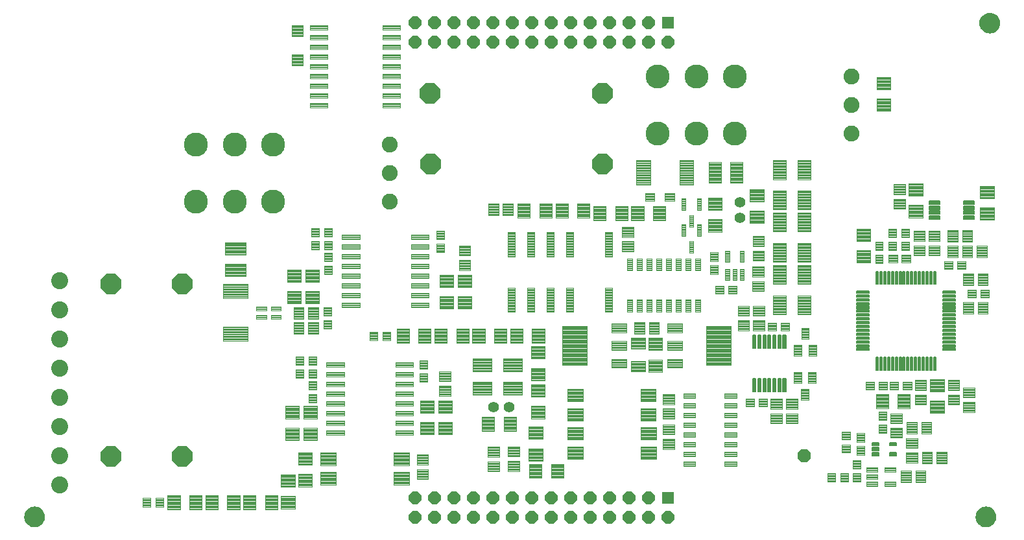
<source format=gts>
G75*
%MOIN*%
%OFA0B0*%
%FSLAX25Y25*%
%IPPOS*%
%LPD*%
%AMOC8*
5,1,8,0,0,1.08239X$1,22.5*
%
%ADD10R,0.06406X0.06406*%
%ADD11OC8,0.06406*%
%ADD12C,0.08768*%
%ADD13C,0.00500*%
%ADD14C,0.00408*%
%ADD15C,0.00486*%
%ADD16C,0.00421*%
%ADD17OC8,0.06996*%
%ADD18C,0.00444*%
%ADD19C,0.00494*%
%ADD20C,0.00455*%
%ADD21OC8,0.10500*%
%ADD22C,0.00449*%
%ADD23C,0.12311*%
%ADD24C,0.08177*%
%ADD25C,0.05500*%
%ADD26C,0.00450*%
%ADD27C,0.00390*%
%ADD28C,0.00551*%
%ADD29C,0.00493*%
%ADD30C,0.00432*%
%ADD31C,0.00576*%
%ADD32C,0.00519*%
%ADD33C,0.00528*%
D10*
X0345473Y0038461D03*
X0345473Y0282713D03*
D11*
X0335473Y0282713D03*
X0325473Y0282713D03*
X0315473Y0282713D03*
X0305473Y0282713D03*
X0295473Y0282713D03*
X0285473Y0282713D03*
X0275473Y0282713D03*
X0265473Y0282713D03*
X0255473Y0282713D03*
X0245473Y0282713D03*
X0235473Y0282713D03*
X0225473Y0282713D03*
X0215473Y0282713D03*
X0215473Y0272713D03*
X0225473Y0272713D03*
X0235473Y0272713D03*
X0245473Y0272713D03*
X0255473Y0272713D03*
X0265473Y0272713D03*
X0275473Y0272713D03*
X0285473Y0272713D03*
X0295473Y0272713D03*
X0305473Y0272713D03*
X0315473Y0272713D03*
X0325473Y0272713D03*
X0335473Y0272713D03*
X0345473Y0272713D03*
X0335473Y0038461D03*
X0325473Y0038461D03*
X0315473Y0038461D03*
X0305473Y0038461D03*
X0295473Y0038461D03*
X0285473Y0038461D03*
X0275473Y0038461D03*
X0265473Y0038461D03*
X0255473Y0038461D03*
X0245473Y0038461D03*
X0235473Y0038461D03*
X0225473Y0038461D03*
X0215473Y0038461D03*
X0215473Y0028461D03*
X0225473Y0028461D03*
X0235473Y0028461D03*
X0245473Y0028461D03*
X0255473Y0028461D03*
X0265473Y0028461D03*
X0275473Y0028461D03*
X0285473Y0028461D03*
X0295473Y0028461D03*
X0305473Y0028461D03*
X0315473Y0028461D03*
X0325473Y0028461D03*
X0335473Y0028461D03*
X0345473Y0028461D03*
D12*
X0032796Y0045016D03*
X0032796Y0060016D03*
X0032796Y0075016D03*
X0032796Y0090016D03*
X0032796Y0105016D03*
X0032796Y0120016D03*
X0032796Y0135016D03*
X0032796Y0150016D03*
D13*
X0016590Y0024788D02*
X0017304Y0024288D01*
X0018094Y0023920D01*
X0018936Y0023694D01*
X0019804Y0023618D01*
X0020672Y0023694D01*
X0021514Y0023920D01*
X0022304Y0024288D01*
X0023018Y0024788D01*
X0023634Y0025404D01*
X0024134Y0026118D01*
X0024502Y0026908D01*
X0024728Y0027750D01*
X0024804Y0028618D01*
X0024728Y0029486D01*
X0024502Y0030328D01*
X0024134Y0031118D01*
X0023634Y0031832D01*
X0023018Y0032448D01*
X0022304Y0032948D01*
X0021514Y0033317D01*
X0020672Y0033542D01*
X0019804Y0033618D01*
X0018936Y0033542D01*
X0018094Y0033317D01*
X0017304Y0032948D01*
X0016590Y0032448D01*
X0015974Y0031832D01*
X0015474Y0031118D01*
X0015105Y0030328D01*
X0014880Y0029486D01*
X0014804Y0028618D01*
X0014880Y0027750D01*
X0015105Y0026908D01*
X0015474Y0026118D01*
X0015974Y0025404D01*
X0016590Y0024788D01*
X0016743Y0024681D02*
X0022865Y0024681D01*
X0023410Y0025180D02*
X0016198Y0025180D01*
X0015782Y0025678D02*
X0023826Y0025678D01*
X0024161Y0026177D02*
X0015447Y0026177D01*
X0015214Y0026675D02*
X0024394Y0026675D01*
X0024574Y0027174D02*
X0015034Y0027174D01*
X0014901Y0027672D02*
X0024707Y0027672D01*
X0024765Y0028171D02*
X0014843Y0028171D01*
X0014808Y0028669D02*
X0024799Y0028669D01*
X0024756Y0029168D02*
X0014852Y0029168D01*
X0014928Y0029666D02*
X0024680Y0029666D01*
X0024546Y0030165D02*
X0015062Y0030165D01*
X0015262Y0030663D02*
X0024346Y0030663D01*
X0024104Y0031162D02*
X0015504Y0031162D01*
X0015853Y0031660D02*
X0023754Y0031660D01*
X0023307Y0032159D02*
X0016300Y0032159D01*
X0016888Y0032657D02*
X0022719Y0032657D01*
X0021859Y0033156D02*
X0017749Y0033156D01*
X0017530Y0024183D02*
X0022078Y0024183D01*
X0020558Y0023684D02*
X0019050Y0023684D01*
X0503780Y0028618D02*
X0503856Y0029486D01*
X0504082Y0030328D01*
X0504450Y0031118D01*
X0504950Y0031832D01*
X0505566Y0032448D01*
X0506280Y0032948D01*
X0507070Y0033317D01*
X0507912Y0033542D01*
X0508780Y0033618D01*
X0509649Y0033542D01*
X0510490Y0033317D01*
X0511280Y0032948D01*
X0511994Y0032448D01*
X0512611Y0031832D01*
X0513110Y0031118D01*
X0513479Y0030328D01*
X0513704Y0029486D01*
X0513780Y0028618D01*
X0513704Y0027750D01*
X0513479Y0026908D01*
X0513110Y0026118D01*
X0512611Y0025404D01*
X0511994Y0024788D01*
X0511280Y0024288D01*
X0510490Y0023920D01*
X0509649Y0023694D01*
X0508780Y0023618D01*
X0507912Y0023694D01*
X0507070Y0023920D01*
X0506280Y0024288D01*
X0505566Y0024788D01*
X0504950Y0025404D01*
X0504450Y0026118D01*
X0504082Y0026908D01*
X0503856Y0027750D01*
X0503780Y0028618D01*
X0503785Y0028669D02*
X0513776Y0028669D01*
X0513741Y0028171D02*
X0503819Y0028171D01*
X0503877Y0027672D02*
X0513684Y0027672D01*
X0513550Y0027174D02*
X0504011Y0027174D01*
X0504190Y0026675D02*
X0513370Y0026675D01*
X0513138Y0026177D02*
X0504423Y0026177D01*
X0504758Y0025678D02*
X0512802Y0025678D01*
X0512386Y0025180D02*
X0505175Y0025180D01*
X0505719Y0024681D02*
X0511842Y0024681D01*
X0511054Y0024183D02*
X0506506Y0024183D01*
X0508026Y0023684D02*
X0509534Y0023684D01*
X0513732Y0029168D02*
X0503828Y0029168D01*
X0503904Y0029666D02*
X0513656Y0029666D01*
X0513523Y0030165D02*
X0504038Y0030165D01*
X0504238Y0030663D02*
X0513323Y0030663D01*
X0513080Y0031162D02*
X0504481Y0031162D01*
X0504830Y0031660D02*
X0512731Y0031660D01*
X0512284Y0032159D02*
X0505277Y0032159D01*
X0505865Y0032657D02*
X0511696Y0032657D01*
X0510835Y0033156D02*
X0506725Y0033156D01*
X0510749Y0277555D02*
X0509881Y0277631D01*
X0509039Y0277857D01*
X0508249Y0278225D01*
X0507535Y0278725D01*
X0506919Y0279341D01*
X0506419Y0280055D01*
X0506050Y0280845D01*
X0505825Y0281687D01*
X0505749Y0282555D01*
X0505825Y0283423D01*
X0506050Y0284265D01*
X0506419Y0285055D01*
X0506919Y0285769D01*
X0507535Y0286385D01*
X0508249Y0286885D01*
X0509039Y0287254D01*
X0509881Y0287479D01*
X0510749Y0287555D01*
X0511617Y0287479D01*
X0512459Y0287254D01*
X0513249Y0286885D01*
X0513963Y0286385D01*
X0514579Y0285769D01*
X0515079Y0285055D01*
X0515447Y0284265D01*
X0515673Y0283423D01*
X0515749Y0282555D01*
X0515673Y0281687D01*
X0515447Y0280845D01*
X0515079Y0280055D01*
X0514579Y0279341D01*
X0513963Y0278725D01*
X0513249Y0278225D01*
X0512459Y0277857D01*
X0511617Y0277631D01*
X0510749Y0277555D01*
X0512605Y0277925D02*
X0508892Y0277925D01*
X0507966Y0278423D02*
X0513532Y0278423D01*
X0514160Y0278922D02*
X0507338Y0278922D01*
X0506863Y0279420D02*
X0514635Y0279420D01*
X0514984Y0279919D02*
X0506514Y0279919D01*
X0506250Y0280417D02*
X0515248Y0280417D01*
X0515466Y0280916D02*
X0506031Y0280916D01*
X0505898Y0281414D02*
X0515600Y0281414D01*
X0515693Y0281913D02*
X0505805Y0281913D01*
X0505761Y0282411D02*
X0515736Y0282411D01*
X0515718Y0282910D02*
X0505780Y0282910D01*
X0505823Y0283408D02*
X0515674Y0283408D01*
X0515543Y0283907D02*
X0505954Y0283907D01*
X0506116Y0284405D02*
X0515382Y0284405D01*
X0515149Y0284904D02*
X0506348Y0284904D01*
X0506662Y0285403D02*
X0514836Y0285403D01*
X0514447Y0285901D02*
X0507051Y0285901D01*
X0507555Y0286400D02*
X0513942Y0286400D01*
X0513221Y0286898D02*
X0508276Y0286898D01*
X0509572Y0287397D02*
X0511925Y0287397D01*
D14*
X0459838Y0254688D02*
X0459838Y0248298D01*
X0452660Y0248298D01*
X0452660Y0254688D01*
X0459838Y0254688D01*
X0459838Y0248705D02*
X0452660Y0248705D01*
X0452660Y0249112D02*
X0459838Y0249112D01*
X0459838Y0249519D02*
X0452660Y0249519D01*
X0452660Y0249926D02*
X0459838Y0249926D01*
X0459838Y0250333D02*
X0452660Y0250333D01*
X0452660Y0250740D02*
X0459838Y0250740D01*
X0459838Y0251147D02*
X0452660Y0251147D01*
X0452660Y0251554D02*
X0459838Y0251554D01*
X0459838Y0251961D02*
X0452660Y0251961D01*
X0452660Y0252368D02*
X0459838Y0252368D01*
X0459838Y0252775D02*
X0452660Y0252775D01*
X0452660Y0253182D02*
X0459838Y0253182D01*
X0459838Y0253589D02*
X0452660Y0253589D01*
X0452660Y0253996D02*
X0459838Y0253996D01*
X0459838Y0254403D02*
X0452660Y0254403D01*
X0459838Y0243664D02*
X0459838Y0237274D01*
X0452660Y0237274D01*
X0452660Y0243664D01*
X0459838Y0243664D01*
X0459838Y0237681D02*
X0452660Y0237681D01*
X0452660Y0238088D02*
X0459838Y0238088D01*
X0459838Y0238495D02*
X0452660Y0238495D01*
X0452660Y0238902D02*
X0459838Y0238902D01*
X0459838Y0239309D02*
X0452660Y0239309D01*
X0452660Y0239716D02*
X0459838Y0239716D01*
X0459838Y0240123D02*
X0452660Y0240123D01*
X0452660Y0240530D02*
X0459838Y0240530D01*
X0459838Y0240937D02*
X0452660Y0240937D01*
X0452660Y0241344D02*
X0459838Y0241344D01*
X0459838Y0241751D02*
X0452660Y0241751D01*
X0452660Y0242158D02*
X0459838Y0242158D01*
X0459838Y0242565D02*
X0452660Y0242565D01*
X0452660Y0242972D02*
X0459838Y0242972D01*
X0459838Y0243379D02*
X0452660Y0243379D01*
X0383606Y0200370D02*
X0377216Y0200370D01*
X0377216Y0211092D01*
X0383606Y0211092D01*
X0383606Y0200370D01*
X0383606Y0200777D02*
X0377216Y0200777D01*
X0377216Y0201184D02*
X0383606Y0201184D01*
X0383606Y0201591D02*
X0377216Y0201591D01*
X0377216Y0201998D02*
X0383606Y0201998D01*
X0383606Y0202405D02*
X0377216Y0202405D01*
X0377216Y0202812D02*
X0383606Y0202812D01*
X0383606Y0203219D02*
X0377216Y0203219D01*
X0377216Y0203626D02*
X0383606Y0203626D01*
X0383606Y0204033D02*
X0377216Y0204033D01*
X0377216Y0204440D02*
X0383606Y0204440D01*
X0383606Y0204847D02*
X0377216Y0204847D01*
X0377216Y0205254D02*
X0383606Y0205254D01*
X0383606Y0205661D02*
X0377216Y0205661D01*
X0377216Y0206068D02*
X0383606Y0206068D01*
X0383606Y0206475D02*
X0377216Y0206475D01*
X0377216Y0206882D02*
X0383606Y0206882D01*
X0383606Y0207289D02*
X0377216Y0207289D01*
X0377216Y0207696D02*
X0383606Y0207696D01*
X0383606Y0208103D02*
X0377216Y0208103D01*
X0377216Y0208510D02*
X0383606Y0208510D01*
X0383606Y0208917D02*
X0377216Y0208917D01*
X0377216Y0209324D02*
X0383606Y0209324D01*
X0383606Y0209731D02*
X0377216Y0209731D01*
X0377216Y0210138D02*
X0383606Y0210138D01*
X0383606Y0210545D02*
X0377216Y0210545D01*
X0377216Y0210952D02*
X0383606Y0210952D01*
X0372582Y0200370D02*
X0366192Y0200370D01*
X0366192Y0211092D01*
X0372582Y0211092D01*
X0372582Y0200370D01*
X0372582Y0200777D02*
X0366192Y0200777D01*
X0366192Y0201184D02*
X0372582Y0201184D01*
X0372582Y0201591D02*
X0366192Y0201591D01*
X0366192Y0201998D02*
X0372582Y0201998D01*
X0372582Y0202405D02*
X0366192Y0202405D01*
X0366192Y0202812D02*
X0372582Y0202812D01*
X0372582Y0203219D02*
X0366192Y0203219D01*
X0366192Y0203626D02*
X0372582Y0203626D01*
X0372582Y0204033D02*
X0366192Y0204033D01*
X0366192Y0204440D02*
X0372582Y0204440D01*
X0372582Y0204847D02*
X0366192Y0204847D01*
X0366192Y0205254D02*
X0372582Y0205254D01*
X0372582Y0205661D02*
X0366192Y0205661D01*
X0366192Y0206068D02*
X0372582Y0206068D01*
X0372582Y0206475D02*
X0366192Y0206475D01*
X0366192Y0206882D02*
X0372582Y0206882D01*
X0372582Y0207289D02*
X0366192Y0207289D01*
X0366192Y0207696D02*
X0372582Y0207696D01*
X0372582Y0208103D02*
X0366192Y0208103D01*
X0366192Y0208510D02*
X0372582Y0208510D01*
X0372582Y0208917D02*
X0366192Y0208917D01*
X0366192Y0209324D02*
X0372582Y0209324D01*
X0372582Y0209731D02*
X0366192Y0209731D01*
X0366192Y0210138D02*
X0372582Y0210138D01*
X0372582Y0210545D02*
X0366192Y0210545D01*
X0366192Y0210952D02*
X0372582Y0210952D01*
X0387454Y0197175D02*
X0387454Y0190785D01*
X0387454Y0197175D02*
X0394644Y0197175D01*
X0394644Y0190785D01*
X0387454Y0190785D01*
X0387454Y0191192D02*
X0394644Y0191192D01*
X0394644Y0191599D02*
X0387454Y0191599D01*
X0387454Y0192006D02*
X0394644Y0192006D01*
X0394644Y0192413D02*
X0387454Y0192413D01*
X0387454Y0192820D02*
X0394644Y0192820D01*
X0394644Y0193227D02*
X0387454Y0193227D01*
X0387454Y0193634D02*
X0394644Y0193634D01*
X0394644Y0194041D02*
X0387454Y0194041D01*
X0387454Y0194448D02*
X0394644Y0194448D01*
X0394644Y0194855D02*
X0387454Y0194855D01*
X0387454Y0195262D02*
X0394644Y0195262D01*
X0394644Y0195669D02*
X0387454Y0195669D01*
X0387454Y0196076D02*
X0394644Y0196076D01*
X0394644Y0196483D02*
X0387454Y0196483D01*
X0387454Y0196890D02*
X0394644Y0196890D01*
X0387454Y0185978D02*
X0387454Y0179588D01*
X0387454Y0185978D02*
X0394644Y0185978D01*
X0394644Y0179588D01*
X0387454Y0179588D01*
X0387454Y0179995D02*
X0394644Y0179995D01*
X0394644Y0180402D02*
X0387454Y0180402D01*
X0387454Y0180809D02*
X0394644Y0180809D01*
X0394644Y0181216D02*
X0387454Y0181216D01*
X0387454Y0181623D02*
X0394644Y0181623D01*
X0394644Y0182030D02*
X0387454Y0182030D01*
X0387454Y0182437D02*
X0394644Y0182437D01*
X0394644Y0182844D02*
X0387454Y0182844D01*
X0387454Y0183251D02*
X0394644Y0183251D01*
X0394644Y0183658D02*
X0387454Y0183658D01*
X0387454Y0184065D02*
X0394644Y0184065D01*
X0394644Y0184472D02*
X0387454Y0184472D01*
X0387454Y0184879D02*
X0394644Y0184879D01*
X0394644Y0185286D02*
X0387454Y0185286D01*
X0387454Y0185693D02*
X0394644Y0185693D01*
X0365904Y0186435D02*
X0365904Y0192825D01*
X0373094Y0192825D01*
X0373094Y0186435D01*
X0365904Y0186435D01*
X0365904Y0186842D02*
X0373094Y0186842D01*
X0373094Y0187249D02*
X0365904Y0187249D01*
X0365904Y0187656D02*
X0373094Y0187656D01*
X0373094Y0188063D02*
X0365904Y0188063D01*
X0365904Y0188470D02*
X0373094Y0188470D01*
X0373094Y0188877D02*
X0365904Y0188877D01*
X0365904Y0189284D02*
X0373094Y0189284D01*
X0373094Y0189691D02*
X0365904Y0189691D01*
X0365904Y0190098D02*
X0373094Y0190098D01*
X0373094Y0190505D02*
X0365904Y0190505D01*
X0365904Y0190912D02*
X0373094Y0190912D01*
X0373094Y0191319D02*
X0365904Y0191319D01*
X0365904Y0191726D02*
X0373094Y0191726D01*
X0373094Y0192133D02*
X0365904Y0192133D01*
X0365904Y0192540D02*
X0373094Y0192540D01*
X0365904Y0181628D02*
X0365904Y0175238D01*
X0365904Y0181628D02*
X0373094Y0181628D01*
X0373094Y0175238D01*
X0365904Y0175238D01*
X0365904Y0175645D02*
X0373094Y0175645D01*
X0373094Y0176052D02*
X0365904Y0176052D01*
X0365904Y0176459D02*
X0373094Y0176459D01*
X0373094Y0176866D02*
X0365904Y0176866D01*
X0365904Y0177273D02*
X0373094Y0177273D01*
X0373094Y0177680D02*
X0365904Y0177680D01*
X0365904Y0178087D02*
X0373094Y0178087D01*
X0373094Y0178494D02*
X0365904Y0178494D01*
X0365904Y0178901D02*
X0373094Y0178901D01*
X0373094Y0179308D02*
X0365904Y0179308D01*
X0365904Y0179715D02*
X0373094Y0179715D01*
X0373094Y0180122D02*
X0365904Y0180122D01*
X0365904Y0180529D02*
X0373094Y0180529D01*
X0373094Y0180936D02*
X0365904Y0180936D01*
X0365904Y0181343D02*
X0373094Y0181343D01*
X0344092Y0188326D02*
X0337702Y0188326D01*
X0344092Y0188326D02*
X0344092Y0181136D01*
X0337702Y0181136D01*
X0337702Y0188326D01*
X0337702Y0181543D02*
X0344092Y0181543D01*
X0344092Y0181950D02*
X0337702Y0181950D01*
X0337702Y0182357D02*
X0344092Y0182357D01*
X0344092Y0182764D02*
X0337702Y0182764D01*
X0337702Y0183171D02*
X0344092Y0183171D01*
X0344092Y0183578D02*
X0337702Y0183578D01*
X0337702Y0183985D02*
X0344092Y0183985D01*
X0344092Y0184392D02*
X0337702Y0184392D01*
X0337702Y0184799D02*
X0344092Y0184799D01*
X0344092Y0185206D02*
X0337702Y0185206D01*
X0337702Y0185613D02*
X0344092Y0185613D01*
X0344092Y0186020D02*
X0337702Y0186020D01*
X0337702Y0186427D02*
X0344092Y0186427D01*
X0344092Y0186834D02*
X0337702Y0186834D01*
X0337702Y0187241D02*
X0344092Y0187241D01*
X0344092Y0187648D02*
X0337702Y0187648D01*
X0337702Y0188055D02*
X0344092Y0188055D01*
X0332895Y0188326D02*
X0326505Y0188326D01*
X0332895Y0188326D02*
X0332895Y0181136D01*
X0326505Y0181136D01*
X0326505Y0188326D01*
X0326505Y0181543D02*
X0332895Y0181543D01*
X0332895Y0181950D02*
X0326505Y0181950D01*
X0326505Y0182357D02*
X0332895Y0182357D01*
X0332895Y0182764D02*
X0326505Y0182764D01*
X0326505Y0183171D02*
X0332895Y0183171D01*
X0332895Y0183578D02*
X0326505Y0183578D01*
X0326505Y0183985D02*
X0332895Y0183985D01*
X0332895Y0184392D02*
X0326505Y0184392D01*
X0326505Y0184799D02*
X0332895Y0184799D01*
X0332895Y0185206D02*
X0326505Y0185206D01*
X0326505Y0185613D02*
X0332895Y0185613D01*
X0332895Y0186020D02*
X0326505Y0186020D01*
X0326505Y0186427D02*
X0332895Y0186427D01*
X0332895Y0186834D02*
X0326505Y0186834D01*
X0326505Y0187241D02*
X0332895Y0187241D01*
X0332895Y0187648D02*
X0326505Y0187648D01*
X0326505Y0188055D02*
X0332895Y0188055D01*
X0324642Y0181136D02*
X0318252Y0181136D01*
X0318252Y0188326D01*
X0324642Y0188326D01*
X0324642Y0181136D01*
X0324642Y0181543D02*
X0318252Y0181543D01*
X0318252Y0181950D02*
X0324642Y0181950D01*
X0324642Y0182357D02*
X0318252Y0182357D01*
X0318252Y0182764D02*
X0324642Y0182764D01*
X0324642Y0183171D02*
X0318252Y0183171D01*
X0318252Y0183578D02*
X0324642Y0183578D01*
X0324642Y0183985D02*
X0318252Y0183985D01*
X0318252Y0184392D02*
X0324642Y0184392D01*
X0324642Y0184799D02*
X0318252Y0184799D01*
X0318252Y0185206D02*
X0324642Y0185206D01*
X0324642Y0185613D02*
X0318252Y0185613D01*
X0318252Y0186020D02*
X0324642Y0186020D01*
X0324642Y0186427D02*
X0318252Y0186427D01*
X0318252Y0186834D02*
X0324642Y0186834D01*
X0324642Y0187241D02*
X0318252Y0187241D01*
X0318252Y0187648D02*
X0324642Y0187648D01*
X0324642Y0188055D02*
X0318252Y0188055D01*
X0313445Y0181136D02*
X0307055Y0181136D01*
X0307055Y0188326D01*
X0313445Y0188326D01*
X0313445Y0181136D01*
X0313445Y0181543D02*
X0307055Y0181543D01*
X0307055Y0181950D02*
X0313445Y0181950D01*
X0313445Y0182357D02*
X0307055Y0182357D01*
X0307055Y0182764D02*
X0313445Y0182764D01*
X0313445Y0183171D02*
X0307055Y0183171D01*
X0307055Y0183578D02*
X0313445Y0183578D01*
X0313445Y0183985D02*
X0307055Y0183985D01*
X0307055Y0184392D02*
X0313445Y0184392D01*
X0313445Y0184799D02*
X0307055Y0184799D01*
X0307055Y0185206D02*
X0313445Y0185206D01*
X0313445Y0185613D02*
X0307055Y0185613D01*
X0307055Y0186020D02*
X0313445Y0186020D01*
X0313445Y0186427D02*
X0307055Y0186427D01*
X0307055Y0186834D02*
X0313445Y0186834D01*
X0313445Y0187241D02*
X0307055Y0187241D01*
X0307055Y0187648D02*
X0313445Y0187648D01*
X0313445Y0188055D02*
X0307055Y0188055D01*
X0305142Y0182536D02*
X0298752Y0182536D01*
X0298752Y0189726D01*
X0305142Y0189726D01*
X0305142Y0182536D01*
X0305142Y0182943D02*
X0298752Y0182943D01*
X0298752Y0183350D02*
X0305142Y0183350D01*
X0305142Y0183757D02*
X0298752Y0183757D01*
X0298752Y0184164D02*
X0305142Y0184164D01*
X0305142Y0184571D02*
X0298752Y0184571D01*
X0298752Y0184978D02*
X0305142Y0184978D01*
X0305142Y0185385D02*
X0298752Y0185385D01*
X0298752Y0185792D02*
X0305142Y0185792D01*
X0305142Y0186199D02*
X0298752Y0186199D01*
X0298752Y0186606D02*
X0305142Y0186606D01*
X0305142Y0187013D02*
X0298752Y0187013D01*
X0298752Y0187420D02*
X0305142Y0187420D01*
X0305142Y0187827D02*
X0298752Y0187827D01*
X0298752Y0188234D02*
X0305142Y0188234D01*
X0305142Y0188641D02*
X0298752Y0188641D01*
X0298752Y0189048D02*
X0305142Y0189048D01*
X0305142Y0189455D02*
X0298752Y0189455D01*
X0293945Y0182536D02*
X0287555Y0182536D01*
X0287555Y0189726D01*
X0293945Y0189726D01*
X0293945Y0182536D01*
X0293945Y0182943D02*
X0287555Y0182943D01*
X0287555Y0183350D02*
X0293945Y0183350D01*
X0293945Y0183757D02*
X0287555Y0183757D01*
X0287555Y0184164D02*
X0293945Y0184164D01*
X0293945Y0184571D02*
X0287555Y0184571D01*
X0287555Y0184978D02*
X0293945Y0184978D01*
X0293945Y0185385D02*
X0287555Y0185385D01*
X0287555Y0185792D02*
X0293945Y0185792D01*
X0293945Y0186199D02*
X0287555Y0186199D01*
X0287555Y0186606D02*
X0293945Y0186606D01*
X0293945Y0187013D02*
X0287555Y0187013D01*
X0287555Y0187420D02*
X0293945Y0187420D01*
X0293945Y0187827D02*
X0287555Y0187827D01*
X0287555Y0188234D02*
X0293945Y0188234D01*
X0293945Y0188641D02*
X0287555Y0188641D01*
X0287555Y0189048D02*
X0293945Y0189048D01*
X0293945Y0189455D02*
X0287555Y0189455D01*
X0285642Y0182536D02*
X0279252Y0182536D01*
X0279252Y0189726D01*
X0285642Y0189726D01*
X0285642Y0182536D01*
X0285642Y0182943D02*
X0279252Y0182943D01*
X0279252Y0183350D02*
X0285642Y0183350D01*
X0285642Y0183757D02*
X0279252Y0183757D01*
X0279252Y0184164D02*
X0285642Y0184164D01*
X0285642Y0184571D02*
X0279252Y0184571D01*
X0279252Y0184978D02*
X0285642Y0184978D01*
X0285642Y0185385D02*
X0279252Y0185385D01*
X0279252Y0185792D02*
X0285642Y0185792D01*
X0285642Y0186199D02*
X0279252Y0186199D01*
X0279252Y0186606D02*
X0285642Y0186606D01*
X0285642Y0187013D02*
X0279252Y0187013D01*
X0279252Y0187420D02*
X0285642Y0187420D01*
X0285642Y0187827D02*
X0279252Y0187827D01*
X0279252Y0188234D02*
X0285642Y0188234D01*
X0285642Y0188641D02*
X0279252Y0188641D01*
X0279252Y0189048D02*
X0285642Y0189048D01*
X0285642Y0189455D02*
X0279252Y0189455D01*
X0274445Y0182536D02*
X0268055Y0182536D01*
X0268055Y0189726D01*
X0274445Y0189726D01*
X0274445Y0182536D01*
X0274445Y0182943D02*
X0268055Y0182943D01*
X0268055Y0183350D02*
X0274445Y0183350D01*
X0274445Y0183757D02*
X0268055Y0183757D01*
X0268055Y0184164D02*
X0274445Y0184164D01*
X0274445Y0184571D02*
X0268055Y0184571D01*
X0268055Y0184978D02*
X0274445Y0184978D01*
X0274445Y0185385D02*
X0268055Y0185385D01*
X0268055Y0185792D02*
X0274445Y0185792D01*
X0274445Y0186199D02*
X0268055Y0186199D01*
X0268055Y0186606D02*
X0274445Y0186606D01*
X0274445Y0187013D02*
X0268055Y0187013D01*
X0268055Y0187420D02*
X0274445Y0187420D01*
X0274445Y0187827D02*
X0268055Y0187827D01*
X0268055Y0188234D02*
X0274445Y0188234D01*
X0274445Y0188641D02*
X0268055Y0188641D01*
X0268055Y0189048D02*
X0274445Y0189048D01*
X0274445Y0189455D02*
X0268055Y0189455D01*
X0237210Y0153038D02*
X0237210Y0146648D01*
X0237210Y0153038D02*
X0244388Y0153038D01*
X0244388Y0146648D01*
X0237210Y0146648D01*
X0237210Y0147055D02*
X0244388Y0147055D01*
X0244388Y0147462D02*
X0237210Y0147462D01*
X0237210Y0147869D02*
X0244388Y0147869D01*
X0244388Y0148276D02*
X0237210Y0148276D01*
X0237210Y0148683D02*
X0244388Y0148683D01*
X0244388Y0149090D02*
X0237210Y0149090D01*
X0237210Y0149497D02*
X0244388Y0149497D01*
X0244388Y0149904D02*
X0237210Y0149904D01*
X0237210Y0150311D02*
X0244388Y0150311D01*
X0244388Y0150718D02*
X0237210Y0150718D01*
X0237210Y0151125D02*
X0244388Y0151125D01*
X0244388Y0151532D02*
X0237210Y0151532D01*
X0237210Y0151939D02*
X0244388Y0151939D01*
X0244388Y0152346D02*
X0237210Y0152346D01*
X0237210Y0152753D02*
X0244388Y0152753D01*
X0227960Y0153038D02*
X0227960Y0146648D01*
X0227960Y0153038D02*
X0235138Y0153038D01*
X0235138Y0146648D01*
X0227960Y0146648D01*
X0227960Y0147055D02*
X0235138Y0147055D01*
X0235138Y0147462D02*
X0227960Y0147462D01*
X0227960Y0147869D02*
X0235138Y0147869D01*
X0235138Y0148276D02*
X0227960Y0148276D01*
X0227960Y0148683D02*
X0235138Y0148683D01*
X0235138Y0149090D02*
X0227960Y0149090D01*
X0227960Y0149497D02*
X0235138Y0149497D01*
X0235138Y0149904D02*
X0227960Y0149904D01*
X0227960Y0150311D02*
X0235138Y0150311D01*
X0235138Y0150718D02*
X0227960Y0150718D01*
X0227960Y0151125D02*
X0235138Y0151125D01*
X0235138Y0151532D02*
X0227960Y0151532D01*
X0227960Y0151939D02*
X0235138Y0151939D01*
X0235138Y0152346D02*
X0227960Y0152346D01*
X0227960Y0152753D02*
X0235138Y0152753D01*
X0227960Y0142014D02*
X0227960Y0135624D01*
X0227960Y0142014D02*
X0235138Y0142014D01*
X0235138Y0135624D01*
X0227960Y0135624D01*
X0227960Y0136031D02*
X0235138Y0136031D01*
X0235138Y0136438D02*
X0227960Y0136438D01*
X0227960Y0136845D02*
X0235138Y0136845D01*
X0235138Y0137252D02*
X0227960Y0137252D01*
X0227960Y0137659D02*
X0235138Y0137659D01*
X0235138Y0138066D02*
X0227960Y0138066D01*
X0227960Y0138473D02*
X0235138Y0138473D01*
X0235138Y0138880D02*
X0227960Y0138880D01*
X0227960Y0139287D02*
X0235138Y0139287D01*
X0235138Y0139694D02*
X0227960Y0139694D01*
X0227960Y0140101D02*
X0235138Y0140101D01*
X0235138Y0140508D02*
X0227960Y0140508D01*
X0227960Y0140915D02*
X0235138Y0140915D01*
X0235138Y0141322D02*
X0227960Y0141322D01*
X0227960Y0141729D02*
X0235138Y0141729D01*
X0237210Y0142014D02*
X0237210Y0135624D01*
X0237210Y0142014D02*
X0244388Y0142014D01*
X0244388Y0135624D01*
X0237210Y0135624D01*
X0237210Y0136031D02*
X0244388Y0136031D01*
X0244388Y0136438D02*
X0237210Y0136438D01*
X0237210Y0136845D02*
X0244388Y0136845D01*
X0244388Y0137252D02*
X0237210Y0137252D01*
X0237210Y0137659D02*
X0244388Y0137659D01*
X0244388Y0138066D02*
X0237210Y0138066D01*
X0237210Y0138473D02*
X0244388Y0138473D01*
X0244388Y0138880D02*
X0237210Y0138880D01*
X0237210Y0139287D02*
X0244388Y0139287D01*
X0244388Y0139694D02*
X0237210Y0139694D01*
X0237210Y0140101D02*
X0244388Y0140101D01*
X0244388Y0140508D02*
X0237210Y0140508D01*
X0237210Y0140915D02*
X0244388Y0140915D01*
X0244388Y0141322D02*
X0237210Y0141322D01*
X0237210Y0141729D02*
X0244388Y0141729D01*
X0244805Y0125276D02*
X0251195Y0125276D01*
X0251195Y0118086D01*
X0244805Y0118086D01*
X0244805Y0125276D01*
X0244805Y0118493D02*
X0251195Y0118493D01*
X0251195Y0118900D02*
X0244805Y0118900D01*
X0244805Y0119307D02*
X0251195Y0119307D01*
X0251195Y0119714D02*
X0244805Y0119714D01*
X0244805Y0120121D02*
X0251195Y0120121D01*
X0251195Y0120528D02*
X0244805Y0120528D01*
X0244805Y0120935D02*
X0251195Y0120935D01*
X0251195Y0121342D02*
X0244805Y0121342D01*
X0244805Y0121749D02*
X0251195Y0121749D01*
X0251195Y0122156D02*
X0244805Y0122156D01*
X0244805Y0122563D02*
X0251195Y0122563D01*
X0251195Y0122970D02*
X0244805Y0122970D01*
X0244805Y0123377D02*
X0251195Y0123377D01*
X0251195Y0123784D02*
X0244805Y0123784D01*
X0244805Y0124191D02*
X0251195Y0124191D01*
X0251195Y0124598D02*
X0244805Y0124598D01*
X0244805Y0125005D02*
X0251195Y0125005D01*
X0256002Y0125276D02*
X0262392Y0125276D01*
X0262392Y0118086D01*
X0256002Y0118086D01*
X0256002Y0125276D01*
X0256002Y0118493D02*
X0262392Y0118493D01*
X0262392Y0118900D02*
X0256002Y0118900D01*
X0256002Y0119307D02*
X0262392Y0119307D01*
X0262392Y0119714D02*
X0256002Y0119714D01*
X0256002Y0120121D02*
X0262392Y0120121D01*
X0262392Y0120528D02*
X0256002Y0120528D01*
X0256002Y0120935D02*
X0262392Y0120935D01*
X0262392Y0121342D02*
X0256002Y0121342D01*
X0256002Y0121749D02*
X0262392Y0121749D01*
X0262392Y0122156D02*
X0256002Y0122156D01*
X0256002Y0122563D02*
X0262392Y0122563D01*
X0262392Y0122970D02*
X0256002Y0122970D01*
X0256002Y0123377D02*
X0262392Y0123377D01*
X0262392Y0123784D02*
X0256002Y0123784D01*
X0256002Y0124191D02*
X0262392Y0124191D01*
X0262392Y0124598D02*
X0256002Y0124598D01*
X0256002Y0125005D02*
X0262392Y0125005D01*
X0264305Y0125276D02*
X0270695Y0125276D01*
X0270695Y0118086D01*
X0264305Y0118086D01*
X0264305Y0125276D01*
X0264305Y0118493D02*
X0270695Y0118493D01*
X0270695Y0118900D02*
X0264305Y0118900D01*
X0264305Y0119307D02*
X0270695Y0119307D01*
X0270695Y0119714D02*
X0264305Y0119714D01*
X0264305Y0120121D02*
X0270695Y0120121D01*
X0270695Y0120528D02*
X0264305Y0120528D01*
X0264305Y0120935D02*
X0270695Y0120935D01*
X0270695Y0121342D02*
X0264305Y0121342D01*
X0264305Y0121749D02*
X0270695Y0121749D01*
X0270695Y0122156D02*
X0264305Y0122156D01*
X0264305Y0122563D02*
X0270695Y0122563D01*
X0270695Y0122970D02*
X0264305Y0122970D01*
X0264305Y0123377D02*
X0270695Y0123377D01*
X0270695Y0123784D02*
X0264305Y0123784D01*
X0264305Y0124191D02*
X0270695Y0124191D01*
X0270695Y0124598D02*
X0264305Y0124598D01*
X0264305Y0125005D02*
X0270695Y0125005D01*
X0275502Y0125276D02*
X0281892Y0125276D01*
X0281892Y0118086D01*
X0275502Y0118086D01*
X0275502Y0125276D01*
X0275502Y0118493D02*
X0281892Y0118493D01*
X0281892Y0118900D02*
X0275502Y0118900D01*
X0275502Y0119307D02*
X0281892Y0119307D01*
X0281892Y0119714D02*
X0275502Y0119714D01*
X0275502Y0120121D02*
X0281892Y0120121D01*
X0281892Y0120528D02*
X0275502Y0120528D01*
X0275502Y0120935D02*
X0281892Y0120935D01*
X0281892Y0121342D02*
X0275502Y0121342D01*
X0275502Y0121749D02*
X0281892Y0121749D01*
X0281892Y0122156D02*
X0275502Y0122156D01*
X0275502Y0122563D02*
X0281892Y0122563D01*
X0281892Y0122970D02*
X0275502Y0122970D01*
X0275502Y0123377D02*
X0281892Y0123377D01*
X0281892Y0123784D02*
X0275502Y0123784D01*
X0275502Y0124191D02*
X0281892Y0124191D01*
X0281892Y0124598D02*
X0275502Y0124598D01*
X0275502Y0125005D02*
X0281892Y0125005D01*
X0282044Y0116375D02*
X0282044Y0109985D01*
X0274854Y0109985D01*
X0274854Y0116375D01*
X0282044Y0116375D01*
X0282044Y0110392D02*
X0274854Y0110392D01*
X0274854Y0110799D02*
X0282044Y0110799D01*
X0282044Y0111206D02*
X0274854Y0111206D01*
X0274854Y0111613D02*
X0282044Y0111613D01*
X0282044Y0112020D02*
X0274854Y0112020D01*
X0274854Y0112427D02*
X0282044Y0112427D01*
X0282044Y0112834D02*
X0274854Y0112834D01*
X0274854Y0113241D02*
X0282044Y0113241D01*
X0282044Y0113648D02*
X0274854Y0113648D01*
X0274854Y0114055D02*
X0282044Y0114055D01*
X0282044Y0114462D02*
X0274854Y0114462D01*
X0274854Y0114869D02*
X0282044Y0114869D01*
X0282044Y0115276D02*
X0274854Y0115276D01*
X0274854Y0115683D02*
X0282044Y0115683D01*
X0282044Y0116090D02*
X0274854Y0116090D01*
X0282044Y0105178D02*
X0282044Y0098788D01*
X0274854Y0098788D01*
X0274854Y0105178D01*
X0282044Y0105178D01*
X0282044Y0099195D02*
X0274854Y0099195D01*
X0274854Y0099602D02*
X0282044Y0099602D01*
X0282044Y0100009D02*
X0274854Y0100009D01*
X0274854Y0100416D02*
X0282044Y0100416D01*
X0282044Y0100823D02*
X0274854Y0100823D01*
X0274854Y0101230D02*
X0282044Y0101230D01*
X0282044Y0101637D02*
X0274854Y0101637D01*
X0274854Y0102044D02*
X0282044Y0102044D01*
X0282044Y0102451D02*
X0274854Y0102451D01*
X0274854Y0102858D02*
X0282044Y0102858D01*
X0282044Y0103265D02*
X0274854Y0103265D01*
X0274854Y0103672D02*
X0282044Y0103672D01*
X0282044Y0104079D02*
X0274854Y0104079D01*
X0274854Y0104486D02*
X0282044Y0104486D01*
X0282044Y0104893D02*
X0274854Y0104893D01*
X0282044Y0096825D02*
X0282044Y0090435D01*
X0274854Y0090435D01*
X0274854Y0096825D01*
X0282044Y0096825D01*
X0282044Y0090842D02*
X0274854Y0090842D01*
X0274854Y0091249D02*
X0282044Y0091249D01*
X0282044Y0091656D02*
X0274854Y0091656D01*
X0274854Y0092063D02*
X0282044Y0092063D01*
X0282044Y0092470D02*
X0274854Y0092470D01*
X0274854Y0092877D02*
X0282044Y0092877D01*
X0282044Y0093284D02*
X0274854Y0093284D01*
X0274854Y0093691D02*
X0282044Y0093691D01*
X0282044Y0094098D02*
X0274854Y0094098D01*
X0274854Y0094505D02*
X0282044Y0094505D01*
X0282044Y0094912D02*
X0274854Y0094912D01*
X0274854Y0095319D02*
X0282044Y0095319D01*
X0282044Y0095726D02*
X0274854Y0095726D01*
X0274854Y0096133D02*
X0282044Y0096133D01*
X0282044Y0096540D02*
X0274854Y0096540D01*
X0293636Y0094326D02*
X0293636Y0087936D01*
X0293636Y0094326D02*
X0301602Y0094326D01*
X0301602Y0087936D01*
X0293636Y0087936D01*
X0293636Y0088343D02*
X0301602Y0088343D01*
X0301602Y0088750D02*
X0293636Y0088750D01*
X0293636Y0089157D02*
X0301602Y0089157D01*
X0301602Y0089564D02*
X0293636Y0089564D01*
X0293636Y0089971D02*
X0301602Y0089971D01*
X0301602Y0090378D02*
X0293636Y0090378D01*
X0293636Y0090785D02*
X0301602Y0090785D01*
X0301602Y0091192D02*
X0293636Y0091192D01*
X0293636Y0091599D02*
X0301602Y0091599D01*
X0301602Y0092006D02*
X0293636Y0092006D01*
X0293636Y0092413D02*
X0301602Y0092413D01*
X0301602Y0092820D02*
X0293636Y0092820D01*
X0293636Y0093227D02*
X0301602Y0093227D01*
X0301602Y0093634D02*
X0293636Y0093634D01*
X0293636Y0094041D02*
X0301602Y0094041D01*
X0282044Y0085628D02*
X0282044Y0079238D01*
X0274854Y0079238D01*
X0274854Y0085628D01*
X0282044Y0085628D01*
X0282044Y0079645D02*
X0274854Y0079645D01*
X0274854Y0080052D02*
X0282044Y0080052D01*
X0282044Y0080459D02*
X0274854Y0080459D01*
X0274854Y0080866D02*
X0282044Y0080866D01*
X0282044Y0081273D02*
X0274854Y0081273D01*
X0274854Y0081680D02*
X0282044Y0081680D01*
X0282044Y0082087D02*
X0274854Y0082087D01*
X0274854Y0082494D02*
X0282044Y0082494D01*
X0282044Y0082901D02*
X0274854Y0082901D01*
X0274854Y0083308D02*
X0282044Y0083308D01*
X0282044Y0083715D02*
X0274854Y0083715D01*
X0274854Y0084122D02*
X0282044Y0084122D01*
X0282044Y0084529D02*
X0274854Y0084529D01*
X0274854Y0084936D02*
X0282044Y0084936D01*
X0282044Y0085343D02*
X0274854Y0085343D01*
X0267292Y0072786D02*
X0260902Y0072786D01*
X0260902Y0079976D01*
X0267292Y0079976D01*
X0267292Y0072786D01*
X0267292Y0073193D02*
X0260902Y0073193D01*
X0260902Y0073600D02*
X0267292Y0073600D01*
X0267292Y0074007D02*
X0260902Y0074007D01*
X0260902Y0074414D02*
X0267292Y0074414D01*
X0267292Y0074821D02*
X0260902Y0074821D01*
X0260902Y0075228D02*
X0267292Y0075228D01*
X0267292Y0075635D02*
X0260902Y0075635D01*
X0260902Y0076042D02*
X0267292Y0076042D01*
X0267292Y0076449D02*
X0260902Y0076449D01*
X0260902Y0076856D02*
X0267292Y0076856D01*
X0267292Y0077263D02*
X0260902Y0077263D01*
X0260902Y0077670D02*
X0267292Y0077670D01*
X0267292Y0078077D02*
X0260902Y0078077D01*
X0260902Y0078484D02*
X0267292Y0078484D01*
X0267292Y0078891D02*
X0260902Y0078891D01*
X0260902Y0079298D02*
X0267292Y0079298D01*
X0267292Y0079705D02*
X0260902Y0079705D01*
X0256095Y0072786D02*
X0249705Y0072786D01*
X0249705Y0079976D01*
X0256095Y0079976D01*
X0256095Y0072786D01*
X0256095Y0073193D02*
X0249705Y0073193D01*
X0249705Y0073600D02*
X0256095Y0073600D01*
X0256095Y0074007D02*
X0249705Y0074007D01*
X0249705Y0074414D02*
X0256095Y0074414D01*
X0256095Y0074821D02*
X0249705Y0074821D01*
X0249705Y0075228D02*
X0256095Y0075228D01*
X0256095Y0075635D02*
X0249705Y0075635D01*
X0249705Y0076042D02*
X0256095Y0076042D01*
X0256095Y0076449D02*
X0249705Y0076449D01*
X0249705Y0076856D02*
X0256095Y0076856D01*
X0256095Y0077263D02*
X0249705Y0077263D01*
X0249705Y0077670D02*
X0256095Y0077670D01*
X0256095Y0078077D02*
X0249705Y0078077D01*
X0249705Y0078484D02*
X0256095Y0078484D01*
X0256095Y0078891D02*
X0249705Y0078891D01*
X0249705Y0079298D02*
X0256095Y0079298D01*
X0256095Y0079705D02*
X0249705Y0079705D01*
X0227210Y0081998D02*
X0227210Y0088388D01*
X0234388Y0088388D01*
X0234388Y0081998D01*
X0227210Y0081998D01*
X0227210Y0082405D02*
X0234388Y0082405D01*
X0234388Y0082812D02*
X0227210Y0082812D01*
X0227210Y0083219D02*
X0234388Y0083219D01*
X0234388Y0083626D02*
X0227210Y0083626D01*
X0227210Y0084033D02*
X0234388Y0084033D01*
X0234388Y0084440D02*
X0227210Y0084440D01*
X0227210Y0084847D02*
X0234388Y0084847D01*
X0234388Y0085254D02*
X0227210Y0085254D01*
X0227210Y0085661D02*
X0234388Y0085661D01*
X0234388Y0086068D02*
X0227210Y0086068D01*
X0227210Y0086475D02*
X0234388Y0086475D01*
X0234388Y0086882D02*
X0227210Y0086882D01*
X0227210Y0087289D02*
X0234388Y0087289D01*
X0234388Y0087696D02*
X0227210Y0087696D01*
X0227210Y0088103D02*
X0234388Y0088103D01*
X0217960Y0088388D02*
X0217960Y0081998D01*
X0217960Y0088388D02*
X0225138Y0088388D01*
X0225138Y0081998D01*
X0217960Y0081998D01*
X0217960Y0082405D02*
X0225138Y0082405D01*
X0225138Y0082812D02*
X0217960Y0082812D01*
X0217960Y0083219D02*
X0225138Y0083219D01*
X0225138Y0083626D02*
X0217960Y0083626D01*
X0217960Y0084033D02*
X0225138Y0084033D01*
X0225138Y0084440D02*
X0217960Y0084440D01*
X0217960Y0084847D02*
X0225138Y0084847D01*
X0225138Y0085254D02*
X0217960Y0085254D01*
X0217960Y0085661D02*
X0225138Y0085661D01*
X0225138Y0086068D02*
X0217960Y0086068D01*
X0217960Y0086475D02*
X0225138Y0086475D01*
X0225138Y0086882D02*
X0217960Y0086882D01*
X0217960Y0087289D02*
X0225138Y0087289D01*
X0225138Y0087696D02*
X0217960Y0087696D01*
X0217960Y0088103D02*
X0225138Y0088103D01*
X0217960Y0077364D02*
X0217960Y0070974D01*
X0217960Y0077364D02*
X0225138Y0077364D01*
X0225138Y0070974D01*
X0217960Y0070974D01*
X0217960Y0071381D02*
X0225138Y0071381D01*
X0225138Y0071788D02*
X0217960Y0071788D01*
X0217960Y0072195D02*
X0225138Y0072195D01*
X0225138Y0072602D02*
X0217960Y0072602D01*
X0217960Y0073009D02*
X0225138Y0073009D01*
X0225138Y0073416D02*
X0217960Y0073416D01*
X0217960Y0073823D02*
X0225138Y0073823D01*
X0225138Y0074230D02*
X0217960Y0074230D01*
X0217960Y0074637D02*
X0225138Y0074637D01*
X0225138Y0075044D02*
X0217960Y0075044D01*
X0217960Y0075451D02*
X0225138Y0075451D01*
X0225138Y0075858D02*
X0217960Y0075858D01*
X0217960Y0076265D02*
X0225138Y0076265D01*
X0225138Y0076672D02*
X0217960Y0076672D01*
X0217960Y0077079D02*
X0225138Y0077079D01*
X0227210Y0077364D02*
X0227210Y0070974D01*
X0227210Y0077364D02*
X0234388Y0077364D01*
X0234388Y0070974D01*
X0227210Y0070974D01*
X0227210Y0071381D02*
X0234388Y0071381D01*
X0234388Y0071788D02*
X0227210Y0071788D01*
X0227210Y0072195D02*
X0234388Y0072195D01*
X0234388Y0072602D02*
X0227210Y0072602D01*
X0227210Y0073009D02*
X0234388Y0073009D01*
X0234388Y0073416D02*
X0227210Y0073416D01*
X0227210Y0073823D02*
X0234388Y0073823D01*
X0234388Y0074230D02*
X0227210Y0074230D01*
X0227210Y0074637D02*
X0234388Y0074637D01*
X0234388Y0075044D02*
X0227210Y0075044D01*
X0227210Y0075451D02*
X0234388Y0075451D01*
X0234388Y0075858D02*
X0227210Y0075858D01*
X0227210Y0076265D02*
X0234388Y0076265D01*
X0234388Y0076672D02*
X0227210Y0076672D01*
X0227210Y0077079D02*
X0234388Y0077079D01*
X0212311Y0061626D02*
X0212311Y0055236D01*
X0204345Y0055236D01*
X0204345Y0061626D01*
X0212311Y0061626D01*
X0212311Y0055643D02*
X0204345Y0055643D01*
X0204345Y0056050D02*
X0212311Y0056050D01*
X0212311Y0056457D02*
X0204345Y0056457D01*
X0204345Y0056864D02*
X0212311Y0056864D01*
X0212311Y0057271D02*
X0204345Y0057271D01*
X0204345Y0057678D02*
X0212311Y0057678D01*
X0212311Y0058085D02*
X0204345Y0058085D01*
X0204345Y0058492D02*
X0212311Y0058492D01*
X0212311Y0058899D02*
X0204345Y0058899D01*
X0204345Y0059306D02*
X0212311Y0059306D01*
X0212311Y0059713D02*
X0204345Y0059713D01*
X0204345Y0060120D02*
X0212311Y0060120D01*
X0212311Y0060527D02*
X0204345Y0060527D01*
X0204345Y0060934D02*
X0212311Y0060934D01*
X0212311Y0061341D02*
X0204345Y0061341D01*
X0212311Y0051626D02*
X0212311Y0045236D01*
X0204345Y0045236D01*
X0204345Y0051626D01*
X0212311Y0051626D01*
X0212311Y0045643D02*
X0204345Y0045643D01*
X0204345Y0046050D02*
X0212311Y0046050D01*
X0212311Y0046457D02*
X0204345Y0046457D01*
X0204345Y0046864D02*
X0212311Y0046864D01*
X0212311Y0047271D02*
X0204345Y0047271D01*
X0204345Y0047678D02*
X0212311Y0047678D01*
X0212311Y0048085D02*
X0204345Y0048085D01*
X0204345Y0048492D02*
X0212311Y0048492D01*
X0212311Y0048899D02*
X0204345Y0048899D01*
X0204345Y0049306D02*
X0212311Y0049306D01*
X0212311Y0049713D02*
X0204345Y0049713D01*
X0204345Y0050120D02*
X0212311Y0050120D01*
X0212311Y0050527D02*
X0204345Y0050527D01*
X0204345Y0050934D02*
X0212311Y0050934D01*
X0212311Y0051341D02*
X0204345Y0051341D01*
X0166786Y0051626D02*
X0166786Y0045236D01*
X0166786Y0051626D02*
X0174752Y0051626D01*
X0174752Y0045236D01*
X0166786Y0045236D01*
X0166786Y0045643D02*
X0174752Y0045643D01*
X0174752Y0046050D02*
X0166786Y0046050D01*
X0166786Y0046457D02*
X0174752Y0046457D01*
X0174752Y0046864D02*
X0166786Y0046864D01*
X0166786Y0047271D02*
X0174752Y0047271D01*
X0174752Y0047678D02*
X0166786Y0047678D01*
X0166786Y0048085D02*
X0174752Y0048085D01*
X0174752Y0048492D02*
X0166786Y0048492D01*
X0166786Y0048899D02*
X0174752Y0048899D01*
X0174752Y0049306D02*
X0166786Y0049306D01*
X0166786Y0049713D02*
X0174752Y0049713D01*
X0174752Y0050120D02*
X0166786Y0050120D01*
X0166786Y0050527D02*
X0174752Y0050527D01*
X0174752Y0050934D02*
X0166786Y0050934D01*
X0166786Y0051341D02*
X0174752Y0051341D01*
X0166786Y0055236D02*
X0166786Y0061626D01*
X0174752Y0061626D01*
X0174752Y0055236D01*
X0166786Y0055236D01*
X0166786Y0055643D02*
X0174752Y0055643D01*
X0174752Y0056050D02*
X0166786Y0056050D01*
X0166786Y0056457D02*
X0174752Y0056457D01*
X0174752Y0056864D02*
X0166786Y0056864D01*
X0166786Y0057271D02*
X0174752Y0057271D01*
X0174752Y0057678D02*
X0166786Y0057678D01*
X0166786Y0058085D02*
X0174752Y0058085D01*
X0174752Y0058492D02*
X0166786Y0058492D01*
X0166786Y0058899D02*
X0174752Y0058899D01*
X0174752Y0059306D02*
X0166786Y0059306D01*
X0166786Y0059713D02*
X0174752Y0059713D01*
X0174752Y0060120D02*
X0166786Y0060120D01*
X0166786Y0060527D02*
X0174752Y0060527D01*
X0174752Y0060934D02*
X0166786Y0060934D01*
X0166786Y0061341D02*
X0174752Y0061341D01*
X0162394Y0061825D02*
X0162394Y0055435D01*
X0155204Y0055435D01*
X0155204Y0061825D01*
X0162394Y0061825D01*
X0162394Y0055842D02*
X0155204Y0055842D01*
X0155204Y0056249D02*
X0162394Y0056249D01*
X0162394Y0056656D02*
X0155204Y0056656D01*
X0155204Y0057063D02*
X0162394Y0057063D01*
X0162394Y0057470D02*
X0155204Y0057470D01*
X0155204Y0057877D02*
X0162394Y0057877D01*
X0162394Y0058284D02*
X0155204Y0058284D01*
X0155204Y0058691D02*
X0162394Y0058691D01*
X0162394Y0059098D02*
X0155204Y0059098D01*
X0155204Y0059505D02*
X0162394Y0059505D01*
X0162394Y0059912D02*
X0155204Y0059912D01*
X0155204Y0060319D02*
X0162394Y0060319D01*
X0162394Y0060726D02*
X0155204Y0060726D01*
X0155204Y0061133D02*
X0162394Y0061133D01*
X0162394Y0061540D02*
X0155204Y0061540D01*
X0148610Y0068174D02*
X0148610Y0074564D01*
X0155788Y0074564D01*
X0155788Y0068174D01*
X0148610Y0068174D01*
X0148610Y0068581D02*
X0155788Y0068581D01*
X0155788Y0068988D02*
X0148610Y0068988D01*
X0148610Y0069395D02*
X0155788Y0069395D01*
X0155788Y0069802D02*
X0148610Y0069802D01*
X0148610Y0070209D02*
X0155788Y0070209D01*
X0155788Y0070616D02*
X0148610Y0070616D01*
X0148610Y0071023D02*
X0155788Y0071023D01*
X0155788Y0071430D02*
X0148610Y0071430D01*
X0148610Y0071837D02*
X0155788Y0071837D01*
X0155788Y0072244D02*
X0148610Y0072244D01*
X0148610Y0072651D02*
X0155788Y0072651D01*
X0155788Y0073058D02*
X0148610Y0073058D01*
X0148610Y0073465D02*
X0155788Y0073465D01*
X0155788Y0073872D02*
X0148610Y0073872D01*
X0148610Y0074279D02*
X0155788Y0074279D01*
X0157860Y0074564D02*
X0157860Y0068174D01*
X0157860Y0074564D02*
X0165038Y0074564D01*
X0165038Y0068174D01*
X0157860Y0068174D01*
X0157860Y0068581D02*
X0165038Y0068581D01*
X0165038Y0068988D02*
X0157860Y0068988D01*
X0157860Y0069395D02*
X0165038Y0069395D01*
X0165038Y0069802D02*
X0157860Y0069802D01*
X0157860Y0070209D02*
X0165038Y0070209D01*
X0165038Y0070616D02*
X0157860Y0070616D01*
X0157860Y0071023D02*
X0165038Y0071023D01*
X0165038Y0071430D02*
X0157860Y0071430D01*
X0157860Y0071837D02*
X0165038Y0071837D01*
X0165038Y0072244D02*
X0157860Y0072244D01*
X0157860Y0072651D02*
X0165038Y0072651D01*
X0165038Y0073058D02*
X0157860Y0073058D01*
X0157860Y0073465D02*
X0165038Y0073465D01*
X0165038Y0073872D02*
X0157860Y0073872D01*
X0157860Y0074279D02*
X0165038Y0074279D01*
X0157860Y0079198D02*
X0157860Y0085588D01*
X0165038Y0085588D01*
X0165038Y0079198D01*
X0157860Y0079198D01*
X0157860Y0079605D02*
X0165038Y0079605D01*
X0165038Y0080012D02*
X0157860Y0080012D01*
X0157860Y0080419D02*
X0165038Y0080419D01*
X0165038Y0080826D02*
X0157860Y0080826D01*
X0157860Y0081233D02*
X0165038Y0081233D01*
X0165038Y0081640D02*
X0157860Y0081640D01*
X0157860Y0082047D02*
X0165038Y0082047D01*
X0165038Y0082454D02*
X0157860Y0082454D01*
X0157860Y0082861D02*
X0165038Y0082861D01*
X0165038Y0083268D02*
X0157860Y0083268D01*
X0157860Y0083675D02*
X0165038Y0083675D01*
X0165038Y0084082D02*
X0157860Y0084082D01*
X0157860Y0084489D02*
X0165038Y0084489D01*
X0165038Y0084896D02*
X0157860Y0084896D01*
X0157860Y0085303D02*
X0165038Y0085303D01*
X0148610Y0085588D02*
X0148610Y0079198D01*
X0148610Y0085588D02*
X0155788Y0085588D01*
X0155788Y0079198D01*
X0148610Y0079198D01*
X0148610Y0079605D02*
X0155788Y0079605D01*
X0155788Y0080012D02*
X0148610Y0080012D01*
X0148610Y0080419D02*
X0155788Y0080419D01*
X0155788Y0080826D02*
X0148610Y0080826D01*
X0148610Y0081233D02*
X0155788Y0081233D01*
X0155788Y0081640D02*
X0148610Y0081640D01*
X0148610Y0082047D02*
X0155788Y0082047D01*
X0155788Y0082454D02*
X0148610Y0082454D01*
X0148610Y0082861D02*
X0155788Y0082861D01*
X0155788Y0083268D02*
X0148610Y0083268D01*
X0148610Y0083675D02*
X0155788Y0083675D01*
X0155788Y0084082D02*
X0148610Y0084082D01*
X0148610Y0084489D02*
X0155788Y0084489D01*
X0155788Y0084896D02*
X0148610Y0084896D01*
X0148610Y0085303D02*
X0155788Y0085303D01*
X0205905Y0125276D02*
X0212295Y0125276D01*
X0212295Y0118086D01*
X0205905Y0118086D01*
X0205905Y0125276D01*
X0205905Y0118493D02*
X0212295Y0118493D01*
X0212295Y0118900D02*
X0205905Y0118900D01*
X0205905Y0119307D02*
X0212295Y0119307D01*
X0212295Y0119714D02*
X0205905Y0119714D01*
X0205905Y0120121D02*
X0212295Y0120121D01*
X0212295Y0120528D02*
X0205905Y0120528D01*
X0205905Y0120935D02*
X0212295Y0120935D01*
X0212295Y0121342D02*
X0205905Y0121342D01*
X0205905Y0121749D02*
X0212295Y0121749D01*
X0212295Y0122156D02*
X0205905Y0122156D01*
X0205905Y0122563D02*
X0212295Y0122563D01*
X0212295Y0122970D02*
X0205905Y0122970D01*
X0205905Y0123377D02*
X0212295Y0123377D01*
X0212295Y0123784D02*
X0205905Y0123784D01*
X0205905Y0124191D02*
X0212295Y0124191D01*
X0212295Y0124598D02*
X0205905Y0124598D01*
X0205905Y0125005D02*
X0212295Y0125005D01*
X0217102Y0125276D02*
X0223492Y0125276D01*
X0223492Y0118086D01*
X0217102Y0118086D01*
X0217102Y0125276D01*
X0217102Y0118493D02*
X0223492Y0118493D01*
X0223492Y0118900D02*
X0217102Y0118900D01*
X0217102Y0119307D02*
X0223492Y0119307D01*
X0223492Y0119714D02*
X0217102Y0119714D01*
X0217102Y0120121D02*
X0223492Y0120121D01*
X0223492Y0120528D02*
X0217102Y0120528D01*
X0217102Y0120935D02*
X0223492Y0120935D01*
X0223492Y0121342D02*
X0217102Y0121342D01*
X0217102Y0121749D02*
X0223492Y0121749D01*
X0223492Y0122156D02*
X0217102Y0122156D01*
X0217102Y0122563D02*
X0223492Y0122563D01*
X0223492Y0122970D02*
X0217102Y0122970D01*
X0217102Y0123377D02*
X0223492Y0123377D01*
X0223492Y0123784D02*
X0217102Y0123784D01*
X0217102Y0124191D02*
X0223492Y0124191D01*
X0223492Y0124598D02*
X0217102Y0124598D01*
X0217102Y0125005D02*
X0223492Y0125005D01*
X0225355Y0125276D02*
X0231745Y0125276D01*
X0231745Y0118086D01*
X0225355Y0118086D01*
X0225355Y0125276D01*
X0225355Y0118493D02*
X0231745Y0118493D01*
X0231745Y0118900D02*
X0225355Y0118900D01*
X0225355Y0119307D02*
X0231745Y0119307D01*
X0231745Y0119714D02*
X0225355Y0119714D01*
X0225355Y0120121D02*
X0231745Y0120121D01*
X0231745Y0120528D02*
X0225355Y0120528D01*
X0225355Y0120935D02*
X0231745Y0120935D01*
X0231745Y0121342D02*
X0225355Y0121342D01*
X0225355Y0121749D02*
X0231745Y0121749D01*
X0231745Y0122156D02*
X0225355Y0122156D01*
X0225355Y0122563D02*
X0231745Y0122563D01*
X0231745Y0122970D02*
X0225355Y0122970D01*
X0225355Y0123377D02*
X0231745Y0123377D01*
X0231745Y0123784D02*
X0225355Y0123784D01*
X0225355Y0124191D02*
X0231745Y0124191D01*
X0231745Y0124598D02*
X0225355Y0124598D01*
X0225355Y0125005D02*
X0231745Y0125005D01*
X0236552Y0125276D02*
X0242942Y0125276D01*
X0242942Y0118086D01*
X0236552Y0118086D01*
X0236552Y0125276D01*
X0236552Y0118493D02*
X0242942Y0118493D01*
X0242942Y0118900D02*
X0236552Y0118900D01*
X0236552Y0119307D02*
X0242942Y0119307D01*
X0242942Y0119714D02*
X0236552Y0119714D01*
X0236552Y0120121D02*
X0242942Y0120121D01*
X0242942Y0120528D02*
X0236552Y0120528D01*
X0236552Y0120935D02*
X0242942Y0120935D01*
X0242942Y0121342D02*
X0236552Y0121342D01*
X0236552Y0121749D02*
X0242942Y0121749D01*
X0242942Y0122156D02*
X0236552Y0122156D01*
X0236552Y0122563D02*
X0242942Y0122563D01*
X0242942Y0122970D02*
X0236552Y0122970D01*
X0236552Y0123377D02*
X0242942Y0123377D01*
X0242942Y0123784D02*
X0236552Y0123784D01*
X0236552Y0124191D02*
X0242942Y0124191D01*
X0242942Y0124598D02*
X0236552Y0124598D01*
X0236552Y0125005D02*
X0242942Y0125005D01*
X0158860Y0138274D02*
X0158860Y0144664D01*
X0166038Y0144664D01*
X0166038Y0138274D01*
X0158860Y0138274D01*
X0158860Y0138681D02*
X0166038Y0138681D01*
X0166038Y0139088D02*
X0158860Y0139088D01*
X0158860Y0139495D02*
X0166038Y0139495D01*
X0166038Y0139902D02*
X0158860Y0139902D01*
X0158860Y0140309D02*
X0166038Y0140309D01*
X0166038Y0140716D02*
X0158860Y0140716D01*
X0158860Y0141123D02*
X0166038Y0141123D01*
X0166038Y0141530D02*
X0158860Y0141530D01*
X0158860Y0141937D02*
X0166038Y0141937D01*
X0166038Y0142344D02*
X0158860Y0142344D01*
X0158860Y0142751D02*
X0166038Y0142751D01*
X0166038Y0143158D02*
X0158860Y0143158D01*
X0158860Y0143565D02*
X0166038Y0143565D01*
X0166038Y0143972D02*
X0158860Y0143972D01*
X0158860Y0144379D02*
X0166038Y0144379D01*
X0158860Y0149298D02*
X0158860Y0155688D01*
X0166038Y0155688D01*
X0166038Y0149298D01*
X0158860Y0149298D01*
X0158860Y0149705D02*
X0166038Y0149705D01*
X0166038Y0150112D02*
X0158860Y0150112D01*
X0158860Y0150519D02*
X0166038Y0150519D01*
X0166038Y0150926D02*
X0158860Y0150926D01*
X0158860Y0151333D02*
X0166038Y0151333D01*
X0166038Y0151740D02*
X0158860Y0151740D01*
X0158860Y0152147D02*
X0166038Y0152147D01*
X0166038Y0152554D02*
X0158860Y0152554D01*
X0158860Y0152961D02*
X0166038Y0152961D01*
X0166038Y0153368D02*
X0158860Y0153368D01*
X0158860Y0153775D02*
X0166038Y0153775D01*
X0166038Y0154182D02*
X0158860Y0154182D01*
X0158860Y0154589D02*
X0166038Y0154589D01*
X0166038Y0154996D02*
X0158860Y0154996D01*
X0158860Y0155403D02*
X0166038Y0155403D01*
X0149610Y0155688D02*
X0149610Y0149298D01*
X0149610Y0155688D02*
X0156788Y0155688D01*
X0156788Y0149298D01*
X0149610Y0149298D01*
X0149610Y0149705D02*
X0156788Y0149705D01*
X0156788Y0150112D02*
X0149610Y0150112D01*
X0149610Y0150519D02*
X0156788Y0150519D01*
X0156788Y0150926D02*
X0149610Y0150926D01*
X0149610Y0151333D02*
X0156788Y0151333D01*
X0156788Y0151740D02*
X0149610Y0151740D01*
X0149610Y0152147D02*
X0156788Y0152147D01*
X0156788Y0152554D02*
X0149610Y0152554D01*
X0149610Y0152961D02*
X0156788Y0152961D01*
X0156788Y0153368D02*
X0149610Y0153368D01*
X0149610Y0153775D02*
X0156788Y0153775D01*
X0156788Y0154182D02*
X0149610Y0154182D01*
X0149610Y0154589D02*
X0156788Y0154589D01*
X0156788Y0154996D02*
X0149610Y0154996D01*
X0149610Y0155403D02*
X0156788Y0155403D01*
X0149610Y0144664D02*
X0149610Y0138274D01*
X0149610Y0144664D02*
X0156788Y0144664D01*
X0156788Y0138274D01*
X0149610Y0138274D01*
X0149610Y0138681D02*
X0156788Y0138681D01*
X0156788Y0139088D02*
X0149610Y0139088D01*
X0149610Y0139495D02*
X0156788Y0139495D01*
X0156788Y0139902D02*
X0149610Y0139902D01*
X0149610Y0140309D02*
X0156788Y0140309D01*
X0156788Y0140716D02*
X0149610Y0140716D01*
X0149610Y0141123D02*
X0156788Y0141123D01*
X0156788Y0141530D02*
X0149610Y0141530D01*
X0149610Y0141937D02*
X0156788Y0141937D01*
X0156788Y0142344D02*
X0149610Y0142344D01*
X0149610Y0142751D02*
X0156788Y0142751D01*
X0156788Y0143158D02*
X0149610Y0143158D01*
X0149610Y0143565D02*
X0156788Y0143565D01*
X0156788Y0143972D02*
X0149610Y0143972D01*
X0149610Y0144379D02*
X0156788Y0144379D01*
X0128310Y0152424D02*
X0128310Y0158814D01*
X0128310Y0152424D02*
X0117588Y0152424D01*
X0117588Y0158814D01*
X0128310Y0158814D01*
X0128310Y0152831D02*
X0117588Y0152831D01*
X0117588Y0153238D02*
X0128310Y0153238D01*
X0128310Y0153645D02*
X0117588Y0153645D01*
X0117588Y0154052D02*
X0128310Y0154052D01*
X0128310Y0154459D02*
X0117588Y0154459D01*
X0117588Y0154866D02*
X0128310Y0154866D01*
X0128310Y0155273D02*
X0117588Y0155273D01*
X0117588Y0155680D02*
X0128310Y0155680D01*
X0128310Y0156087D02*
X0117588Y0156087D01*
X0117588Y0156494D02*
X0128310Y0156494D01*
X0128310Y0156901D02*
X0117588Y0156901D01*
X0117588Y0157308D02*
X0128310Y0157308D01*
X0128310Y0157715D02*
X0117588Y0157715D01*
X0117588Y0158122D02*
X0128310Y0158122D01*
X0128310Y0158529D02*
X0117588Y0158529D01*
X0128310Y0163448D02*
X0128310Y0169838D01*
X0128310Y0163448D02*
X0117588Y0163448D01*
X0117588Y0169838D01*
X0128310Y0169838D01*
X0128310Y0163855D02*
X0117588Y0163855D01*
X0117588Y0164262D02*
X0128310Y0164262D01*
X0128310Y0164669D02*
X0117588Y0164669D01*
X0117588Y0165076D02*
X0128310Y0165076D01*
X0128310Y0165483D02*
X0117588Y0165483D01*
X0117588Y0165890D02*
X0128310Y0165890D01*
X0128310Y0166297D02*
X0117588Y0166297D01*
X0117588Y0166704D02*
X0128310Y0166704D01*
X0128310Y0167111D02*
X0117588Y0167111D01*
X0117588Y0167518D02*
X0128310Y0167518D01*
X0128310Y0167925D02*
X0117588Y0167925D01*
X0117588Y0168332D02*
X0128310Y0168332D01*
X0128310Y0168739D02*
X0117588Y0168739D01*
X0117588Y0169146D02*
X0128310Y0169146D01*
X0128310Y0169553D02*
X0117588Y0169553D01*
X0293636Y0084326D02*
X0293636Y0077936D01*
X0293636Y0084326D02*
X0301602Y0084326D01*
X0301602Y0077936D01*
X0293636Y0077936D01*
X0293636Y0078343D02*
X0301602Y0078343D01*
X0301602Y0078750D02*
X0293636Y0078750D01*
X0293636Y0079157D02*
X0301602Y0079157D01*
X0301602Y0079564D02*
X0293636Y0079564D01*
X0293636Y0079971D02*
X0301602Y0079971D01*
X0301602Y0080378D02*
X0293636Y0080378D01*
X0293636Y0080785D02*
X0301602Y0080785D01*
X0301602Y0081192D02*
X0293636Y0081192D01*
X0293636Y0081599D02*
X0301602Y0081599D01*
X0301602Y0082006D02*
X0293636Y0082006D01*
X0293636Y0082413D02*
X0301602Y0082413D01*
X0301602Y0082820D02*
X0293636Y0082820D01*
X0293636Y0083227D02*
X0301602Y0083227D01*
X0301602Y0083634D02*
X0293636Y0083634D01*
X0293636Y0084041D02*
X0301602Y0084041D01*
X0293686Y0074676D02*
X0293686Y0068286D01*
X0293686Y0074676D02*
X0301652Y0074676D01*
X0301652Y0068286D01*
X0293686Y0068286D01*
X0293686Y0068693D02*
X0301652Y0068693D01*
X0301652Y0069100D02*
X0293686Y0069100D01*
X0293686Y0069507D02*
X0301652Y0069507D01*
X0301652Y0069914D02*
X0293686Y0069914D01*
X0293686Y0070321D02*
X0301652Y0070321D01*
X0301652Y0070728D02*
X0293686Y0070728D01*
X0293686Y0071135D02*
X0301652Y0071135D01*
X0301652Y0071542D02*
X0293686Y0071542D01*
X0293686Y0071949D02*
X0301652Y0071949D01*
X0301652Y0072356D02*
X0293686Y0072356D01*
X0293686Y0072763D02*
X0301652Y0072763D01*
X0301652Y0073170D02*
X0293686Y0073170D01*
X0293686Y0073577D02*
X0301652Y0073577D01*
X0301652Y0073984D02*
X0293686Y0073984D01*
X0293686Y0074391D02*
X0301652Y0074391D01*
X0293686Y0064676D02*
X0293686Y0058286D01*
X0293686Y0064676D02*
X0301652Y0064676D01*
X0301652Y0058286D01*
X0293686Y0058286D01*
X0293686Y0058693D02*
X0301652Y0058693D01*
X0301652Y0059100D02*
X0293686Y0059100D01*
X0293686Y0059507D02*
X0301652Y0059507D01*
X0301652Y0059914D02*
X0293686Y0059914D01*
X0293686Y0060321D02*
X0301652Y0060321D01*
X0301652Y0060728D02*
X0293686Y0060728D01*
X0293686Y0061135D02*
X0301652Y0061135D01*
X0301652Y0061542D02*
X0293686Y0061542D01*
X0293686Y0061949D02*
X0301652Y0061949D01*
X0301652Y0062356D02*
X0293686Y0062356D01*
X0293686Y0062763D02*
X0301652Y0062763D01*
X0301652Y0063170D02*
X0293686Y0063170D01*
X0293686Y0063577D02*
X0301652Y0063577D01*
X0301652Y0063984D02*
X0293686Y0063984D01*
X0293686Y0064391D02*
X0301652Y0064391D01*
X0280994Y0063828D02*
X0280994Y0057438D01*
X0273804Y0057438D01*
X0273804Y0063828D01*
X0280994Y0063828D01*
X0280994Y0057845D02*
X0273804Y0057845D01*
X0273804Y0058252D02*
X0280994Y0058252D01*
X0280994Y0058659D02*
X0273804Y0058659D01*
X0273804Y0059066D02*
X0280994Y0059066D01*
X0280994Y0059473D02*
X0273804Y0059473D01*
X0273804Y0059880D02*
X0280994Y0059880D01*
X0280994Y0060287D02*
X0273804Y0060287D01*
X0273804Y0060694D02*
X0280994Y0060694D01*
X0280994Y0061101D02*
X0273804Y0061101D01*
X0273804Y0061508D02*
X0280994Y0061508D01*
X0280994Y0061915D02*
X0273804Y0061915D01*
X0273804Y0062322D02*
X0280994Y0062322D01*
X0280994Y0062729D02*
X0273804Y0062729D01*
X0273804Y0063136D02*
X0280994Y0063136D01*
X0280994Y0063543D02*
X0273804Y0063543D01*
X0280994Y0068635D02*
X0280994Y0075025D01*
X0280994Y0068635D02*
X0273804Y0068635D01*
X0273804Y0075025D01*
X0280994Y0075025D01*
X0280994Y0069042D02*
X0273804Y0069042D01*
X0273804Y0069449D02*
X0280994Y0069449D01*
X0280994Y0069856D02*
X0273804Y0069856D01*
X0273804Y0070263D02*
X0280994Y0070263D01*
X0280994Y0070670D02*
X0273804Y0070670D01*
X0273804Y0071077D02*
X0280994Y0071077D01*
X0280994Y0071484D02*
X0273804Y0071484D01*
X0273804Y0071891D02*
X0280994Y0071891D01*
X0280994Y0072298D02*
X0273804Y0072298D01*
X0273804Y0072705D02*
X0280994Y0072705D01*
X0280994Y0073112D02*
X0273804Y0073112D01*
X0273804Y0073519D02*
X0280994Y0073519D01*
X0280994Y0073926D02*
X0273804Y0073926D01*
X0273804Y0074333D02*
X0280994Y0074333D01*
X0280994Y0074740D02*
X0273804Y0074740D01*
X0274005Y0055826D02*
X0280395Y0055826D01*
X0280395Y0048636D01*
X0274005Y0048636D01*
X0274005Y0055826D01*
X0274005Y0049043D02*
X0280395Y0049043D01*
X0280395Y0049450D02*
X0274005Y0049450D01*
X0274005Y0049857D02*
X0280395Y0049857D01*
X0280395Y0050264D02*
X0274005Y0050264D01*
X0274005Y0050671D02*
X0280395Y0050671D01*
X0280395Y0051078D02*
X0274005Y0051078D01*
X0274005Y0051485D02*
X0280395Y0051485D01*
X0280395Y0051892D02*
X0274005Y0051892D01*
X0274005Y0052299D02*
X0280395Y0052299D01*
X0280395Y0052706D02*
X0274005Y0052706D01*
X0274005Y0053113D02*
X0280395Y0053113D01*
X0280395Y0053520D02*
X0274005Y0053520D01*
X0274005Y0053927D02*
X0280395Y0053927D01*
X0280395Y0054334D02*
X0274005Y0054334D01*
X0274005Y0054741D02*
X0280395Y0054741D01*
X0280395Y0055148D02*
X0274005Y0055148D01*
X0274005Y0055555D02*
X0280395Y0055555D01*
X0285202Y0055826D02*
X0291592Y0055826D01*
X0291592Y0048636D01*
X0285202Y0048636D01*
X0285202Y0055826D01*
X0285202Y0049043D02*
X0291592Y0049043D01*
X0291592Y0049450D02*
X0285202Y0049450D01*
X0285202Y0049857D02*
X0291592Y0049857D01*
X0291592Y0050264D02*
X0285202Y0050264D01*
X0285202Y0050671D02*
X0291592Y0050671D01*
X0291592Y0051078D02*
X0285202Y0051078D01*
X0285202Y0051485D02*
X0291592Y0051485D01*
X0291592Y0051892D02*
X0285202Y0051892D01*
X0285202Y0052299D02*
X0291592Y0052299D01*
X0291592Y0052706D02*
X0285202Y0052706D01*
X0285202Y0053113D02*
X0291592Y0053113D01*
X0291592Y0053520D02*
X0285202Y0053520D01*
X0285202Y0053927D02*
X0291592Y0053927D01*
X0291592Y0054334D02*
X0285202Y0054334D01*
X0285202Y0054741D02*
X0291592Y0054741D01*
X0291592Y0055148D02*
X0285202Y0055148D01*
X0285202Y0055555D02*
X0291592Y0055555D01*
X0339211Y0058286D02*
X0339211Y0064676D01*
X0339211Y0058286D02*
X0331245Y0058286D01*
X0331245Y0064676D01*
X0339211Y0064676D01*
X0339211Y0058693D02*
X0331245Y0058693D01*
X0331245Y0059100D02*
X0339211Y0059100D01*
X0339211Y0059507D02*
X0331245Y0059507D01*
X0331245Y0059914D02*
X0339211Y0059914D01*
X0339211Y0060321D02*
X0331245Y0060321D01*
X0331245Y0060728D02*
X0339211Y0060728D01*
X0339211Y0061135D02*
X0331245Y0061135D01*
X0331245Y0061542D02*
X0339211Y0061542D01*
X0339211Y0061949D02*
X0331245Y0061949D01*
X0331245Y0062356D02*
X0339211Y0062356D01*
X0339211Y0062763D02*
X0331245Y0062763D01*
X0331245Y0063170D02*
X0339211Y0063170D01*
X0339211Y0063577D02*
X0331245Y0063577D01*
X0331245Y0063984D02*
X0339211Y0063984D01*
X0339211Y0064391D02*
X0331245Y0064391D01*
X0339211Y0068286D02*
X0339211Y0074676D01*
X0339211Y0068286D02*
X0331245Y0068286D01*
X0331245Y0074676D01*
X0339211Y0074676D01*
X0339211Y0068693D02*
X0331245Y0068693D01*
X0331245Y0069100D02*
X0339211Y0069100D01*
X0339211Y0069507D02*
X0331245Y0069507D01*
X0331245Y0069914D02*
X0339211Y0069914D01*
X0339211Y0070321D02*
X0331245Y0070321D01*
X0331245Y0070728D02*
X0339211Y0070728D01*
X0339211Y0071135D02*
X0331245Y0071135D01*
X0331245Y0071542D02*
X0339211Y0071542D01*
X0339211Y0071949D02*
X0331245Y0071949D01*
X0331245Y0072356D02*
X0339211Y0072356D01*
X0339211Y0072763D02*
X0331245Y0072763D01*
X0331245Y0073170D02*
X0339211Y0073170D01*
X0339211Y0073577D02*
X0331245Y0073577D01*
X0331245Y0073984D02*
X0339211Y0073984D01*
X0339211Y0074391D02*
X0331245Y0074391D01*
X0339161Y0077936D02*
X0339161Y0084326D01*
X0339161Y0077936D02*
X0331195Y0077936D01*
X0331195Y0084326D01*
X0339161Y0084326D01*
X0339161Y0078343D02*
X0331195Y0078343D01*
X0331195Y0078750D02*
X0339161Y0078750D01*
X0339161Y0079157D02*
X0331195Y0079157D01*
X0331195Y0079564D02*
X0339161Y0079564D01*
X0339161Y0079971D02*
X0331195Y0079971D01*
X0331195Y0080378D02*
X0339161Y0080378D01*
X0339161Y0080785D02*
X0331195Y0080785D01*
X0331195Y0081192D02*
X0339161Y0081192D01*
X0339161Y0081599D02*
X0331195Y0081599D01*
X0331195Y0082006D02*
X0339161Y0082006D01*
X0339161Y0082413D02*
X0331195Y0082413D01*
X0331195Y0082820D02*
X0339161Y0082820D01*
X0339161Y0083227D02*
X0331195Y0083227D01*
X0331195Y0083634D02*
X0339161Y0083634D01*
X0339161Y0084041D02*
X0331195Y0084041D01*
X0339161Y0087936D02*
X0339161Y0094326D01*
X0339161Y0087936D02*
X0331195Y0087936D01*
X0331195Y0094326D01*
X0339161Y0094326D01*
X0339161Y0088343D02*
X0331195Y0088343D01*
X0331195Y0088750D02*
X0339161Y0088750D01*
X0339161Y0089157D02*
X0331195Y0089157D01*
X0331195Y0089564D02*
X0339161Y0089564D01*
X0339161Y0089971D02*
X0331195Y0089971D01*
X0331195Y0090378D02*
X0339161Y0090378D01*
X0339161Y0090785D02*
X0331195Y0090785D01*
X0331195Y0091192D02*
X0339161Y0091192D01*
X0339161Y0091599D02*
X0331195Y0091599D01*
X0331195Y0092006D02*
X0339161Y0092006D01*
X0339161Y0092413D02*
X0331195Y0092413D01*
X0331195Y0092820D02*
X0339161Y0092820D01*
X0339161Y0093227D02*
X0331195Y0093227D01*
X0331195Y0093634D02*
X0339161Y0093634D01*
X0339161Y0094041D02*
X0331195Y0094041D01*
X0342494Y0103188D02*
X0342494Y0109578D01*
X0342494Y0103188D02*
X0335304Y0103188D01*
X0335304Y0109578D01*
X0342494Y0109578D01*
X0342494Y0103595D02*
X0335304Y0103595D01*
X0335304Y0104002D02*
X0342494Y0104002D01*
X0342494Y0104409D02*
X0335304Y0104409D01*
X0335304Y0104816D02*
X0342494Y0104816D01*
X0342494Y0105223D02*
X0335304Y0105223D01*
X0335304Y0105630D02*
X0342494Y0105630D01*
X0342494Y0106037D02*
X0335304Y0106037D01*
X0335304Y0106444D02*
X0342494Y0106444D01*
X0342494Y0106851D02*
X0335304Y0106851D01*
X0335304Y0107258D02*
X0342494Y0107258D01*
X0342494Y0107665D02*
X0335304Y0107665D01*
X0335304Y0108072D02*
X0342494Y0108072D01*
X0342494Y0108479D02*
X0335304Y0108479D01*
X0335304Y0108886D02*
X0342494Y0108886D01*
X0342494Y0109293D02*
X0335304Y0109293D01*
X0342494Y0114385D02*
X0342494Y0120775D01*
X0342494Y0114385D02*
X0335304Y0114385D01*
X0335304Y0120775D01*
X0342494Y0120775D01*
X0342494Y0114792D02*
X0335304Y0114792D01*
X0335304Y0115199D02*
X0342494Y0115199D01*
X0342494Y0115606D02*
X0335304Y0115606D01*
X0335304Y0116013D02*
X0342494Y0116013D01*
X0342494Y0116420D02*
X0335304Y0116420D01*
X0335304Y0116827D02*
X0342494Y0116827D01*
X0342494Y0117234D02*
X0335304Y0117234D01*
X0335304Y0117641D02*
X0342494Y0117641D01*
X0342494Y0118048D02*
X0335304Y0118048D01*
X0335304Y0118455D02*
X0342494Y0118455D01*
X0342494Y0118862D02*
X0335304Y0118862D01*
X0335304Y0119269D02*
X0342494Y0119269D01*
X0342494Y0119676D02*
X0335304Y0119676D01*
X0335304Y0120083D02*
X0342494Y0120083D01*
X0342494Y0120490D02*
X0335304Y0120490D01*
X0449438Y0159274D02*
X0449438Y0165664D01*
X0449438Y0159274D02*
X0442260Y0159274D01*
X0442260Y0165664D01*
X0449438Y0165664D01*
X0449438Y0159681D02*
X0442260Y0159681D01*
X0442260Y0160088D02*
X0449438Y0160088D01*
X0449438Y0160495D02*
X0442260Y0160495D01*
X0442260Y0160902D02*
X0449438Y0160902D01*
X0449438Y0161309D02*
X0442260Y0161309D01*
X0442260Y0161716D02*
X0449438Y0161716D01*
X0449438Y0162123D02*
X0442260Y0162123D01*
X0442260Y0162530D02*
X0449438Y0162530D01*
X0449438Y0162937D02*
X0442260Y0162937D01*
X0442260Y0163344D02*
X0449438Y0163344D01*
X0449438Y0163751D02*
X0442260Y0163751D01*
X0442260Y0164158D02*
X0449438Y0164158D01*
X0449438Y0164565D02*
X0442260Y0164565D01*
X0442260Y0164972D02*
X0449438Y0164972D01*
X0449438Y0165379D02*
X0442260Y0165379D01*
X0449438Y0170298D02*
X0449438Y0176688D01*
X0449438Y0170298D02*
X0442260Y0170298D01*
X0442260Y0176688D01*
X0449438Y0176688D01*
X0449438Y0170705D02*
X0442260Y0170705D01*
X0442260Y0171112D02*
X0449438Y0171112D01*
X0449438Y0171519D02*
X0442260Y0171519D01*
X0442260Y0171926D02*
X0449438Y0171926D01*
X0449438Y0172333D02*
X0442260Y0172333D01*
X0442260Y0172740D02*
X0449438Y0172740D01*
X0449438Y0173147D02*
X0442260Y0173147D01*
X0442260Y0173554D02*
X0449438Y0173554D01*
X0449438Y0173961D02*
X0442260Y0173961D01*
X0442260Y0174368D02*
X0449438Y0174368D01*
X0449438Y0174775D02*
X0442260Y0174775D01*
X0442260Y0175182D02*
X0449438Y0175182D01*
X0449438Y0175589D02*
X0442260Y0175589D01*
X0442260Y0175996D02*
X0449438Y0175996D01*
X0449438Y0176403D02*
X0442260Y0176403D01*
X0476338Y0182574D02*
X0476338Y0188964D01*
X0476338Y0182574D02*
X0469160Y0182574D01*
X0469160Y0188964D01*
X0476338Y0188964D01*
X0476338Y0182981D02*
X0469160Y0182981D01*
X0469160Y0183388D02*
X0476338Y0183388D01*
X0476338Y0183795D02*
X0469160Y0183795D01*
X0469160Y0184202D02*
X0476338Y0184202D01*
X0476338Y0184609D02*
X0469160Y0184609D01*
X0469160Y0185016D02*
X0476338Y0185016D01*
X0476338Y0185423D02*
X0469160Y0185423D01*
X0469160Y0185830D02*
X0476338Y0185830D01*
X0476338Y0186237D02*
X0469160Y0186237D01*
X0469160Y0186644D02*
X0476338Y0186644D01*
X0476338Y0187051D02*
X0469160Y0187051D01*
X0469160Y0187458D02*
X0476338Y0187458D01*
X0476338Y0187865D02*
X0469160Y0187865D01*
X0469160Y0188272D02*
X0476338Y0188272D01*
X0476338Y0188679D02*
X0469160Y0188679D01*
X0476338Y0193598D02*
X0476338Y0199988D01*
X0476338Y0193598D02*
X0469160Y0193598D01*
X0469160Y0199988D01*
X0476338Y0199988D01*
X0476338Y0194005D02*
X0469160Y0194005D01*
X0469160Y0194412D02*
X0476338Y0194412D01*
X0476338Y0194819D02*
X0469160Y0194819D01*
X0469160Y0195226D02*
X0476338Y0195226D01*
X0476338Y0195633D02*
X0469160Y0195633D01*
X0469160Y0196040D02*
X0476338Y0196040D01*
X0476338Y0196447D02*
X0469160Y0196447D01*
X0469160Y0196854D02*
X0476338Y0196854D01*
X0476338Y0197261D02*
X0469160Y0197261D01*
X0469160Y0197668D02*
X0476338Y0197668D01*
X0476338Y0198075D02*
X0469160Y0198075D01*
X0469160Y0198482D02*
X0476338Y0198482D01*
X0476338Y0198889D02*
X0469160Y0198889D01*
X0469160Y0199296D02*
X0476338Y0199296D01*
X0476338Y0199703D02*
X0469160Y0199703D01*
X0512938Y0198788D02*
X0512938Y0192398D01*
X0505760Y0192398D01*
X0505760Y0198788D01*
X0512938Y0198788D01*
X0512938Y0192805D02*
X0505760Y0192805D01*
X0505760Y0193212D02*
X0512938Y0193212D01*
X0512938Y0193619D02*
X0505760Y0193619D01*
X0505760Y0194026D02*
X0512938Y0194026D01*
X0512938Y0194433D02*
X0505760Y0194433D01*
X0505760Y0194840D02*
X0512938Y0194840D01*
X0512938Y0195247D02*
X0505760Y0195247D01*
X0505760Y0195654D02*
X0512938Y0195654D01*
X0512938Y0196061D02*
X0505760Y0196061D01*
X0505760Y0196468D02*
X0512938Y0196468D01*
X0512938Y0196875D02*
X0505760Y0196875D01*
X0505760Y0197282D02*
X0512938Y0197282D01*
X0512938Y0197689D02*
X0505760Y0197689D01*
X0505760Y0198096D02*
X0512938Y0198096D01*
X0512938Y0198503D02*
X0505760Y0198503D01*
X0512938Y0187764D02*
X0512938Y0181374D01*
X0505760Y0181374D01*
X0505760Y0187764D01*
X0512938Y0187764D01*
X0512938Y0181781D02*
X0505760Y0181781D01*
X0505760Y0182188D02*
X0512938Y0182188D01*
X0512938Y0182595D02*
X0505760Y0182595D01*
X0505760Y0183002D02*
X0512938Y0183002D01*
X0512938Y0183409D02*
X0505760Y0183409D01*
X0505760Y0183816D02*
X0512938Y0183816D01*
X0512938Y0184223D02*
X0505760Y0184223D01*
X0505760Y0184630D02*
X0512938Y0184630D01*
X0512938Y0185037D02*
X0505760Y0185037D01*
X0505760Y0185444D02*
X0512938Y0185444D01*
X0512938Y0185851D02*
X0505760Y0185851D01*
X0505760Y0186258D02*
X0512938Y0186258D01*
X0512938Y0186665D02*
X0505760Y0186665D01*
X0505760Y0187072D02*
X0512938Y0187072D01*
X0512938Y0187479D02*
X0505760Y0187479D01*
X0487288Y0099338D02*
X0487288Y0092948D01*
X0480110Y0092948D01*
X0480110Y0099338D01*
X0487288Y0099338D01*
X0487288Y0093355D02*
X0480110Y0093355D01*
X0480110Y0093762D02*
X0487288Y0093762D01*
X0487288Y0094169D02*
X0480110Y0094169D01*
X0480110Y0094576D02*
X0487288Y0094576D01*
X0487288Y0094983D02*
X0480110Y0094983D01*
X0480110Y0095390D02*
X0487288Y0095390D01*
X0487288Y0095797D02*
X0480110Y0095797D01*
X0480110Y0096204D02*
X0487288Y0096204D01*
X0487288Y0096611D02*
X0480110Y0096611D01*
X0480110Y0097018D02*
X0487288Y0097018D01*
X0487288Y0097425D02*
X0480110Y0097425D01*
X0480110Y0097832D02*
X0487288Y0097832D01*
X0487288Y0098239D02*
X0480110Y0098239D01*
X0480110Y0098646D02*
X0487288Y0098646D01*
X0487288Y0099053D02*
X0480110Y0099053D01*
X0469706Y0084542D02*
X0463316Y0084542D01*
X0463316Y0091720D01*
X0469706Y0091720D01*
X0469706Y0084542D01*
X0469706Y0084949D02*
X0463316Y0084949D01*
X0463316Y0085356D02*
X0469706Y0085356D01*
X0469706Y0085763D02*
X0463316Y0085763D01*
X0463316Y0086170D02*
X0469706Y0086170D01*
X0469706Y0086577D02*
X0463316Y0086577D01*
X0463316Y0086984D02*
X0469706Y0086984D01*
X0469706Y0087391D02*
X0463316Y0087391D01*
X0463316Y0087798D02*
X0469706Y0087798D01*
X0469706Y0088205D02*
X0463316Y0088205D01*
X0463316Y0088612D02*
X0469706Y0088612D01*
X0469706Y0089019D02*
X0463316Y0089019D01*
X0463316Y0089426D02*
X0469706Y0089426D01*
X0469706Y0089833D02*
X0463316Y0089833D01*
X0463316Y0090240D02*
X0469706Y0090240D01*
X0469706Y0090647D02*
X0463316Y0090647D01*
X0463316Y0091054D02*
X0469706Y0091054D01*
X0469706Y0091461D02*
X0463316Y0091461D01*
X0458682Y0084542D02*
X0452292Y0084542D01*
X0452292Y0091720D01*
X0458682Y0091720D01*
X0458682Y0084542D01*
X0458682Y0084949D02*
X0452292Y0084949D01*
X0452292Y0085356D02*
X0458682Y0085356D01*
X0458682Y0085763D02*
X0452292Y0085763D01*
X0452292Y0086170D02*
X0458682Y0086170D01*
X0458682Y0086577D02*
X0452292Y0086577D01*
X0452292Y0086984D02*
X0458682Y0086984D01*
X0458682Y0087391D02*
X0452292Y0087391D01*
X0452292Y0087798D02*
X0458682Y0087798D01*
X0458682Y0088205D02*
X0452292Y0088205D01*
X0452292Y0088612D02*
X0458682Y0088612D01*
X0458682Y0089019D02*
X0452292Y0089019D01*
X0452292Y0089426D02*
X0458682Y0089426D01*
X0458682Y0089833D02*
X0452292Y0089833D01*
X0452292Y0090240D02*
X0458682Y0090240D01*
X0458682Y0090647D02*
X0452292Y0090647D01*
X0452292Y0091054D02*
X0458682Y0091054D01*
X0458682Y0091461D02*
X0452292Y0091461D01*
X0487288Y0088314D02*
X0487288Y0081924D01*
X0480110Y0081924D01*
X0480110Y0088314D01*
X0487288Y0088314D01*
X0487288Y0082331D02*
X0480110Y0082331D01*
X0480110Y0082738D02*
X0487288Y0082738D01*
X0487288Y0083145D02*
X0480110Y0083145D01*
X0480110Y0083552D02*
X0487288Y0083552D01*
X0487288Y0083959D02*
X0480110Y0083959D01*
X0480110Y0084366D02*
X0487288Y0084366D01*
X0487288Y0084773D02*
X0480110Y0084773D01*
X0480110Y0085180D02*
X0487288Y0085180D01*
X0487288Y0085587D02*
X0480110Y0085587D01*
X0480110Y0085994D02*
X0487288Y0085994D01*
X0487288Y0086401D02*
X0480110Y0086401D01*
X0480110Y0086808D02*
X0487288Y0086808D01*
X0487288Y0087215D02*
X0480110Y0087215D01*
X0480110Y0087622D02*
X0487288Y0087622D01*
X0487288Y0088029D02*
X0480110Y0088029D01*
X0162394Y0050628D02*
X0162394Y0044238D01*
X0155204Y0044238D01*
X0155204Y0050628D01*
X0162394Y0050628D01*
X0162394Y0044645D02*
X0155204Y0044645D01*
X0155204Y0045052D02*
X0162394Y0045052D01*
X0162394Y0045459D02*
X0155204Y0045459D01*
X0155204Y0045866D02*
X0162394Y0045866D01*
X0162394Y0046273D02*
X0155204Y0046273D01*
X0155204Y0046680D02*
X0162394Y0046680D01*
X0162394Y0047087D02*
X0155204Y0047087D01*
X0155204Y0047494D02*
X0162394Y0047494D01*
X0162394Y0047901D02*
X0155204Y0047901D01*
X0155204Y0048308D02*
X0162394Y0048308D01*
X0162394Y0048715D02*
X0155204Y0048715D01*
X0155204Y0049122D02*
X0162394Y0049122D01*
X0162394Y0049529D02*
X0155204Y0049529D01*
X0155204Y0049936D02*
X0162394Y0049936D01*
X0162394Y0050343D02*
X0155204Y0050343D01*
X0146404Y0050475D02*
X0146404Y0044085D01*
X0146404Y0050475D02*
X0153594Y0050475D01*
X0153594Y0044085D01*
X0146404Y0044085D01*
X0146404Y0044492D02*
X0153594Y0044492D01*
X0153594Y0044899D02*
X0146404Y0044899D01*
X0146404Y0045306D02*
X0153594Y0045306D01*
X0153594Y0045713D02*
X0146404Y0045713D01*
X0146404Y0046120D02*
X0153594Y0046120D01*
X0153594Y0046527D02*
X0146404Y0046527D01*
X0146404Y0046934D02*
X0153594Y0046934D01*
X0153594Y0047341D02*
X0146404Y0047341D01*
X0146404Y0047748D02*
X0153594Y0047748D01*
X0153594Y0048155D02*
X0146404Y0048155D01*
X0146404Y0048562D02*
X0153594Y0048562D01*
X0153594Y0048969D02*
X0146404Y0048969D01*
X0146404Y0049376D02*
X0153594Y0049376D01*
X0153594Y0049783D02*
X0146404Y0049783D01*
X0146404Y0050190D02*
X0153594Y0050190D01*
X0146404Y0039278D02*
X0146404Y0032888D01*
X0146404Y0039278D02*
X0153594Y0039278D01*
X0153594Y0032888D01*
X0146404Y0032888D01*
X0146404Y0033295D02*
X0153594Y0033295D01*
X0153594Y0033702D02*
X0146404Y0033702D01*
X0146404Y0034109D02*
X0153594Y0034109D01*
X0153594Y0034516D02*
X0146404Y0034516D01*
X0146404Y0034923D02*
X0153594Y0034923D01*
X0153594Y0035330D02*
X0146404Y0035330D01*
X0146404Y0035737D02*
X0153594Y0035737D01*
X0153594Y0036144D02*
X0146404Y0036144D01*
X0146404Y0036551D02*
X0153594Y0036551D01*
X0153594Y0036958D02*
X0146404Y0036958D01*
X0146404Y0037365D02*
X0153594Y0037365D01*
X0153594Y0037772D02*
X0146404Y0037772D01*
X0146404Y0038179D02*
X0153594Y0038179D01*
X0153594Y0038586D02*
X0146404Y0038586D01*
X0146404Y0038993D02*
X0153594Y0038993D01*
X0144692Y0039676D02*
X0138302Y0039676D01*
X0144692Y0039676D02*
X0144692Y0032486D01*
X0138302Y0032486D01*
X0138302Y0039676D01*
X0138302Y0032893D02*
X0144692Y0032893D01*
X0144692Y0033300D02*
X0138302Y0033300D01*
X0138302Y0033707D02*
X0144692Y0033707D01*
X0144692Y0034114D02*
X0138302Y0034114D01*
X0138302Y0034521D02*
X0144692Y0034521D01*
X0144692Y0034928D02*
X0138302Y0034928D01*
X0138302Y0035335D02*
X0144692Y0035335D01*
X0144692Y0035742D02*
X0138302Y0035742D01*
X0138302Y0036149D02*
X0144692Y0036149D01*
X0144692Y0036556D02*
X0138302Y0036556D01*
X0138302Y0036963D02*
X0144692Y0036963D01*
X0144692Y0037370D02*
X0138302Y0037370D01*
X0138302Y0037777D02*
X0144692Y0037777D01*
X0144692Y0038184D02*
X0138302Y0038184D01*
X0138302Y0038591D02*
X0144692Y0038591D01*
X0144692Y0038998D02*
X0138302Y0038998D01*
X0138302Y0039405D02*
X0144692Y0039405D01*
X0133495Y0039676D02*
X0127105Y0039676D01*
X0133495Y0039676D02*
X0133495Y0032486D01*
X0127105Y0032486D01*
X0127105Y0039676D01*
X0127105Y0032893D02*
X0133495Y0032893D01*
X0133495Y0033300D02*
X0127105Y0033300D01*
X0127105Y0033707D02*
X0133495Y0033707D01*
X0133495Y0034114D02*
X0127105Y0034114D01*
X0127105Y0034521D02*
X0133495Y0034521D01*
X0133495Y0034928D02*
X0127105Y0034928D01*
X0127105Y0035335D02*
X0133495Y0035335D01*
X0133495Y0035742D02*
X0127105Y0035742D01*
X0127105Y0036149D02*
X0133495Y0036149D01*
X0133495Y0036556D02*
X0127105Y0036556D01*
X0127105Y0036963D02*
X0133495Y0036963D01*
X0133495Y0037370D02*
X0127105Y0037370D01*
X0127105Y0037777D02*
X0133495Y0037777D01*
X0133495Y0038184D02*
X0127105Y0038184D01*
X0127105Y0038591D02*
X0133495Y0038591D01*
X0133495Y0038998D02*
X0127105Y0038998D01*
X0127105Y0039405D02*
X0133495Y0039405D01*
X0125192Y0039676D02*
X0118802Y0039676D01*
X0125192Y0039676D02*
X0125192Y0032486D01*
X0118802Y0032486D01*
X0118802Y0039676D01*
X0118802Y0032893D02*
X0125192Y0032893D01*
X0125192Y0033300D02*
X0118802Y0033300D01*
X0118802Y0033707D02*
X0125192Y0033707D01*
X0125192Y0034114D02*
X0118802Y0034114D01*
X0118802Y0034521D02*
X0125192Y0034521D01*
X0125192Y0034928D02*
X0118802Y0034928D01*
X0118802Y0035335D02*
X0125192Y0035335D01*
X0125192Y0035742D02*
X0118802Y0035742D01*
X0118802Y0036149D02*
X0125192Y0036149D01*
X0125192Y0036556D02*
X0118802Y0036556D01*
X0118802Y0036963D02*
X0125192Y0036963D01*
X0125192Y0037370D02*
X0118802Y0037370D01*
X0118802Y0037777D02*
X0125192Y0037777D01*
X0125192Y0038184D02*
X0118802Y0038184D01*
X0118802Y0038591D02*
X0125192Y0038591D01*
X0125192Y0038998D02*
X0118802Y0038998D01*
X0118802Y0039405D02*
X0125192Y0039405D01*
X0113995Y0039676D02*
X0107605Y0039676D01*
X0113995Y0039676D02*
X0113995Y0032486D01*
X0107605Y0032486D01*
X0107605Y0039676D01*
X0107605Y0032893D02*
X0113995Y0032893D01*
X0113995Y0033300D02*
X0107605Y0033300D01*
X0107605Y0033707D02*
X0113995Y0033707D01*
X0113995Y0034114D02*
X0107605Y0034114D01*
X0107605Y0034521D02*
X0113995Y0034521D01*
X0113995Y0034928D02*
X0107605Y0034928D01*
X0107605Y0035335D02*
X0113995Y0035335D01*
X0113995Y0035742D02*
X0107605Y0035742D01*
X0107605Y0036149D02*
X0113995Y0036149D01*
X0113995Y0036556D02*
X0107605Y0036556D01*
X0107605Y0036963D02*
X0113995Y0036963D01*
X0113995Y0037370D02*
X0107605Y0037370D01*
X0107605Y0037777D02*
X0113995Y0037777D01*
X0113995Y0038184D02*
X0107605Y0038184D01*
X0107605Y0038591D02*
X0113995Y0038591D01*
X0113995Y0038998D02*
X0107605Y0038998D01*
X0107605Y0039405D02*
X0113995Y0039405D01*
X0105742Y0039676D02*
X0099352Y0039676D01*
X0105742Y0039676D02*
X0105742Y0032486D01*
X0099352Y0032486D01*
X0099352Y0039676D01*
X0099352Y0032893D02*
X0105742Y0032893D01*
X0105742Y0033300D02*
X0099352Y0033300D01*
X0099352Y0033707D02*
X0105742Y0033707D01*
X0105742Y0034114D02*
X0099352Y0034114D01*
X0099352Y0034521D02*
X0105742Y0034521D01*
X0105742Y0034928D02*
X0099352Y0034928D01*
X0099352Y0035335D02*
X0105742Y0035335D01*
X0105742Y0035742D02*
X0099352Y0035742D01*
X0099352Y0036149D02*
X0105742Y0036149D01*
X0105742Y0036556D02*
X0099352Y0036556D01*
X0099352Y0036963D02*
X0105742Y0036963D01*
X0105742Y0037370D02*
X0099352Y0037370D01*
X0099352Y0037777D02*
X0105742Y0037777D01*
X0105742Y0038184D02*
X0099352Y0038184D01*
X0099352Y0038591D02*
X0105742Y0038591D01*
X0105742Y0038998D02*
X0099352Y0038998D01*
X0099352Y0039405D02*
X0105742Y0039405D01*
X0094545Y0039676D02*
X0088155Y0039676D01*
X0094545Y0039676D02*
X0094545Y0032486D01*
X0088155Y0032486D01*
X0088155Y0039676D01*
X0088155Y0032893D02*
X0094545Y0032893D01*
X0094545Y0033300D02*
X0088155Y0033300D01*
X0088155Y0033707D02*
X0094545Y0033707D01*
X0094545Y0034114D02*
X0088155Y0034114D01*
X0088155Y0034521D02*
X0094545Y0034521D01*
X0094545Y0034928D02*
X0088155Y0034928D01*
X0088155Y0035335D02*
X0094545Y0035335D01*
X0094545Y0035742D02*
X0088155Y0035742D01*
X0088155Y0036149D02*
X0094545Y0036149D01*
X0094545Y0036556D02*
X0088155Y0036556D01*
X0088155Y0036963D02*
X0094545Y0036963D01*
X0094545Y0037370D02*
X0088155Y0037370D01*
X0088155Y0037777D02*
X0094545Y0037777D01*
X0094545Y0038184D02*
X0088155Y0038184D01*
X0088155Y0038591D02*
X0094545Y0038591D01*
X0094545Y0038998D02*
X0088155Y0038998D01*
X0088155Y0039405D02*
X0094545Y0039405D01*
D15*
X0169742Y0070774D02*
X0178856Y0070774D01*
X0169742Y0070774D02*
X0169742Y0072988D01*
X0178856Y0072988D01*
X0178856Y0070774D01*
X0178856Y0071259D02*
X0169742Y0071259D01*
X0169742Y0071744D02*
X0178856Y0071744D01*
X0178856Y0072229D02*
X0169742Y0072229D01*
X0169742Y0072714D02*
X0178856Y0072714D01*
X0178856Y0075774D02*
X0169742Y0075774D01*
X0169742Y0077988D01*
X0178856Y0077988D01*
X0178856Y0075774D01*
X0178856Y0076259D02*
X0169742Y0076259D01*
X0169742Y0076744D02*
X0178856Y0076744D01*
X0178856Y0077229D02*
X0169742Y0077229D01*
X0169742Y0077714D02*
X0178856Y0077714D01*
X0178856Y0080774D02*
X0169742Y0080774D01*
X0169742Y0082988D01*
X0178856Y0082988D01*
X0178856Y0080774D01*
X0178856Y0081259D02*
X0169742Y0081259D01*
X0169742Y0081744D02*
X0178856Y0081744D01*
X0178856Y0082229D02*
X0169742Y0082229D01*
X0169742Y0082714D02*
X0178856Y0082714D01*
X0178856Y0085774D02*
X0169742Y0085774D01*
X0169742Y0087988D01*
X0178856Y0087988D01*
X0178856Y0085774D01*
X0178856Y0086259D02*
X0169742Y0086259D01*
X0169742Y0086744D02*
X0178856Y0086744D01*
X0178856Y0087229D02*
X0169742Y0087229D01*
X0169742Y0087714D02*
X0178856Y0087714D01*
X0178856Y0090774D02*
X0169742Y0090774D01*
X0169742Y0092988D01*
X0178856Y0092988D01*
X0178856Y0090774D01*
X0178856Y0091259D02*
X0169742Y0091259D01*
X0169742Y0091744D02*
X0178856Y0091744D01*
X0178856Y0092229D02*
X0169742Y0092229D01*
X0169742Y0092714D02*
X0178856Y0092714D01*
X0178856Y0095774D02*
X0169742Y0095774D01*
X0169742Y0097988D01*
X0178856Y0097988D01*
X0178856Y0095774D01*
X0178856Y0096259D02*
X0169742Y0096259D01*
X0169742Y0096744D02*
X0178856Y0096744D01*
X0178856Y0097229D02*
X0169742Y0097229D01*
X0169742Y0097714D02*
X0178856Y0097714D01*
X0178856Y0100774D02*
X0169742Y0100774D01*
X0169742Y0102988D01*
X0178856Y0102988D01*
X0178856Y0100774D01*
X0178856Y0101259D02*
X0169742Y0101259D01*
X0169742Y0101744D02*
X0178856Y0101744D01*
X0178856Y0102229D02*
X0169742Y0102229D01*
X0169742Y0102714D02*
X0178856Y0102714D01*
X0178856Y0105774D02*
X0169742Y0105774D01*
X0169742Y0107988D01*
X0178856Y0107988D01*
X0178856Y0105774D01*
X0178856Y0106259D02*
X0169742Y0106259D01*
X0169742Y0106744D02*
X0178856Y0106744D01*
X0178856Y0107229D02*
X0169742Y0107229D01*
X0169742Y0107714D02*
X0178856Y0107714D01*
X0205342Y0105774D02*
X0214456Y0105774D01*
X0205342Y0105774D02*
X0205342Y0107988D01*
X0214456Y0107988D01*
X0214456Y0105774D01*
X0214456Y0106259D02*
X0205342Y0106259D01*
X0205342Y0106744D02*
X0214456Y0106744D01*
X0214456Y0107229D02*
X0205342Y0107229D01*
X0205342Y0107714D02*
X0214456Y0107714D01*
X0214456Y0100774D02*
X0205342Y0100774D01*
X0205342Y0102988D01*
X0214456Y0102988D01*
X0214456Y0100774D01*
X0214456Y0101259D02*
X0205342Y0101259D01*
X0205342Y0101744D02*
X0214456Y0101744D01*
X0214456Y0102229D02*
X0205342Y0102229D01*
X0205342Y0102714D02*
X0214456Y0102714D01*
X0214456Y0095774D02*
X0205342Y0095774D01*
X0205342Y0097988D01*
X0214456Y0097988D01*
X0214456Y0095774D01*
X0214456Y0096259D02*
X0205342Y0096259D01*
X0205342Y0096744D02*
X0214456Y0096744D01*
X0214456Y0097229D02*
X0205342Y0097229D01*
X0205342Y0097714D02*
X0214456Y0097714D01*
X0214456Y0090774D02*
X0205342Y0090774D01*
X0205342Y0092988D01*
X0214456Y0092988D01*
X0214456Y0090774D01*
X0214456Y0091259D02*
X0205342Y0091259D01*
X0205342Y0091744D02*
X0214456Y0091744D01*
X0214456Y0092229D02*
X0205342Y0092229D01*
X0205342Y0092714D02*
X0214456Y0092714D01*
X0214456Y0085774D02*
X0205342Y0085774D01*
X0205342Y0087988D01*
X0214456Y0087988D01*
X0214456Y0085774D01*
X0214456Y0086259D02*
X0205342Y0086259D01*
X0205342Y0086744D02*
X0214456Y0086744D01*
X0214456Y0087229D02*
X0205342Y0087229D01*
X0205342Y0087714D02*
X0214456Y0087714D01*
X0214456Y0080774D02*
X0205342Y0080774D01*
X0205342Y0082988D01*
X0214456Y0082988D01*
X0214456Y0080774D01*
X0214456Y0081259D02*
X0205342Y0081259D01*
X0205342Y0081744D02*
X0214456Y0081744D01*
X0214456Y0082229D02*
X0205342Y0082229D01*
X0205342Y0082714D02*
X0214456Y0082714D01*
X0214456Y0075774D02*
X0205342Y0075774D01*
X0205342Y0077988D01*
X0214456Y0077988D01*
X0214456Y0075774D01*
X0214456Y0076259D02*
X0205342Y0076259D01*
X0205342Y0076744D02*
X0214456Y0076744D01*
X0214456Y0077229D02*
X0205342Y0077229D01*
X0205342Y0077714D02*
X0214456Y0077714D01*
X0214456Y0070774D02*
X0205342Y0070774D01*
X0205342Y0072988D01*
X0214456Y0072988D01*
X0214456Y0070774D01*
X0214456Y0071259D02*
X0205342Y0071259D01*
X0205342Y0071744D02*
X0214456Y0071744D01*
X0214456Y0072229D02*
X0205342Y0072229D01*
X0205342Y0072714D02*
X0214456Y0072714D01*
X0213342Y0136424D02*
X0222456Y0136424D01*
X0213342Y0136424D02*
X0213342Y0138638D01*
X0222456Y0138638D01*
X0222456Y0136424D01*
X0222456Y0136909D02*
X0213342Y0136909D01*
X0213342Y0137394D02*
X0222456Y0137394D01*
X0222456Y0137879D02*
X0213342Y0137879D01*
X0213342Y0138364D02*
X0222456Y0138364D01*
X0222456Y0141424D02*
X0213342Y0141424D01*
X0213342Y0143638D01*
X0222456Y0143638D01*
X0222456Y0141424D01*
X0222456Y0141909D02*
X0213342Y0141909D01*
X0213342Y0142394D02*
X0222456Y0142394D01*
X0222456Y0142879D02*
X0213342Y0142879D01*
X0213342Y0143364D02*
X0222456Y0143364D01*
X0222456Y0146424D02*
X0213342Y0146424D01*
X0213342Y0148638D01*
X0222456Y0148638D01*
X0222456Y0146424D01*
X0222456Y0146909D02*
X0213342Y0146909D01*
X0213342Y0147394D02*
X0222456Y0147394D01*
X0222456Y0147879D02*
X0213342Y0147879D01*
X0213342Y0148364D02*
X0222456Y0148364D01*
X0222456Y0151424D02*
X0213342Y0151424D01*
X0213342Y0153638D01*
X0222456Y0153638D01*
X0222456Y0151424D01*
X0222456Y0151909D02*
X0213342Y0151909D01*
X0213342Y0152394D02*
X0222456Y0152394D01*
X0222456Y0152879D02*
X0213342Y0152879D01*
X0213342Y0153364D02*
X0222456Y0153364D01*
X0222456Y0156424D02*
X0213342Y0156424D01*
X0213342Y0158638D01*
X0222456Y0158638D01*
X0222456Y0156424D01*
X0222456Y0156909D02*
X0213342Y0156909D01*
X0213342Y0157394D02*
X0222456Y0157394D01*
X0222456Y0157879D02*
X0213342Y0157879D01*
X0213342Y0158364D02*
X0222456Y0158364D01*
X0222456Y0161424D02*
X0213342Y0161424D01*
X0213342Y0163638D01*
X0222456Y0163638D01*
X0222456Y0161424D01*
X0222456Y0161909D02*
X0213342Y0161909D01*
X0213342Y0162394D02*
X0222456Y0162394D01*
X0222456Y0162879D02*
X0213342Y0162879D01*
X0213342Y0163364D02*
X0222456Y0163364D01*
X0222456Y0166424D02*
X0213342Y0166424D01*
X0213342Y0168638D01*
X0222456Y0168638D01*
X0222456Y0166424D01*
X0222456Y0166909D02*
X0213342Y0166909D01*
X0213342Y0167394D02*
X0222456Y0167394D01*
X0222456Y0167879D02*
X0213342Y0167879D01*
X0213342Y0168364D02*
X0222456Y0168364D01*
X0222456Y0171424D02*
X0213342Y0171424D01*
X0213342Y0173638D01*
X0222456Y0173638D01*
X0222456Y0171424D01*
X0222456Y0171909D02*
X0213342Y0171909D01*
X0213342Y0172394D02*
X0222456Y0172394D01*
X0222456Y0172879D02*
X0213342Y0172879D01*
X0213342Y0173364D02*
X0222456Y0173364D01*
X0186856Y0171424D02*
X0177742Y0171424D01*
X0177742Y0173638D01*
X0186856Y0173638D01*
X0186856Y0171424D01*
X0186856Y0171909D02*
X0177742Y0171909D01*
X0177742Y0172394D02*
X0186856Y0172394D01*
X0186856Y0172879D02*
X0177742Y0172879D01*
X0177742Y0173364D02*
X0186856Y0173364D01*
X0186856Y0166424D02*
X0177742Y0166424D01*
X0177742Y0168638D01*
X0186856Y0168638D01*
X0186856Y0166424D01*
X0186856Y0166909D02*
X0177742Y0166909D01*
X0177742Y0167394D02*
X0186856Y0167394D01*
X0186856Y0167879D02*
X0177742Y0167879D01*
X0177742Y0168364D02*
X0186856Y0168364D01*
X0186856Y0161424D02*
X0177742Y0161424D01*
X0177742Y0163638D01*
X0186856Y0163638D01*
X0186856Y0161424D01*
X0186856Y0161909D02*
X0177742Y0161909D01*
X0177742Y0162394D02*
X0186856Y0162394D01*
X0186856Y0162879D02*
X0177742Y0162879D01*
X0177742Y0163364D02*
X0186856Y0163364D01*
X0186856Y0156424D02*
X0177742Y0156424D01*
X0177742Y0158638D01*
X0186856Y0158638D01*
X0186856Y0156424D01*
X0186856Y0156909D02*
X0177742Y0156909D01*
X0177742Y0157394D02*
X0186856Y0157394D01*
X0186856Y0157879D02*
X0177742Y0157879D01*
X0177742Y0158364D02*
X0186856Y0158364D01*
X0186856Y0151424D02*
X0177742Y0151424D01*
X0177742Y0153638D01*
X0186856Y0153638D01*
X0186856Y0151424D01*
X0186856Y0151909D02*
X0177742Y0151909D01*
X0177742Y0152394D02*
X0186856Y0152394D01*
X0186856Y0152879D02*
X0177742Y0152879D01*
X0177742Y0153364D02*
X0186856Y0153364D01*
X0186856Y0146424D02*
X0177742Y0146424D01*
X0177742Y0148638D01*
X0186856Y0148638D01*
X0186856Y0146424D01*
X0186856Y0146909D02*
X0177742Y0146909D01*
X0177742Y0147394D02*
X0186856Y0147394D01*
X0186856Y0147879D02*
X0177742Y0147879D01*
X0177742Y0148364D02*
X0186856Y0148364D01*
X0186856Y0141424D02*
X0177742Y0141424D01*
X0177742Y0143638D01*
X0186856Y0143638D01*
X0186856Y0141424D01*
X0186856Y0141909D02*
X0177742Y0141909D01*
X0177742Y0142394D02*
X0186856Y0142394D01*
X0186856Y0142879D02*
X0177742Y0142879D01*
X0177742Y0143364D02*
X0186856Y0143364D01*
X0186856Y0136424D02*
X0177742Y0136424D01*
X0177742Y0138638D01*
X0186856Y0138638D01*
X0186856Y0136424D01*
X0186856Y0136909D02*
X0177742Y0136909D01*
X0177742Y0137394D02*
X0186856Y0137394D01*
X0186856Y0137879D02*
X0177742Y0137879D01*
X0177742Y0138364D02*
X0186856Y0138364D01*
X0352192Y0173024D02*
X0352192Y0179038D01*
X0354406Y0179038D01*
X0354406Y0173024D01*
X0352192Y0173024D01*
X0352192Y0173509D02*
X0354406Y0173509D01*
X0354406Y0173994D02*
X0352192Y0173994D01*
X0352192Y0174479D02*
X0354406Y0174479D01*
X0354406Y0174964D02*
X0352192Y0174964D01*
X0352192Y0175449D02*
X0354406Y0175449D01*
X0354406Y0175934D02*
X0352192Y0175934D01*
X0352192Y0176419D02*
X0354406Y0176419D01*
X0354406Y0176904D02*
X0352192Y0176904D01*
X0352192Y0177389D02*
X0354406Y0177389D01*
X0354406Y0177874D02*
X0352192Y0177874D01*
X0352192Y0178359D02*
X0354406Y0178359D01*
X0354406Y0178844D02*
X0352192Y0178844D01*
X0356192Y0177824D02*
X0356192Y0183838D01*
X0358406Y0183838D01*
X0358406Y0177824D01*
X0356192Y0177824D01*
X0356192Y0178309D02*
X0358406Y0178309D01*
X0358406Y0178794D02*
X0356192Y0178794D01*
X0356192Y0179279D02*
X0358406Y0179279D01*
X0358406Y0179764D02*
X0356192Y0179764D01*
X0356192Y0180249D02*
X0358406Y0180249D01*
X0358406Y0180734D02*
X0356192Y0180734D01*
X0356192Y0181219D02*
X0358406Y0181219D01*
X0358406Y0181704D02*
X0356192Y0181704D01*
X0356192Y0182189D02*
X0358406Y0182189D01*
X0358406Y0182674D02*
X0356192Y0182674D01*
X0356192Y0183159D02*
X0358406Y0183159D01*
X0358406Y0183644D02*
X0356192Y0183644D01*
X0352192Y0186324D02*
X0352192Y0192338D01*
X0354406Y0192338D01*
X0354406Y0186324D01*
X0352192Y0186324D01*
X0352192Y0186809D02*
X0354406Y0186809D01*
X0354406Y0187294D02*
X0352192Y0187294D01*
X0352192Y0187779D02*
X0354406Y0187779D01*
X0354406Y0188264D02*
X0352192Y0188264D01*
X0352192Y0188749D02*
X0354406Y0188749D01*
X0354406Y0189234D02*
X0352192Y0189234D01*
X0352192Y0189719D02*
X0354406Y0189719D01*
X0354406Y0190204D02*
X0352192Y0190204D01*
X0352192Y0190689D02*
X0354406Y0190689D01*
X0354406Y0191174D02*
X0352192Y0191174D01*
X0352192Y0191659D02*
X0354406Y0191659D01*
X0354406Y0192144D02*
X0352192Y0192144D01*
X0360192Y0192338D02*
X0360192Y0186324D01*
X0360192Y0192338D02*
X0362406Y0192338D01*
X0362406Y0186324D01*
X0360192Y0186324D01*
X0360192Y0186809D02*
X0362406Y0186809D01*
X0362406Y0187294D02*
X0360192Y0187294D01*
X0360192Y0187779D02*
X0362406Y0187779D01*
X0362406Y0188264D02*
X0360192Y0188264D01*
X0360192Y0188749D02*
X0362406Y0188749D01*
X0362406Y0189234D02*
X0360192Y0189234D01*
X0360192Y0189719D02*
X0362406Y0189719D01*
X0362406Y0190204D02*
X0360192Y0190204D01*
X0360192Y0190689D02*
X0362406Y0190689D01*
X0362406Y0191174D02*
X0360192Y0191174D01*
X0360192Y0191659D02*
X0362406Y0191659D01*
X0362406Y0192144D02*
X0360192Y0192144D01*
X0360192Y0179038D02*
X0360192Y0173024D01*
X0360192Y0179038D02*
X0362406Y0179038D01*
X0362406Y0173024D01*
X0360192Y0173024D01*
X0360192Y0173509D02*
X0362406Y0173509D01*
X0362406Y0173994D02*
X0360192Y0173994D01*
X0360192Y0174479D02*
X0362406Y0174479D01*
X0362406Y0174964D02*
X0360192Y0174964D01*
X0360192Y0175449D02*
X0362406Y0175449D01*
X0362406Y0175934D02*
X0360192Y0175934D01*
X0360192Y0176419D02*
X0362406Y0176419D01*
X0362406Y0176904D02*
X0360192Y0176904D01*
X0360192Y0177389D02*
X0362406Y0177389D01*
X0362406Y0177874D02*
X0360192Y0177874D01*
X0360192Y0178359D02*
X0362406Y0178359D01*
X0362406Y0178844D02*
X0360192Y0178844D01*
X0356192Y0170538D02*
X0356192Y0164524D01*
X0356192Y0170538D02*
X0358406Y0170538D01*
X0358406Y0164524D01*
X0356192Y0164524D01*
X0356192Y0165009D02*
X0358406Y0165009D01*
X0358406Y0165494D02*
X0356192Y0165494D01*
X0356192Y0165979D02*
X0358406Y0165979D01*
X0358406Y0166464D02*
X0356192Y0166464D01*
X0356192Y0166949D02*
X0358406Y0166949D01*
X0358406Y0167434D02*
X0356192Y0167434D01*
X0356192Y0167919D02*
X0358406Y0167919D01*
X0358406Y0168404D02*
X0356192Y0168404D01*
X0356192Y0168889D02*
X0358406Y0168889D01*
X0358406Y0169374D02*
X0356192Y0169374D01*
X0356192Y0169859D02*
X0358406Y0169859D01*
X0358406Y0170344D02*
X0356192Y0170344D01*
X0377016Y0165538D02*
X0377016Y0159724D01*
X0374802Y0159724D01*
X0374802Y0165538D01*
X0377016Y0165538D01*
X0377016Y0160209D02*
X0374802Y0160209D01*
X0374802Y0160694D02*
X0377016Y0160694D01*
X0377016Y0161179D02*
X0374802Y0161179D01*
X0374802Y0161664D02*
X0377016Y0161664D01*
X0377016Y0162149D02*
X0374802Y0162149D01*
X0374802Y0162634D02*
X0377016Y0162634D01*
X0377016Y0163119D02*
X0374802Y0163119D01*
X0374802Y0163604D02*
X0377016Y0163604D01*
X0377016Y0164089D02*
X0374802Y0164089D01*
X0374802Y0164574D02*
X0377016Y0164574D01*
X0377016Y0165059D02*
X0374802Y0165059D01*
X0384496Y0165538D02*
X0384496Y0159724D01*
X0382282Y0159724D01*
X0382282Y0165538D01*
X0384496Y0165538D01*
X0384496Y0160209D02*
X0382282Y0160209D01*
X0382282Y0160694D02*
X0384496Y0160694D01*
X0384496Y0161179D02*
X0382282Y0161179D01*
X0382282Y0161664D02*
X0384496Y0161664D01*
X0384496Y0162149D02*
X0382282Y0162149D01*
X0382282Y0162634D02*
X0384496Y0162634D01*
X0384496Y0163119D02*
X0382282Y0163119D01*
X0382282Y0163604D02*
X0384496Y0163604D01*
X0384496Y0164089D02*
X0382282Y0164089D01*
X0382282Y0164574D02*
X0384496Y0164574D01*
X0384496Y0165059D02*
X0382282Y0165059D01*
X0384496Y0156138D02*
X0384496Y0150324D01*
X0382282Y0150324D01*
X0382282Y0156138D01*
X0384496Y0156138D01*
X0384496Y0150809D02*
X0382282Y0150809D01*
X0382282Y0151294D02*
X0384496Y0151294D01*
X0384496Y0151779D02*
X0382282Y0151779D01*
X0382282Y0152264D02*
X0384496Y0152264D01*
X0384496Y0152749D02*
X0382282Y0152749D01*
X0382282Y0153234D02*
X0384496Y0153234D01*
X0384496Y0153719D02*
X0382282Y0153719D01*
X0382282Y0154204D02*
X0384496Y0154204D01*
X0384496Y0154689D02*
X0382282Y0154689D01*
X0382282Y0155174D02*
X0384496Y0155174D01*
X0384496Y0155659D02*
X0382282Y0155659D01*
X0380756Y0156138D02*
X0380756Y0150324D01*
X0378542Y0150324D01*
X0378542Y0156138D01*
X0380756Y0156138D01*
X0380756Y0150809D02*
X0378542Y0150809D01*
X0378542Y0151294D02*
X0380756Y0151294D01*
X0380756Y0151779D02*
X0378542Y0151779D01*
X0378542Y0152264D02*
X0380756Y0152264D01*
X0380756Y0152749D02*
X0378542Y0152749D01*
X0378542Y0153234D02*
X0380756Y0153234D01*
X0380756Y0153719D02*
X0378542Y0153719D01*
X0378542Y0154204D02*
X0380756Y0154204D01*
X0380756Y0154689D02*
X0378542Y0154689D01*
X0378542Y0155174D02*
X0380756Y0155174D01*
X0380756Y0155659D02*
X0378542Y0155659D01*
X0377016Y0156138D02*
X0377016Y0150324D01*
X0374802Y0150324D01*
X0374802Y0156138D01*
X0377016Y0156138D01*
X0377016Y0150809D02*
X0374802Y0150809D01*
X0374802Y0151294D02*
X0377016Y0151294D01*
X0377016Y0151779D02*
X0374802Y0151779D01*
X0374802Y0152264D02*
X0377016Y0152264D01*
X0377016Y0152749D02*
X0374802Y0152749D01*
X0374802Y0153234D02*
X0377016Y0153234D01*
X0377016Y0153719D02*
X0374802Y0153719D01*
X0374802Y0154204D02*
X0377016Y0154204D01*
X0377016Y0154689D02*
X0374802Y0154689D01*
X0374802Y0155174D02*
X0377016Y0155174D01*
X0377016Y0155659D02*
X0374802Y0155659D01*
X0207656Y0241438D02*
X0198642Y0241438D01*
X0207656Y0241438D02*
X0207656Y0239224D01*
X0198642Y0239224D01*
X0198642Y0241438D01*
X0198642Y0239709D02*
X0207656Y0239709D01*
X0207656Y0240194D02*
X0198642Y0240194D01*
X0198642Y0240679D02*
X0207656Y0240679D01*
X0207656Y0241164D02*
X0198642Y0241164D01*
X0198642Y0246438D02*
X0207656Y0246438D01*
X0207656Y0244224D01*
X0198642Y0244224D01*
X0198642Y0246438D01*
X0198642Y0244709D02*
X0207656Y0244709D01*
X0207656Y0245194D02*
X0198642Y0245194D01*
X0198642Y0245679D02*
X0207656Y0245679D01*
X0207656Y0246164D02*
X0198642Y0246164D01*
X0198642Y0251438D02*
X0207656Y0251438D01*
X0207656Y0249224D01*
X0198642Y0249224D01*
X0198642Y0251438D01*
X0198642Y0249709D02*
X0207656Y0249709D01*
X0207656Y0250194D02*
X0198642Y0250194D01*
X0198642Y0250679D02*
X0207656Y0250679D01*
X0207656Y0251164D02*
X0198642Y0251164D01*
X0198642Y0256438D02*
X0207656Y0256438D01*
X0207656Y0254224D01*
X0198642Y0254224D01*
X0198642Y0256438D01*
X0198642Y0254709D02*
X0207656Y0254709D01*
X0207656Y0255194D02*
X0198642Y0255194D01*
X0198642Y0255679D02*
X0207656Y0255679D01*
X0207656Y0256164D02*
X0198642Y0256164D01*
X0198642Y0261438D02*
X0207656Y0261438D01*
X0207656Y0259224D01*
X0198642Y0259224D01*
X0198642Y0261438D01*
X0198642Y0259709D02*
X0207656Y0259709D01*
X0207656Y0260194D02*
X0198642Y0260194D01*
X0198642Y0260679D02*
X0207656Y0260679D01*
X0207656Y0261164D02*
X0198642Y0261164D01*
X0198642Y0266438D02*
X0207656Y0266438D01*
X0207656Y0264224D01*
X0198642Y0264224D01*
X0198642Y0266438D01*
X0198642Y0264709D02*
X0207656Y0264709D01*
X0207656Y0265194D02*
X0198642Y0265194D01*
X0198642Y0265679D02*
X0207656Y0265679D01*
X0207656Y0266164D02*
X0198642Y0266164D01*
X0198642Y0271438D02*
X0207656Y0271438D01*
X0207656Y0269224D01*
X0198642Y0269224D01*
X0198642Y0271438D01*
X0198642Y0269709D02*
X0207656Y0269709D01*
X0207656Y0270194D02*
X0198642Y0270194D01*
X0198642Y0270679D02*
X0207656Y0270679D01*
X0207656Y0271164D02*
X0198642Y0271164D01*
X0198642Y0276438D02*
X0207656Y0276438D01*
X0207656Y0274224D01*
X0198642Y0274224D01*
X0198642Y0276438D01*
X0198642Y0274709D02*
X0207656Y0274709D01*
X0207656Y0275194D02*
X0198642Y0275194D01*
X0198642Y0275679D02*
X0207656Y0275679D01*
X0207656Y0276164D02*
X0198642Y0276164D01*
X0198642Y0281438D02*
X0207656Y0281438D01*
X0207656Y0279224D01*
X0198642Y0279224D01*
X0198642Y0281438D01*
X0198642Y0279709D02*
X0207656Y0279709D01*
X0207656Y0280194D02*
X0198642Y0280194D01*
X0198642Y0280679D02*
X0207656Y0280679D01*
X0207656Y0281164D02*
X0198642Y0281164D01*
X0170356Y0281438D02*
X0161342Y0281438D01*
X0170356Y0281438D02*
X0170356Y0279224D01*
X0161342Y0279224D01*
X0161342Y0281438D01*
X0161342Y0279709D02*
X0170356Y0279709D01*
X0170356Y0280194D02*
X0161342Y0280194D01*
X0161342Y0280679D02*
X0170356Y0280679D01*
X0170356Y0281164D02*
X0161342Y0281164D01*
X0161342Y0276438D02*
X0170356Y0276438D01*
X0170356Y0274224D01*
X0161342Y0274224D01*
X0161342Y0276438D01*
X0161342Y0274709D02*
X0170356Y0274709D01*
X0170356Y0275194D02*
X0161342Y0275194D01*
X0161342Y0275679D02*
X0170356Y0275679D01*
X0170356Y0276164D02*
X0161342Y0276164D01*
X0161342Y0271438D02*
X0170356Y0271438D01*
X0170356Y0269224D01*
X0161342Y0269224D01*
X0161342Y0271438D01*
X0161342Y0269709D02*
X0170356Y0269709D01*
X0170356Y0270194D02*
X0161342Y0270194D01*
X0161342Y0270679D02*
X0170356Y0270679D01*
X0170356Y0271164D02*
X0161342Y0271164D01*
X0161342Y0266438D02*
X0170356Y0266438D01*
X0170356Y0264224D01*
X0161342Y0264224D01*
X0161342Y0266438D01*
X0161342Y0264709D02*
X0170356Y0264709D01*
X0170356Y0265194D02*
X0161342Y0265194D01*
X0161342Y0265679D02*
X0170356Y0265679D01*
X0170356Y0266164D02*
X0161342Y0266164D01*
X0161342Y0261438D02*
X0170356Y0261438D01*
X0170356Y0259224D01*
X0161342Y0259224D01*
X0161342Y0261438D01*
X0161342Y0259709D02*
X0170356Y0259709D01*
X0170356Y0260194D02*
X0161342Y0260194D01*
X0161342Y0260679D02*
X0170356Y0260679D01*
X0170356Y0261164D02*
X0161342Y0261164D01*
X0161342Y0256438D02*
X0170356Y0256438D01*
X0170356Y0254224D01*
X0161342Y0254224D01*
X0161342Y0256438D01*
X0161342Y0254709D02*
X0170356Y0254709D01*
X0170356Y0255194D02*
X0161342Y0255194D01*
X0161342Y0255679D02*
X0170356Y0255679D01*
X0170356Y0256164D02*
X0161342Y0256164D01*
X0161342Y0251438D02*
X0170356Y0251438D01*
X0170356Y0249224D01*
X0161342Y0249224D01*
X0161342Y0251438D01*
X0161342Y0249709D02*
X0170356Y0249709D01*
X0170356Y0250194D02*
X0161342Y0250194D01*
X0161342Y0250679D02*
X0170356Y0250679D01*
X0170356Y0251164D02*
X0161342Y0251164D01*
X0161342Y0246438D02*
X0170356Y0246438D01*
X0170356Y0244224D01*
X0161342Y0244224D01*
X0161342Y0246438D01*
X0161342Y0244709D02*
X0170356Y0244709D01*
X0170356Y0245194D02*
X0161342Y0245194D01*
X0161342Y0245679D02*
X0170356Y0245679D01*
X0170356Y0246164D02*
X0161342Y0246164D01*
X0161342Y0241438D02*
X0170356Y0241438D01*
X0170356Y0239224D01*
X0161342Y0239224D01*
X0161342Y0241438D01*
X0161342Y0239709D02*
X0170356Y0239709D01*
X0170356Y0240194D02*
X0161342Y0240194D01*
X0161342Y0240679D02*
X0170356Y0240679D01*
X0170356Y0241164D02*
X0161342Y0241164D01*
X0447292Y0051864D02*
X0453106Y0051864D01*
X0447292Y0051864D02*
X0447292Y0054078D01*
X0453106Y0054078D01*
X0453106Y0051864D01*
X0453106Y0052349D02*
X0447292Y0052349D01*
X0447292Y0052834D02*
X0453106Y0052834D01*
X0453106Y0053319D02*
X0447292Y0053319D01*
X0447292Y0053804D02*
X0453106Y0053804D01*
X0453106Y0048124D02*
X0447292Y0048124D01*
X0447292Y0050338D01*
X0453106Y0050338D01*
X0453106Y0048124D01*
X0453106Y0048609D02*
X0447292Y0048609D01*
X0447292Y0049094D02*
X0453106Y0049094D01*
X0453106Y0049579D02*
X0447292Y0049579D01*
X0447292Y0050064D02*
X0453106Y0050064D01*
X0453106Y0044384D02*
X0447292Y0044384D01*
X0447292Y0046598D01*
X0453106Y0046598D01*
X0453106Y0044384D01*
X0453106Y0044869D02*
X0447292Y0044869D01*
X0447292Y0045354D02*
X0453106Y0045354D01*
X0453106Y0045839D02*
X0447292Y0045839D01*
X0447292Y0046324D02*
X0453106Y0046324D01*
X0456692Y0044384D02*
X0462506Y0044384D01*
X0456692Y0044384D02*
X0456692Y0046598D01*
X0462506Y0046598D01*
X0462506Y0044384D01*
X0462506Y0044869D02*
X0456692Y0044869D01*
X0456692Y0045354D02*
X0462506Y0045354D01*
X0462506Y0045839D02*
X0456692Y0045839D01*
X0456692Y0046324D02*
X0462506Y0046324D01*
X0462506Y0051864D02*
X0456692Y0051864D01*
X0456692Y0054078D01*
X0462506Y0054078D01*
X0462506Y0051864D01*
X0462506Y0052349D02*
X0456692Y0052349D01*
X0456692Y0052834D02*
X0462506Y0052834D01*
X0462506Y0053319D02*
X0456692Y0053319D01*
X0456692Y0053804D02*
X0462506Y0053804D01*
D16*
X0326366Y0103280D02*
X0326366Y0108872D01*
X0333532Y0108872D01*
X0333532Y0103280D01*
X0326366Y0103280D01*
X0326366Y0103700D02*
X0333532Y0103700D01*
X0333532Y0104120D02*
X0326366Y0104120D01*
X0326366Y0104540D02*
X0333532Y0104540D01*
X0333532Y0104960D02*
X0326366Y0104960D01*
X0326366Y0105380D02*
X0333532Y0105380D01*
X0333532Y0105800D02*
X0326366Y0105800D01*
X0326366Y0106220D02*
X0333532Y0106220D01*
X0333532Y0106640D02*
X0326366Y0106640D01*
X0326366Y0107060D02*
X0333532Y0107060D01*
X0333532Y0107480D02*
X0326366Y0107480D01*
X0326366Y0107900D02*
X0333532Y0107900D01*
X0333532Y0108320D02*
X0326366Y0108320D01*
X0326366Y0108740D02*
X0333532Y0108740D01*
X0326366Y0115091D02*
X0326366Y0120683D01*
X0333532Y0120683D01*
X0333532Y0115091D01*
X0326366Y0115091D01*
X0326366Y0115511D02*
X0333532Y0115511D01*
X0333532Y0115931D02*
X0326366Y0115931D01*
X0326366Y0116351D02*
X0333532Y0116351D01*
X0333532Y0116771D02*
X0326366Y0116771D01*
X0326366Y0117191D02*
X0333532Y0117191D01*
X0333532Y0117611D02*
X0326366Y0117611D01*
X0326366Y0118031D02*
X0333532Y0118031D01*
X0333532Y0118451D02*
X0326366Y0118451D01*
X0326366Y0118871D02*
X0333532Y0118871D01*
X0333532Y0119291D02*
X0326366Y0119291D01*
X0326366Y0119711D02*
X0333532Y0119711D01*
X0333532Y0120131D02*
X0326366Y0120131D01*
X0326366Y0120551D02*
X0333532Y0120551D01*
X0152053Y0260705D02*
X0152053Y0266297D01*
X0157645Y0266297D01*
X0157645Y0260705D01*
X0152053Y0260705D01*
X0152053Y0261125D02*
X0157645Y0261125D01*
X0157645Y0261545D02*
X0152053Y0261545D01*
X0152053Y0261965D02*
X0157645Y0261965D01*
X0157645Y0262385D02*
X0152053Y0262385D01*
X0152053Y0262805D02*
X0157645Y0262805D01*
X0157645Y0263225D02*
X0152053Y0263225D01*
X0152053Y0263645D02*
X0157645Y0263645D01*
X0157645Y0264065D02*
X0152053Y0264065D01*
X0152053Y0264485D02*
X0157645Y0264485D01*
X0157645Y0264905D02*
X0152053Y0264905D01*
X0152053Y0265325D02*
X0157645Y0265325D01*
X0157645Y0265745D02*
X0152053Y0265745D01*
X0152053Y0266165D02*
X0157645Y0266165D01*
X0152053Y0275665D02*
X0152053Y0281257D01*
X0157645Y0281257D01*
X0157645Y0275665D01*
X0152053Y0275665D01*
X0152053Y0276085D02*
X0157645Y0276085D01*
X0157645Y0276505D02*
X0152053Y0276505D01*
X0152053Y0276925D02*
X0157645Y0276925D01*
X0157645Y0277345D02*
X0152053Y0277345D01*
X0152053Y0277765D02*
X0157645Y0277765D01*
X0157645Y0278185D02*
X0152053Y0278185D01*
X0152053Y0278605D02*
X0157645Y0278605D01*
X0157645Y0279025D02*
X0152053Y0279025D01*
X0152053Y0279445D02*
X0157645Y0279445D01*
X0157645Y0279865D02*
X0152053Y0279865D01*
X0152053Y0280285D02*
X0157645Y0280285D01*
X0157645Y0280705D02*
X0152053Y0280705D01*
X0152053Y0281125D02*
X0157645Y0281125D01*
D17*
X0415499Y0060031D03*
D18*
X0434656Y0061689D02*
X0434656Y0065681D01*
X0439042Y0065681D01*
X0439042Y0061689D01*
X0434656Y0061689D01*
X0434656Y0062132D02*
X0439042Y0062132D01*
X0439042Y0062575D02*
X0434656Y0062575D01*
X0434656Y0063018D02*
X0439042Y0063018D01*
X0439042Y0063461D02*
X0434656Y0063461D01*
X0434656Y0063904D02*
X0439042Y0063904D01*
X0439042Y0064347D02*
X0434656Y0064347D01*
X0434656Y0064790D02*
X0439042Y0064790D01*
X0439042Y0065233D02*
X0434656Y0065233D01*
X0434656Y0065676D02*
X0439042Y0065676D01*
X0442453Y0064928D02*
X0442453Y0060542D01*
X0442453Y0064928D02*
X0446445Y0064928D01*
X0446445Y0060542D01*
X0442453Y0060542D01*
X0442453Y0060985D02*
X0446445Y0060985D01*
X0446445Y0061428D02*
X0442453Y0061428D01*
X0442453Y0061871D02*
X0446445Y0061871D01*
X0446445Y0062314D02*
X0442453Y0062314D01*
X0442453Y0062757D02*
X0446445Y0062757D01*
X0446445Y0063200D02*
X0442453Y0063200D01*
X0442453Y0063643D02*
X0446445Y0063643D01*
X0446445Y0064086D02*
X0442453Y0064086D01*
X0442453Y0064529D02*
X0446445Y0064529D01*
X0442453Y0067235D02*
X0442453Y0071621D01*
X0446445Y0071621D01*
X0446445Y0067235D01*
X0442453Y0067235D01*
X0442453Y0067678D02*
X0446445Y0067678D01*
X0446445Y0068121D02*
X0442453Y0068121D01*
X0442453Y0068564D02*
X0446445Y0068564D01*
X0446445Y0069007D02*
X0442453Y0069007D01*
X0442453Y0069450D02*
X0446445Y0069450D01*
X0446445Y0069893D02*
X0442453Y0069893D01*
X0442453Y0070336D02*
X0446445Y0070336D01*
X0446445Y0070779D02*
X0442453Y0070779D01*
X0442453Y0071222D02*
X0446445Y0071222D01*
X0453553Y0071642D02*
X0453553Y0076028D01*
X0457545Y0076028D01*
X0457545Y0071642D01*
X0453553Y0071642D01*
X0453553Y0072085D02*
X0457545Y0072085D01*
X0457545Y0072528D02*
X0453553Y0072528D01*
X0453553Y0072971D02*
X0457545Y0072971D01*
X0457545Y0073414D02*
X0453553Y0073414D01*
X0453553Y0073857D02*
X0457545Y0073857D01*
X0457545Y0074300D02*
X0453553Y0074300D01*
X0453553Y0074743D02*
X0457545Y0074743D01*
X0457545Y0075186D02*
X0453553Y0075186D01*
X0453553Y0075629D02*
X0457545Y0075629D01*
X0453553Y0078335D02*
X0453553Y0082721D01*
X0457545Y0082721D01*
X0457545Y0078335D01*
X0453553Y0078335D01*
X0453553Y0078778D02*
X0457545Y0078778D01*
X0457545Y0079221D02*
X0453553Y0079221D01*
X0453553Y0079664D02*
X0457545Y0079664D01*
X0457545Y0080107D02*
X0453553Y0080107D01*
X0453553Y0080550D02*
X0457545Y0080550D01*
X0457545Y0080993D02*
X0453553Y0080993D01*
X0453553Y0081436D02*
X0457545Y0081436D01*
X0457545Y0081879D02*
X0453553Y0081879D01*
X0453553Y0082322D02*
X0457545Y0082322D01*
X0457938Y0098127D02*
X0453552Y0098127D01*
X0457938Y0098127D02*
X0457938Y0094135D01*
X0453552Y0094135D01*
X0453552Y0098127D01*
X0453552Y0094578D02*
X0457938Y0094578D01*
X0457938Y0095021D02*
X0453552Y0095021D01*
X0453552Y0095464D02*
X0457938Y0095464D01*
X0457938Y0095907D02*
X0453552Y0095907D01*
X0453552Y0096350D02*
X0457938Y0096350D01*
X0457938Y0096793D02*
X0453552Y0096793D01*
X0453552Y0097236D02*
X0457938Y0097236D01*
X0457938Y0097679D02*
X0453552Y0097679D01*
X0453552Y0098122D02*
X0457938Y0098122D01*
X0459459Y0094135D02*
X0463845Y0094135D01*
X0459459Y0094135D02*
X0459459Y0098127D01*
X0463845Y0098127D01*
X0463845Y0094135D01*
X0463845Y0094578D02*
X0459459Y0094578D01*
X0459459Y0095021D02*
X0463845Y0095021D01*
X0463845Y0095464D02*
X0459459Y0095464D01*
X0459459Y0095907D02*
X0463845Y0095907D01*
X0463845Y0096350D02*
X0459459Y0096350D01*
X0459459Y0096793D02*
X0463845Y0096793D01*
X0463845Y0097236D02*
X0459459Y0097236D01*
X0459459Y0097679D02*
X0463845Y0097679D01*
X0463845Y0098122D02*
X0459459Y0098122D01*
X0466152Y0094135D02*
X0470538Y0094135D01*
X0466152Y0094135D02*
X0466152Y0098127D01*
X0470538Y0098127D01*
X0470538Y0094135D01*
X0470538Y0094578D02*
X0466152Y0094578D01*
X0466152Y0095021D02*
X0470538Y0095021D01*
X0470538Y0095464D02*
X0466152Y0095464D01*
X0466152Y0095907D02*
X0470538Y0095907D01*
X0470538Y0096350D02*
X0466152Y0096350D01*
X0466152Y0096793D02*
X0470538Y0096793D01*
X0470538Y0097236D02*
X0466152Y0097236D01*
X0466152Y0097679D02*
X0470538Y0097679D01*
X0470538Y0098122D02*
X0466152Y0098122D01*
X0451245Y0098127D02*
X0446859Y0098127D01*
X0451245Y0098127D02*
X0451245Y0094135D01*
X0446859Y0094135D01*
X0446859Y0098127D01*
X0446859Y0094578D02*
X0451245Y0094578D01*
X0451245Y0095021D02*
X0446859Y0095021D01*
X0446859Y0095464D02*
X0451245Y0095464D01*
X0451245Y0095907D02*
X0446859Y0095907D01*
X0446859Y0096350D02*
X0451245Y0096350D01*
X0451245Y0096793D02*
X0446859Y0096793D01*
X0446859Y0097236D02*
X0451245Y0097236D01*
X0451245Y0097679D02*
X0446859Y0097679D01*
X0446859Y0098122D02*
X0451245Y0098122D01*
X0421485Y0103146D02*
X0417493Y0103146D01*
X0421485Y0103146D02*
X0421485Y0097578D01*
X0417493Y0097578D01*
X0417493Y0103146D01*
X0417493Y0098021D02*
X0421485Y0098021D01*
X0421485Y0098464D02*
X0417493Y0098464D01*
X0417493Y0098907D02*
X0421485Y0098907D01*
X0421485Y0099350D02*
X0417493Y0099350D01*
X0417493Y0099793D02*
X0421485Y0099793D01*
X0421485Y0100236D02*
X0417493Y0100236D01*
X0417493Y0100679D02*
X0421485Y0100679D01*
X0421485Y0101122D02*
X0417493Y0101122D01*
X0417493Y0101565D02*
X0421485Y0101565D01*
X0421485Y0102008D02*
X0417493Y0102008D01*
X0417493Y0102451D02*
X0421485Y0102451D01*
X0421485Y0102894D02*
X0417493Y0102894D01*
X0414005Y0103146D02*
X0410013Y0103146D01*
X0414005Y0103146D02*
X0414005Y0097578D01*
X0410013Y0097578D01*
X0410013Y0103146D01*
X0410013Y0098021D02*
X0414005Y0098021D01*
X0414005Y0098464D02*
X0410013Y0098464D01*
X0410013Y0098907D02*
X0414005Y0098907D01*
X0414005Y0099350D02*
X0410013Y0099350D01*
X0410013Y0099793D02*
X0414005Y0099793D01*
X0414005Y0100236D02*
X0410013Y0100236D01*
X0410013Y0100679D02*
X0414005Y0100679D01*
X0414005Y0101122D02*
X0410013Y0101122D01*
X0410013Y0101565D02*
X0414005Y0101565D01*
X0414005Y0102008D02*
X0410013Y0102008D01*
X0410013Y0102451D02*
X0414005Y0102451D01*
X0414005Y0102894D02*
X0410013Y0102894D01*
X0410113Y0111566D02*
X0414105Y0111566D01*
X0410113Y0111566D02*
X0410113Y0117134D01*
X0414105Y0117134D01*
X0414105Y0111566D01*
X0414105Y0112009D02*
X0410113Y0112009D01*
X0410113Y0112452D02*
X0414105Y0112452D01*
X0414105Y0112895D02*
X0410113Y0112895D01*
X0410113Y0113338D02*
X0414105Y0113338D01*
X0414105Y0113781D02*
X0410113Y0113781D01*
X0410113Y0114224D02*
X0414105Y0114224D01*
X0414105Y0114667D02*
X0410113Y0114667D01*
X0410113Y0115110D02*
X0414105Y0115110D01*
X0414105Y0115553D02*
X0410113Y0115553D01*
X0410113Y0115996D02*
X0414105Y0115996D01*
X0414105Y0116439D02*
X0410113Y0116439D01*
X0410113Y0116882D02*
X0414105Y0116882D01*
X0417593Y0111566D02*
X0421585Y0111566D01*
X0417593Y0111566D02*
X0417593Y0117134D01*
X0421585Y0117134D01*
X0421585Y0111566D01*
X0421585Y0112009D02*
X0417593Y0112009D01*
X0417593Y0112452D02*
X0421585Y0112452D01*
X0421585Y0112895D02*
X0417593Y0112895D01*
X0417593Y0113338D02*
X0421585Y0113338D01*
X0421585Y0113781D02*
X0417593Y0113781D01*
X0417593Y0114224D02*
X0421585Y0114224D01*
X0421585Y0114667D02*
X0417593Y0114667D01*
X0417593Y0115110D02*
X0421585Y0115110D01*
X0421585Y0115553D02*
X0417593Y0115553D01*
X0417593Y0115996D02*
X0421585Y0115996D01*
X0421585Y0116439D02*
X0417593Y0116439D01*
X0417593Y0116882D02*
X0421585Y0116882D01*
X0417845Y0120228D02*
X0413853Y0120228D01*
X0413853Y0125796D01*
X0417845Y0125796D01*
X0417845Y0120228D01*
X0417845Y0120671D02*
X0413853Y0120671D01*
X0413853Y0121114D02*
X0417845Y0121114D01*
X0417845Y0121557D02*
X0413853Y0121557D01*
X0413853Y0122000D02*
X0417845Y0122000D01*
X0417845Y0122443D02*
X0413853Y0122443D01*
X0413853Y0122886D02*
X0417845Y0122886D01*
X0417845Y0123329D02*
X0413853Y0123329D01*
X0413853Y0123772D02*
X0417845Y0123772D01*
X0417845Y0124215D02*
X0413853Y0124215D01*
X0413853Y0124658D02*
X0417845Y0124658D01*
X0417845Y0125101D02*
X0413853Y0125101D01*
X0413853Y0125544D02*
X0417845Y0125544D01*
X0407688Y0128477D02*
X0403302Y0128477D01*
X0407688Y0128477D02*
X0407688Y0124485D01*
X0403302Y0124485D01*
X0403302Y0128477D01*
X0403302Y0124928D02*
X0407688Y0124928D01*
X0407688Y0125371D02*
X0403302Y0125371D01*
X0403302Y0125814D02*
X0407688Y0125814D01*
X0407688Y0126257D02*
X0403302Y0126257D01*
X0403302Y0126700D02*
X0407688Y0126700D01*
X0407688Y0127143D02*
X0403302Y0127143D01*
X0403302Y0127586D02*
X0407688Y0127586D01*
X0407688Y0128029D02*
X0403302Y0128029D01*
X0403302Y0128472D02*
X0407688Y0128472D01*
X0400995Y0128477D02*
X0396609Y0128477D01*
X0400995Y0128477D02*
X0400995Y0124485D01*
X0396609Y0124485D01*
X0396609Y0128477D01*
X0396609Y0124928D02*
X0400995Y0124928D01*
X0400995Y0125371D02*
X0396609Y0125371D01*
X0396609Y0125814D02*
X0400995Y0125814D01*
X0400995Y0126257D02*
X0396609Y0126257D01*
X0396609Y0126700D02*
X0400995Y0126700D01*
X0400995Y0127143D02*
X0396609Y0127143D01*
X0396609Y0127586D02*
X0400995Y0127586D01*
X0400995Y0128029D02*
X0396609Y0128029D01*
X0396609Y0128472D02*
X0400995Y0128472D01*
X0380638Y0143385D02*
X0376252Y0143385D01*
X0376252Y0147377D01*
X0380638Y0147377D01*
X0380638Y0143385D01*
X0380638Y0143828D02*
X0376252Y0143828D01*
X0376252Y0144271D02*
X0380638Y0144271D01*
X0380638Y0144714D02*
X0376252Y0144714D01*
X0376252Y0145157D02*
X0380638Y0145157D01*
X0380638Y0145600D02*
X0376252Y0145600D01*
X0376252Y0146043D02*
X0380638Y0146043D01*
X0380638Y0146486D02*
X0376252Y0146486D01*
X0376252Y0146929D02*
X0380638Y0146929D01*
X0380638Y0147372D02*
X0376252Y0147372D01*
X0373945Y0143385D02*
X0369559Y0143385D01*
X0369559Y0147377D01*
X0373945Y0147377D01*
X0373945Y0143385D01*
X0373945Y0143828D02*
X0369559Y0143828D01*
X0369559Y0144271D02*
X0373945Y0144271D01*
X0373945Y0144714D02*
X0369559Y0144714D01*
X0369559Y0145157D02*
X0373945Y0145157D01*
X0373945Y0145600D02*
X0369559Y0145600D01*
X0369559Y0146043D02*
X0373945Y0146043D01*
X0373945Y0146486D02*
X0369559Y0146486D01*
X0369559Y0146929D02*
X0373945Y0146929D01*
X0373945Y0147372D02*
X0369559Y0147372D01*
X0371145Y0153542D02*
X0371145Y0157928D01*
X0371145Y0153542D02*
X0367153Y0153542D01*
X0367153Y0157928D01*
X0371145Y0157928D01*
X0371145Y0153985D02*
X0367153Y0153985D01*
X0367153Y0154428D02*
X0371145Y0154428D01*
X0371145Y0154871D02*
X0367153Y0154871D01*
X0367153Y0155314D02*
X0371145Y0155314D01*
X0371145Y0155757D02*
X0367153Y0155757D01*
X0367153Y0156200D02*
X0371145Y0156200D01*
X0371145Y0156643D02*
X0367153Y0156643D01*
X0367153Y0157086D02*
X0371145Y0157086D01*
X0371145Y0157529D02*
X0367153Y0157529D01*
X0371145Y0160235D02*
X0371145Y0164621D01*
X0371145Y0160235D02*
X0367153Y0160235D01*
X0367153Y0164621D01*
X0371145Y0164621D01*
X0371145Y0160678D02*
X0367153Y0160678D01*
X0367153Y0161121D02*
X0371145Y0161121D01*
X0371145Y0161564D02*
X0367153Y0161564D01*
X0367153Y0162007D02*
X0371145Y0162007D01*
X0371145Y0162450D02*
X0367153Y0162450D01*
X0367153Y0162893D02*
X0371145Y0162893D01*
X0371145Y0163336D02*
X0367153Y0163336D01*
X0367153Y0163779D02*
X0371145Y0163779D01*
X0371145Y0164222D02*
X0367153Y0164222D01*
X0348607Y0195227D02*
X0343827Y0195227D01*
X0348607Y0195227D02*
X0348607Y0191235D01*
X0343827Y0191235D01*
X0343827Y0195227D01*
X0343827Y0191678D02*
X0348607Y0191678D01*
X0348607Y0192121D02*
X0343827Y0192121D01*
X0343827Y0192564D02*
X0348607Y0192564D01*
X0348607Y0193007D02*
X0343827Y0193007D01*
X0343827Y0193450D02*
X0348607Y0193450D01*
X0348607Y0193893D02*
X0343827Y0193893D01*
X0343827Y0194336D02*
X0348607Y0194336D01*
X0348607Y0194779D02*
X0343827Y0194779D01*
X0343827Y0195222D02*
X0348607Y0195222D01*
X0338371Y0195227D02*
X0333591Y0195227D01*
X0338371Y0195227D02*
X0338371Y0191235D01*
X0333591Y0191235D01*
X0333591Y0195227D01*
X0333591Y0191678D02*
X0338371Y0191678D01*
X0338371Y0192121D02*
X0333591Y0192121D01*
X0333591Y0192564D02*
X0338371Y0192564D01*
X0338371Y0193007D02*
X0333591Y0193007D01*
X0333591Y0193450D02*
X0338371Y0193450D01*
X0338371Y0193893D02*
X0333591Y0193893D01*
X0333591Y0194336D02*
X0338371Y0194336D01*
X0338371Y0194779D02*
X0333591Y0194779D01*
X0333591Y0195222D02*
X0338371Y0195222D01*
X0312853Y0174931D02*
X0312853Y0162435D01*
X0312853Y0174931D02*
X0316845Y0174931D01*
X0316845Y0162435D01*
X0312853Y0162435D01*
X0312853Y0162878D02*
X0316845Y0162878D01*
X0316845Y0163321D02*
X0312853Y0163321D01*
X0312853Y0163764D02*
X0316845Y0163764D01*
X0316845Y0164207D02*
X0312853Y0164207D01*
X0312853Y0164650D02*
X0316845Y0164650D01*
X0316845Y0165093D02*
X0312853Y0165093D01*
X0312853Y0165536D02*
X0316845Y0165536D01*
X0316845Y0165979D02*
X0312853Y0165979D01*
X0312853Y0166422D02*
X0316845Y0166422D01*
X0316845Y0166865D02*
X0312853Y0166865D01*
X0312853Y0167308D02*
X0316845Y0167308D01*
X0316845Y0167751D02*
X0312853Y0167751D01*
X0312853Y0168194D02*
X0316845Y0168194D01*
X0316845Y0168637D02*
X0312853Y0168637D01*
X0312853Y0169080D02*
X0316845Y0169080D01*
X0316845Y0169523D02*
X0312853Y0169523D01*
X0312853Y0169966D02*
X0316845Y0169966D01*
X0316845Y0170409D02*
X0312853Y0170409D01*
X0312853Y0170852D02*
X0316845Y0170852D01*
X0316845Y0171295D02*
X0312853Y0171295D01*
X0312853Y0171738D02*
X0316845Y0171738D01*
X0316845Y0172181D02*
X0312853Y0172181D01*
X0312853Y0172624D02*
X0316845Y0172624D01*
X0316845Y0173067D02*
X0312853Y0173067D01*
X0312853Y0173510D02*
X0316845Y0173510D01*
X0316845Y0173953D02*
X0312853Y0173953D01*
X0312853Y0174396D02*
X0316845Y0174396D01*
X0316845Y0174839D02*
X0312853Y0174839D01*
X0292853Y0174931D02*
X0292853Y0162435D01*
X0292853Y0174931D02*
X0296845Y0174931D01*
X0296845Y0162435D01*
X0292853Y0162435D01*
X0292853Y0162878D02*
X0296845Y0162878D01*
X0296845Y0163321D02*
X0292853Y0163321D01*
X0292853Y0163764D02*
X0296845Y0163764D01*
X0296845Y0164207D02*
X0292853Y0164207D01*
X0292853Y0164650D02*
X0296845Y0164650D01*
X0296845Y0165093D02*
X0292853Y0165093D01*
X0292853Y0165536D02*
X0296845Y0165536D01*
X0296845Y0165979D02*
X0292853Y0165979D01*
X0292853Y0166422D02*
X0296845Y0166422D01*
X0296845Y0166865D02*
X0292853Y0166865D01*
X0292853Y0167308D02*
X0296845Y0167308D01*
X0296845Y0167751D02*
X0292853Y0167751D01*
X0292853Y0168194D02*
X0296845Y0168194D01*
X0296845Y0168637D02*
X0292853Y0168637D01*
X0292853Y0169080D02*
X0296845Y0169080D01*
X0296845Y0169523D02*
X0292853Y0169523D01*
X0292853Y0169966D02*
X0296845Y0169966D01*
X0296845Y0170409D02*
X0292853Y0170409D01*
X0292853Y0170852D02*
X0296845Y0170852D01*
X0296845Y0171295D02*
X0292853Y0171295D01*
X0292853Y0171738D02*
X0296845Y0171738D01*
X0296845Y0172181D02*
X0292853Y0172181D01*
X0292853Y0172624D02*
X0296845Y0172624D01*
X0296845Y0173067D02*
X0292853Y0173067D01*
X0292853Y0173510D02*
X0296845Y0173510D01*
X0296845Y0173953D02*
X0292853Y0173953D01*
X0292853Y0174396D02*
X0296845Y0174396D01*
X0296845Y0174839D02*
X0292853Y0174839D01*
X0282853Y0174931D02*
X0282853Y0162435D01*
X0282853Y0174931D02*
X0286845Y0174931D01*
X0286845Y0162435D01*
X0282853Y0162435D01*
X0282853Y0162878D02*
X0286845Y0162878D01*
X0286845Y0163321D02*
X0282853Y0163321D01*
X0282853Y0163764D02*
X0286845Y0163764D01*
X0286845Y0164207D02*
X0282853Y0164207D01*
X0282853Y0164650D02*
X0286845Y0164650D01*
X0286845Y0165093D02*
X0282853Y0165093D01*
X0282853Y0165536D02*
X0286845Y0165536D01*
X0286845Y0165979D02*
X0282853Y0165979D01*
X0282853Y0166422D02*
X0286845Y0166422D01*
X0286845Y0166865D02*
X0282853Y0166865D01*
X0282853Y0167308D02*
X0286845Y0167308D01*
X0286845Y0167751D02*
X0282853Y0167751D01*
X0282853Y0168194D02*
X0286845Y0168194D01*
X0286845Y0168637D02*
X0282853Y0168637D01*
X0282853Y0169080D02*
X0286845Y0169080D01*
X0286845Y0169523D02*
X0282853Y0169523D01*
X0282853Y0169966D02*
X0286845Y0169966D01*
X0286845Y0170409D02*
X0282853Y0170409D01*
X0282853Y0170852D02*
X0286845Y0170852D01*
X0286845Y0171295D02*
X0282853Y0171295D01*
X0282853Y0171738D02*
X0286845Y0171738D01*
X0286845Y0172181D02*
X0282853Y0172181D01*
X0282853Y0172624D02*
X0286845Y0172624D01*
X0286845Y0173067D02*
X0282853Y0173067D01*
X0282853Y0173510D02*
X0286845Y0173510D01*
X0286845Y0173953D02*
X0282853Y0173953D01*
X0282853Y0174396D02*
X0286845Y0174396D01*
X0286845Y0174839D02*
X0282853Y0174839D01*
X0272853Y0174931D02*
X0272853Y0162435D01*
X0272853Y0174931D02*
X0276845Y0174931D01*
X0276845Y0162435D01*
X0272853Y0162435D01*
X0272853Y0162878D02*
X0276845Y0162878D01*
X0276845Y0163321D02*
X0272853Y0163321D01*
X0272853Y0163764D02*
X0276845Y0163764D01*
X0276845Y0164207D02*
X0272853Y0164207D01*
X0272853Y0164650D02*
X0276845Y0164650D01*
X0276845Y0165093D02*
X0272853Y0165093D01*
X0272853Y0165536D02*
X0276845Y0165536D01*
X0276845Y0165979D02*
X0272853Y0165979D01*
X0272853Y0166422D02*
X0276845Y0166422D01*
X0276845Y0166865D02*
X0272853Y0166865D01*
X0272853Y0167308D02*
X0276845Y0167308D01*
X0276845Y0167751D02*
X0272853Y0167751D01*
X0272853Y0168194D02*
X0276845Y0168194D01*
X0276845Y0168637D02*
X0272853Y0168637D01*
X0272853Y0169080D02*
X0276845Y0169080D01*
X0276845Y0169523D02*
X0272853Y0169523D01*
X0272853Y0169966D02*
X0276845Y0169966D01*
X0276845Y0170409D02*
X0272853Y0170409D01*
X0272853Y0170852D02*
X0276845Y0170852D01*
X0276845Y0171295D02*
X0272853Y0171295D01*
X0272853Y0171738D02*
X0276845Y0171738D01*
X0276845Y0172181D02*
X0272853Y0172181D01*
X0272853Y0172624D02*
X0276845Y0172624D01*
X0276845Y0173067D02*
X0272853Y0173067D01*
X0272853Y0173510D02*
X0276845Y0173510D01*
X0276845Y0173953D02*
X0272853Y0173953D01*
X0272853Y0174396D02*
X0276845Y0174396D01*
X0276845Y0174839D02*
X0272853Y0174839D01*
X0262853Y0174931D02*
X0262853Y0162435D01*
X0262853Y0174931D02*
X0266845Y0174931D01*
X0266845Y0162435D01*
X0262853Y0162435D01*
X0262853Y0162878D02*
X0266845Y0162878D01*
X0266845Y0163321D02*
X0262853Y0163321D01*
X0262853Y0163764D02*
X0266845Y0163764D01*
X0266845Y0164207D02*
X0262853Y0164207D01*
X0262853Y0164650D02*
X0266845Y0164650D01*
X0266845Y0165093D02*
X0262853Y0165093D01*
X0262853Y0165536D02*
X0266845Y0165536D01*
X0266845Y0165979D02*
X0262853Y0165979D01*
X0262853Y0166422D02*
X0266845Y0166422D01*
X0266845Y0166865D02*
X0262853Y0166865D01*
X0262853Y0167308D02*
X0266845Y0167308D01*
X0266845Y0167751D02*
X0262853Y0167751D01*
X0262853Y0168194D02*
X0266845Y0168194D01*
X0266845Y0168637D02*
X0262853Y0168637D01*
X0262853Y0169080D02*
X0266845Y0169080D01*
X0266845Y0169523D02*
X0262853Y0169523D01*
X0262853Y0169966D02*
X0266845Y0169966D01*
X0266845Y0170409D02*
X0262853Y0170409D01*
X0262853Y0170852D02*
X0266845Y0170852D01*
X0266845Y0171295D02*
X0262853Y0171295D01*
X0262853Y0171738D02*
X0266845Y0171738D01*
X0266845Y0172181D02*
X0262853Y0172181D01*
X0262853Y0172624D02*
X0266845Y0172624D01*
X0266845Y0173067D02*
X0262853Y0173067D01*
X0262853Y0173510D02*
X0266845Y0173510D01*
X0266845Y0173953D02*
X0262853Y0173953D01*
X0262853Y0174396D02*
X0266845Y0174396D01*
X0266845Y0174839D02*
X0262853Y0174839D01*
X0226253Y0175671D02*
X0226253Y0171285D01*
X0226253Y0175671D02*
X0230245Y0175671D01*
X0230245Y0171285D01*
X0226253Y0171285D01*
X0226253Y0171728D02*
X0230245Y0171728D01*
X0230245Y0172171D02*
X0226253Y0172171D01*
X0226253Y0172614D02*
X0230245Y0172614D01*
X0230245Y0173057D02*
X0226253Y0173057D01*
X0226253Y0173500D02*
X0230245Y0173500D01*
X0230245Y0173943D02*
X0226253Y0173943D01*
X0226253Y0174386D02*
X0230245Y0174386D01*
X0230245Y0174829D02*
X0226253Y0174829D01*
X0226253Y0175272D02*
X0230245Y0175272D01*
X0226253Y0168978D02*
X0226253Y0164592D01*
X0226253Y0168978D02*
X0230245Y0168978D01*
X0230245Y0164592D01*
X0226253Y0164592D01*
X0226253Y0165035D02*
X0230245Y0165035D01*
X0230245Y0165478D02*
X0226253Y0165478D01*
X0226253Y0165921D02*
X0230245Y0165921D01*
X0230245Y0166364D02*
X0226253Y0166364D01*
X0226253Y0166807D02*
X0230245Y0166807D01*
X0230245Y0167250D02*
X0226253Y0167250D01*
X0226253Y0167693D02*
X0230245Y0167693D01*
X0230245Y0168136D02*
X0226253Y0168136D01*
X0226253Y0168579D02*
X0230245Y0168579D01*
X0262853Y0146427D02*
X0262853Y0133931D01*
X0262853Y0146427D02*
X0266845Y0146427D01*
X0266845Y0133931D01*
X0262853Y0133931D01*
X0262853Y0134374D02*
X0266845Y0134374D01*
X0266845Y0134817D02*
X0262853Y0134817D01*
X0262853Y0135260D02*
X0266845Y0135260D01*
X0266845Y0135703D02*
X0262853Y0135703D01*
X0262853Y0136146D02*
X0266845Y0136146D01*
X0266845Y0136589D02*
X0262853Y0136589D01*
X0262853Y0137032D02*
X0266845Y0137032D01*
X0266845Y0137475D02*
X0262853Y0137475D01*
X0262853Y0137918D02*
X0266845Y0137918D01*
X0266845Y0138361D02*
X0262853Y0138361D01*
X0262853Y0138804D02*
X0266845Y0138804D01*
X0266845Y0139247D02*
X0262853Y0139247D01*
X0262853Y0139690D02*
X0266845Y0139690D01*
X0266845Y0140133D02*
X0262853Y0140133D01*
X0262853Y0140576D02*
X0266845Y0140576D01*
X0266845Y0141019D02*
X0262853Y0141019D01*
X0262853Y0141462D02*
X0266845Y0141462D01*
X0266845Y0141905D02*
X0262853Y0141905D01*
X0262853Y0142348D02*
X0266845Y0142348D01*
X0266845Y0142791D02*
X0262853Y0142791D01*
X0262853Y0143234D02*
X0266845Y0143234D01*
X0266845Y0143677D02*
X0262853Y0143677D01*
X0262853Y0144120D02*
X0266845Y0144120D01*
X0266845Y0144563D02*
X0262853Y0144563D01*
X0262853Y0145006D02*
X0266845Y0145006D01*
X0266845Y0145449D02*
X0262853Y0145449D01*
X0262853Y0145892D02*
X0266845Y0145892D01*
X0266845Y0146335D02*
X0262853Y0146335D01*
X0272853Y0146427D02*
X0272853Y0133931D01*
X0272853Y0146427D02*
X0276845Y0146427D01*
X0276845Y0133931D01*
X0272853Y0133931D01*
X0272853Y0134374D02*
X0276845Y0134374D01*
X0276845Y0134817D02*
X0272853Y0134817D01*
X0272853Y0135260D02*
X0276845Y0135260D01*
X0276845Y0135703D02*
X0272853Y0135703D01*
X0272853Y0136146D02*
X0276845Y0136146D01*
X0276845Y0136589D02*
X0272853Y0136589D01*
X0272853Y0137032D02*
X0276845Y0137032D01*
X0276845Y0137475D02*
X0272853Y0137475D01*
X0272853Y0137918D02*
X0276845Y0137918D01*
X0276845Y0138361D02*
X0272853Y0138361D01*
X0272853Y0138804D02*
X0276845Y0138804D01*
X0276845Y0139247D02*
X0272853Y0139247D01*
X0272853Y0139690D02*
X0276845Y0139690D01*
X0276845Y0140133D02*
X0272853Y0140133D01*
X0272853Y0140576D02*
X0276845Y0140576D01*
X0276845Y0141019D02*
X0272853Y0141019D01*
X0272853Y0141462D02*
X0276845Y0141462D01*
X0276845Y0141905D02*
X0272853Y0141905D01*
X0272853Y0142348D02*
X0276845Y0142348D01*
X0276845Y0142791D02*
X0272853Y0142791D01*
X0272853Y0143234D02*
X0276845Y0143234D01*
X0276845Y0143677D02*
X0272853Y0143677D01*
X0272853Y0144120D02*
X0276845Y0144120D01*
X0276845Y0144563D02*
X0272853Y0144563D01*
X0272853Y0145006D02*
X0276845Y0145006D01*
X0276845Y0145449D02*
X0272853Y0145449D01*
X0272853Y0145892D02*
X0276845Y0145892D01*
X0276845Y0146335D02*
X0272853Y0146335D01*
X0282853Y0146427D02*
X0282853Y0133931D01*
X0282853Y0146427D02*
X0286845Y0146427D01*
X0286845Y0133931D01*
X0282853Y0133931D01*
X0282853Y0134374D02*
X0286845Y0134374D01*
X0286845Y0134817D02*
X0282853Y0134817D01*
X0282853Y0135260D02*
X0286845Y0135260D01*
X0286845Y0135703D02*
X0282853Y0135703D01*
X0282853Y0136146D02*
X0286845Y0136146D01*
X0286845Y0136589D02*
X0282853Y0136589D01*
X0282853Y0137032D02*
X0286845Y0137032D01*
X0286845Y0137475D02*
X0282853Y0137475D01*
X0282853Y0137918D02*
X0286845Y0137918D01*
X0286845Y0138361D02*
X0282853Y0138361D01*
X0282853Y0138804D02*
X0286845Y0138804D01*
X0286845Y0139247D02*
X0282853Y0139247D01*
X0282853Y0139690D02*
X0286845Y0139690D01*
X0286845Y0140133D02*
X0282853Y0140133D01*
X0282853Y0140576D02*
X0286845Y0140576D01*
X0286845Y0141019D02*
X0282853Y0141019D01*
X0282853Y0141462D02*
X0286845Y0141462D01*
X0286845Y0141905D02*
X0282853Y0141905D01*
X0282853Y0142348D02*
X0286845Y0142348D01*
X0286845Y0142791D02*
X0282853Y0142791D01*
X0282853Y0143234D02*
X0286845Y0143234D01*
X0286845Y0143677D02*
X0282853Y0143677D01*
X0282853Y0144120D02*
X0286845Y0144120D01*
X0286845Y0144563D02*
X0282853Y0144563D01*
X0282853Y0145006D02*
X0286845Y0145006D01*
X0286845Y0145449D02*
X0282853Y0145449D01*
X0282853Y0145892D02*
X0286845Y0145892D01*
X0286845Y0146335D02*
X0282853Y0146335D01*
X0292853Y0146427D02*
X0292853Y0133931D01*
X0292853Y0146427D02*
X0296845Y0146427D01*
X0296845Y0133931D01*
X0292853Y0133931D01*
X0292853Y0134374D02*
X0296845Y0134374D01*
X0296845Y0134817D02*
X0292853Y0134817D01*
X0292853Y0135260D02*
X0296845Y0135260D01*
X0296845Y0135703D02*
X0292853Y0135703D01*
X0292853Y0136146D02*
X0296845Y0136146D01*
X0296845Y0136589D02*
X0292853Y0136589D01*
X0292853Y0137032D02*
X0296845Y0137032D01*
X0296845Y0137475D02*
X0292853Y0137475D01*
X0292853Y0137918D02*
X0296845Y0137918D01*
X0296845Y0138361D02*
X0292853Y0138361D01*
X0292853Y0138804D02*
X0296845Y0138804D01*
X0296845Y0139247D02*
X0292853Y0139247D01*
X0292853Y0139690D02*
X0296845Y0139690D01*
X0296845Y0140133D02*
X0292853Y0140133D01*
X0292853Y0140576D02*
X0296845Y0140576D01*
X0296845Y0141019D02*
X0292853Y0141019D01*
X0292853Y0141462D02*
X0296845Y0141462D01*
X0296845Y0141905D02*
X0292853Y0141905D01*
X0292853Y0142348D02*
X0296845Y0142348D01*
X0296845Y0142791D02*
X0292853Y0142791D01*
X0292853Y0143234D02*
X0296845Y0143234D01*
X0296845Y0143677D02*
X0292853Y0143677D01*
X0292853Y0144120D02*
X0296845Y0144120D01*
X0296845Y0144563D02*
X0292853Y0144563D01*
X0292853Y0145006D02*
X0296845Y0145006D01*
X0296845Y0145449D02*
X0292853Y0145449D01*
X0292853Y0145892D02*
X0296845Y0145892D01*
X0296845Y0146335D02*
X0292853Y0146335D01*
X0312853Y0146427D02*
X0312853Y0133931D01*
X0312853Y0146427D02*
X0316845Y0146427D01*
X0316845Y0133931D01*
X0312853Y0133931D01*
X0312853Y0134374D02*
X0316845Y0134374D01*
X0316845Y0134817D02*
X0312853Y0134817D01*
X0312853Y0135260D02*
X0316845Y0135260D01*
X0316845Y0135703D02*
X0312853Y0135703D01*
X0312853Y0136146D02*
X0316845Y0136146D01*
X0316845Y0136589D02*
X0312853Y0136589D01*
X0312853Y0137032D02*
X0316845Y0137032D01*
X0316845Y0137475D02*
X0312853Y0137475D01*
X0312853Y0137918D02*
X0316845Y0137918D01*
X0316845Y0138361D02*
X0312853Y0138361D01*
X0312853Y0138804D02*
X0316845Y0138804D01*
X0316845Y0139247D02*
X0312853Y0139247D01*
X0312853Y0139690D02*
X0316845Y0139690D01*
X0316845Y0140133D02*
X0312853Y0140133D01*
X0312853Y0140576D02*
X0316845Y0140576D01*
X0316845Y0141019D02*
X0312853Y0141019D01*
X0312853Y0141462D02*
X0316845Y0141462D01*
X0316845Y0141905D02*
X0312853Y0141905D01*
X0312853Y0142348D02*
X0316845Y0142348D01*
X0316845Y0142791D02*
X0312853Y0142791D01*
X0312853Y0143234D02*
X0316845Y0143234D01*
X0316845Y0143677D02*
X0312853Y0143677D01*
X0312853Y0144120D02*
X0316845Y0144120D01*
X0316845Y0144563D02*
X0312853Y0144563D01*
X0312853Y0145006D02*
X0316845Y0145006D01*
X0316845Y0145449D02*
X0312853Y0145449D01*
X0312853Y0145892D02*
X0316845Y0145892D01*
X0316845Y0146335D02*
X0312853Y0146335D01*
X0217653Y0109071D02*
X0217653Y0104685D01*
X0217653Y0109071D02*
X0221645Y0109071D01*
X0221645Y0104685D01*
X0217653Y0104685D01*
X0217653Y0105128D02*
X0221645Y0105128D01*
X0221645Y0105571D02*
X0217653Y0105571D01*
X0217653Y0106014D02*
X0221645Y0106014D01*
X0221645Y0106457D02*
X0217653Y0106457D01*
X0217653Y0106900D02*
X0221645Y0106900D01*
X0221645Y0107343D02*
X0217653Y0107343D01*
X0217653Y0107786D02*
X0221645Y0107786D01*
X0221645Y0108229D02*
X0217653Y0108229D01*
X0217653Y0108672D02*
X0221645Y0108672D01*
X0217653Y0102378D02*
X0217653Y0097992D01*
X0217653Y0102378D02*
X0221645Y0102378D01*
X0221645Y0097992D01*
X0217653Y0097992D01*
X0217653Y0098435D02*
X0221645Y0098435D01*
X0221645Y0098878D02*
X0217653Y0098878D01*
X0217653Y0099321D02*
X0221645Y0099321D01*
X0221645Y0099764D02*
X0217653Y0099764D01*
X0217653Y0100207D02*
X0221645Y0100207D01*
X0221645Y0100650D02*
X0217653Y0100650D01*
X0217653Y0101093D02*
X0221645Y0101093D01*
X0221645Y0101536D02*
X0217653Y0101536D01*
X0217653Y0101979D02*
X0221645Y0101979D01*
X0202691Y0123874D02*
X0198699Y0123874D01*
X0202691Y0123874D02*
X0202691Y0119488D01*
X0198699Y0119488D01*
X0198699Y0123874D01*
X0198699Y0119931D02*
X0202691Y0119931D01*
X0202691Y0120374D02*
X0198699Y0120374D01*
X0198699Y0120817D02*
X0202691Y0120817D01*
X0202691Y0121260D02*
X0198699Y0121260D01*
X0198699Y0121703D02*
X0202691Y0121703D01*
X0202691Y0122146D02*
X0198699Y0122146D01*
X0198699Y0122589D02*
X0202691Y0122589D01*
X0202691Y0123032D02*
X0198699Y0123032D01*
X0198699Y0123475D02*
X0202691Y0123475D01*
X0195998Y0123874D02*
X0192006Y0123874D01*
X0195998Y0123874D02*
X0195998Y0119488D01*
X0192006Y0119488D01*
X0192006Y0123874D01*
X0192006Y0119931D02*
X0195998Y0119931D01*
X0195998Y0120374D02*
X0192006Y0120374D01*
X0192006Y0120817D02*
X0195998Y0120817D01*
X0195998Y0121260D02*
X0192006Y0121260D01*
X0192006Y0121703D02*
X0195998Y0121703D01*
X0195998Y0122146D02*
X0192006Y0122146D01*
X0192006Y0122589D02*
X0195998Y0122589D01*
X0195998Y0123032D02*
X0192006Y0123032D01*
X0192006Y0123475D02*
X0195998Y0123475D01*
X0168453Y0125392D02*
X0168453Y0129778D01*
X0172445Y0129778D01*
X0172445Y0125392D01*
X0168453Y0125392D01*
X0168453Y0125835D02*
X0172445Y0125835D01*
X0172445Y0126278D02*
X0168453Y0126278D01*
X0168453Y0126721D02*
X0172445Y0126721D01*
X0172445Y0127164D02*
X0168453Y0127164D01*
X0168453Y0127607D02*
X0172445Y0127607D01*
X0172445Y0128050D02*
X0168453Y0128050D01*
X0168453Y0128493D02*
X0172445Y0128493D01*
X0172445Y0128936D02*
X0168453Y0128936D01*
X0168453Y0129379D02*
X0172445Y0129379D01*
X0168453Y0132085D02*
X0168453Y0136471D01*
X0172445Y0136471D01*
X0172445Y0132085D01*
X0168453Y0132085D01*
X0168453Y0132528D02*
X0172445Y0132528D01*
X0172445Y0132971D02*
X0168453Y0132971D01*
X0168453Y0133414D02*
X0172445Y0133414D01*
X0172445Y0133857D02*
X0168453Y0133857D01*
X0168453Y0134300D02*
X0172445Y0134300D01*
X0172445Y0134743D02*
X0168453Y0134743D01*
X0168453Y0135186D02*
X0172445Y0135186D01*
X0172445Y0135629D02*
X0168453Y0135629D01*
X0168453Y0136072D02*
X0172445Y0136072D01*
X0168703Y0153442D02*
X0168703Y0157828D01*
X0172695Y0157828D01*
X0172695Y0153442D01*
X0168703Y0153442D01*
X0168703Y0153885D02*
X0172695Y0153885D01*
X0172695Y0154328D02*
X0168703Y0154328D01*
X0168703Y0154771D02*
X0172695Y0154771D01*
X0172695Y0155214D02*
X0168703Y0155214D01*
X0168703Y0155657D02*
X0172695Y0155657D01*
X0172695Y0156100D02*
X0168703Y0156100D01*
X0168703Y0156543D02*
X0172695Y0156543D01*
X0172695Y0156986D02*
X0168703Y0156986D01*
X0168703Y0157429D02*
X0172695Y0157429D01*
X0168703Y0160135D02*
X0168703Y0164521D01*
X0172695Y0164521D01*
X0172695Y0160135D01*
X0168703Y0160135D01*
X0168703Y0160578D02*
X0172695Y0160578D01*
X0172695Y0161021D02*
X0168703Y0161021D01*
X0168703Y0161464D02*
X0172695Y0161464D01*
X0172695Y0161907D02*
X0168703Y0161907D01*
X0168703Y0162350D02*
X0172695Y0162350D01*
X0172695Y0162793D02*
X0168703Y0162793D01*
X0168703Y0163236D02*
X0172695Y0163236D01*
X0172695Y0163679D02*
X0168703Y0163679D01*
X0168703Y0164122D02*
X0172695Y0164122D01*
X0168703Y0166042D02*
X0168703Y0170428D01*
X0172695Y0170428D01*
X0172695Y0166042D01*
X0168703Y0166042D01*
X0168703Y0166485D02*
X0172695Y0166485D01*
X0172695Y0166928D02*
X0168703Y0166928D01*
X0168703Y0167371D02*
X0172695Y0167371D01*
X0172695Y0167814D02*
X0168703Y0167814D01*
X0168703Y0168257D02*
X0172695Y0168257D01*
X0172695Y0168700D02*
X0168703Y0168700D01*
X0168703Y0169143D02*
X0172695Y0169143D01*
X0172695Y0169586D02*
X0168703Y0169586D01*
X0168703Y0170029D02*
X0172695Y0170029D01*
X0168703Y0172735D02*
X0168703Y0177121D01*
X0172695Y0177121D01*
X0172695Y0172735D01*
X0168703Y0172735D01*
X0168703Y0173178D02*
X0172695Y0173178D01*
X0172695Y0173621D02*
X0168703Y0173621D01*
X0168703Y0174064D02*
X0172695Y0174064D01*
X0172695Y0174507D02*
X0168703Y0174507D01*
X0168703Y0174950D02*
X0172695Y0174950D01*
X0172695Y0175393D02*
X0168703Y0175393D01*
X0168703Y0175836D02*
X0172695Y0175836D01*
X0172695Y0176279D02*
X0168703Y0176279D01*
X0168703Y0176722D02*
X0172695Y0176722D01*
X0161953Y0177121D02*
X0161953Y0172735D01*
X0161953Y0177121D02*
X0165945Y0177121D01*
X0165945Y0172735D01*
X0161953Y0172735D01*
X0161953Y0173178D02*
X0165945Y0173178D01*
X0165945Y0173621D02*
X0161953Y0173621D01*
X0161953Y0174064D02*
X0165945Y0174064D01*
X0165945Y0174507D02*
X0161953Y0174507D01*
X0161953Y0174950D02*
X0165945Y0174950D01*
X0165945Y0175393D02*
X0161953Y0175393D01*
X0161953Y0175836D02*
X0165945Y0175836D01*
X0165945Y0176279D02*
X0161953Y0176279D01*
X0161953Y0176722D02*
X0165945Y0176722D01*
X0161953Y0170428D02*
X0161953Y0166042D01*
X0161953Y0170428D02*
X0165945Y0170428D01*
X0165945Y0166042D01*
X0161953Y0166042D01*
X0161953Y0166485D02*
X0165945Y0166485D01*
X0165945Y0166928D02*
X0161953Y0166928D01*
X0161953Y0167371D02*
X0165945Y0167371D01*
X0165945Y0167814D02*
X0161953Y0167814D01*
X0161953Y0168257D02*
X0165945Y0168257D01*
X0165945Y0168700D02*
X0161953Y0168700D01*
X0161953Y0169143D02*
X0165945Y0169143D01*
X0165945Y0169586D02*
X0161953Y0169586D01*
X0161953Y0170029D02*
X0165945Y0170029D01*
X0160703Y0111071D02*
X0160703Y0106685D01*
X0160703Y0111071D02*
X0164695Y0111071D01*
X0164695Y0106685D01*
X0160703Y0106685D01*
X0160703Y0107128D02*
X0164695Y0107128D01*
X0164695Y0107571D02*
X0160703Y0107571D01*
X0160703Y0108014D02*
X0164695Y0108014D01*
X0164695Y0108457D02*
X0160703Y0108457D01*
X0160703Y0108900D02*
X0164695Y0108900D01*
X0164695Y0109343D02*
X0160703Y0109343D01*
X0160703Y0109786D02*
X0164695Y0109786D01*
X0164695Y0110229D02*
X0160703Y0110229D01*
X0160703Y0110672D02*
X0164695Y0110672D01*
X0153953Y0111071D02*
X0153953Y0106685D01*
X0153953Y0111071D02*
X0157945Y0111071D01*
X0157945Y0106685D01*
X0153953Y0106685D01*
X0153953Y0107128D02*
X0157945Y0107128D01*
X0157945Y0107571D02*
X0153953Y0107571D01*
X0153953Y0108014D02*
X0157945Y0108014D01*
X0157945Y0108457D02*
X0153953Y0108457D01*
X0153953Y0108900D02*
X0157945Y0108900D01*
X0157945Y0109343D02*
X0153953Y0109343D01*
X0153953Y0109786D02*
X0157945Y0109786D01*
X0157945Y0110229D02*
X0153953Y0110229D01*
X0153953Y0110672D02*
X0157945Y0110672D01*
X0153953Y0104378D02*
X0153953Y0099992D01*
X0153953Y0104378D02*
X0157945Y0104378D01*
X0157945Y0099992D01*
X0153953Y0099992D01*
X0153953Y0100435D02*
X0157945Y0100435D01*
X0157945Y0100878D02*
X0153953Y0100878D01*
X0153953Y0101321D02*
X0157945Y0101321D01*
X0157945Y0101764D02*
X0153953Y0101764D01*
X0153953Y0102207D02*
X0157945Y0102207D01*
X0157945Y0102650D02*
X0153953Y0102650D01*
X0153953Y0103093D02*
X0157945Y0103093D01*
X0157945Y0103536D02*
X0153953Y0103536D01*
X0153953Y0103979D02*
X0157945Y0103979D01*
X0160703Y0104378D02*
X0160703Y0099992D01*
X0160703Y0104378D02*
X0164695Y0104378D01*
X0164695Y0099992D01*
X0160703Y0099992D01*
X0160703Y0100435D02*
X0164695Y0100435D01*
X0164695Y0100878D02*
X0160703Y0100878D01*
X0160703Y0101321D02*
X0164695Y0101321D01*
X0164695Y0101764D02*
X0160703Y0101764D01*
X0160703Y0102207D02*
X0164695Y0102207D01*
X0164695Y0102650D02*
X0160703Y0102650D01*
X0160703Y0103093D02*
X0164695Y0103093D01*
X0164695Y0103536D02*
X0160703Y0103536D01*
X0160703Y0103979D02*
X0164695Y0103979D01*
X0160703Y0098471D02*
X0160703Y0094085D01*
X0160703Y0098471D02*
X0164695Y0098471D01*
X0164695Y0094085D01*
X0160703Y0094085D01*
X0160703Y0094528D02*
X0164695Y0094528D01*
X0164695Y0094971D02*
X0160703Y0094971D01*
X0160703Y0095414D02*
X0164695Y0095414D01*
X0164695Y0095857D02*
X0160703Y0095857D01*
X0160703Y0096300D02*
X0164695Y0096300D01*
X0164695Y0096743D02*
X0160703Y0096743D01*
X0160703Y0097186D02*
X0164695Y0097186D01*
X0164695Y0097629D02*
X0160703Y0097629D01*
X0160703Y0098072D02*
X0164695Y0098072D01*
X0160703Y0091778D02*
X0160703Y0087392D01*
X0160703Y0091778D02*
X0164695Y0091778D01*
X0164695Y0087392D01*
X0160703Y0087392D01*
X0160703Y0087835D02*
X0164695Y0087835D01*
X0164695Y0088278D02*
X0160703Y0088278D01*
X0160703Y0088721D02*
X0164695Y0088721D01*
X0164695Y0089164D02*
X0160703Y0089164D01*
X0160703Y0089607D02*
X0164695Y0089607D01*
X0164695Y0090050D02*
X0160703Y0090050D01*
X0160703Y0090493D02*
X0164695Y0090493D01*
X0164695Y0090936D02*
X0160703Y0090936D01*
X0160703Y0091379D02*
X0164695Y0091379D01*
X0085941Y0038274D02*
X0081949Y0038274D01*
X0085941Y0038274D02*
X0085941Y0033888D01*
X0081949Y0033888D01*
X0081949Y0038274D01*
X0081949Y0034331D02*
X0085941Y0034331D01*
X0085941Y0034774D02*
X0081949Y0034774D01*
X0081949Y0035217D02*
X0085941Y0035217D01*
X0085941Y0035660D02*
X0081949Y0035660D01*
X0081949Y0036103D02*
X0085941Y0036103D01*
X0085941Y0036546D02*
X0081949Y0036546D01*
X0081949Y0036989D02*
X0085941Y0036989D01*
X0085941Y0037432D02*
X0081949Y0037432D01*
X0081949Y0037875D02*
X0085941Y0037875D01*
X0079248Y0038274D02*
X0075256Y0038274D01*
X0079248Y0038274D02*
X0079248Y0033888D01*
X0075256Y0033888D01*
X0075256Y0038274D01*
X0075256Y0034331D02*
X0079248Y0034331D01*
X0079248Y0034774D02*
X0075256Y0034774D01*
X0075256Y0035217D02*
X0079248Y0035217D01*
X0079248Y0035660D02*
X0075256Y0035660D01*
X0075256Y0036103D02*
X0079248Y0036103D01*
X0079248Y0036546D02*
X0075256Y0036546D01*
X0075256Y0036989D02*
X0079248Y0036989D01*
X0079248Y0037432D02*
X0075256Y0037432D01*
X0075256Y0037875D02*
X0079248Y0037875D01*
X0385409Y0085385D02*
X0389795Y0085385D01*
X0385409Y0085385D02*
X0385409Y0089377D01*
X0389795Y0089377D01*
X0389795Y0085385D01*
X0389795Y0085828D02*
X0385409Y0085828D01*
X0385409Y0086271D02*
X0389795Y0086271D01*
X0389795Y0086714D02*
X0385409Y0086714D01*
X0385409Y0087157D02*
X0389795Y0087157D01*
X0389795Y0087600D02*
X0385409Y0087600D01*
X0385409Y0088043D02*
X0389795Y0088043D01*
X0389795Y0088486D02*
X0385409Y0088486D01*
X0385409Y0088929D02*
X0389795Y0088929D01*
X0389795Y0089372D02*
X0385409Y0089372D01*
X0392102Y0085385D02*
X0396488Y0085385D01*
X0392102Y0085385D02*
X0392102Y0089377D01*
X0396488Y0089377D01*
X0396488Y0085385D01*
X0396488Y0085828D02*
X0392102Y0085828D01*
X0392102Y0086271D02*
X0396488Y0086271D01*
X0396488Y0086714D02*
X0392102Y0086714D01*
X0392102Y0087157D02*
X0396488Y0087157D01*
X0396488Y0087600D02*
X0392102Y0087600D01*
X0392102Y0088043D02*
X0396488Y0088043D01*
X0396488Y0088486D02*
X0392102Y0088486D01*
X0392102Y0088929D02*
X0396488Y0088929D01*
X0396488Y0089372D02*
X0392102Y0089372D01*
X0413753Y0094484D02*
X0417745Y0094484D01*
X0417745Y0088916D01*
X0413753Y0088916D01*
X0413753Y0094484D01*
X0413753Y0089359D02*
X0417745Y0089359D01*
X0417745Y0089802D02*
X0413753Y0089802D01*
X0413753Y0090245D02*
X0417745Y0090245D01*
X0417745Y0090688D02*
X0413753Y0090688D01*
X0413753Y0091131D02*
X0417745Y0091131D01*
X0417745Y0091574D02*
X0413753Y0091574D01*
X0413753Y0092017D02*
X0417745Y0092017D01*
X0417745Y0092460D02*
X0413753Y0092460D01*
X0413753Y0092903D02*
X0417745Y0092903D01*
X0417745Y0093346D02*
X0413753Y0093346D01*
X0413753Y0093789D02*
X0417745Y0093789D01*
X0417745Y0094232D02*
X0413753Y0094232D01*
X0434656Y0072374D02*
X0434656Y0068382D01*
X0434656Y0072374D02*
X0439042Y0072374D01*
X0439042Y0068382D01*
X0434656Y0068382D01*
X0434656Y0068825D02*
X0439042Y0068825D01*
X0439042Y0069268D02*
X0434656Y0069268D01*
X0434656Y0069711D02*
X0439042Y0069711D01*
X0439042Y0070154D02*
X0434656Y0070154D01*
X0434656Y0070597D02*
X0439042Y0070597D01*
X0439042Y0071040D02*
X0434656Y0071040D01*
X0434656Y0071483D02*
X0439042Y0071483D01*
X0439042Y0071926D02*
X0434656Y0071926D01*
X0434656Y0072369D02*
X0439042Y0072369D01*
X0444395Y0057771D02*
X0444395Y0053385D01*
X0440403Y0053385D01*
X0440403Y0057771D01*
X0444395Y0057771D01*
X0444395Y0053828D02*
X0440403Y0053828D01*
X0440403Y0054271D02*
X0444395Y0054271D01*
X0444395Y0054714D02*
X0440403Y0054714D01*
X0440403Y0055157D02*
X0444395Y0055157D01*
X0444395Y0055600D02*
X0440403Y0055600D01*
X0440403Y0056043D02*
X0444395Y0056043D01*
X0444395Y0056486D02*
X0440403Y0056486D01*
X0440403Y0056929D02*
X0444395Y0056929D01*
X0444395Y0057372D02*
X0440403Y0057372D01*
X0444395Y0051078D02*
X0444395Y0046692D01*
X0440403Y0046692D01*
X0440403Y0051078D01*
X0444395Y0051078D01*
X0444395Y0047135D02*
X0440403Y0047135D01*
X0440403Y0047578D02*
X0444395Y0047578D01*
X0444395Y0048021D02*
X0440403Y0048021D01*
X0440403Y0048464D02*
X0444395Y0048464D01*
X0444395Y0048907D02*
X0440403Y0048907D01*
X0440403Y0049350D02*
X0444395Y0049350D01*
X0444395Y0049793D02*
X0440403Y0049793D01*
X0440403Y0050236D02*
X0444395Y0050236D01*
X0444395Y0050679D02*
X0440403Y0050679D01*
X0437991Y0051074D02*
X0433999Y0051074D01*
X0437991Y0051074D02*
X0437991Y0046688D01*
X0433999Y0046688D01*
X0433999Y0051074D01*
X0433999Y0047131D02*
X0437991Y0047131D01*
X0437991Y0047574D02*
X0433999Y0047574D01*
X0433999Y0048017D02*
X0437991Y0048017D01*
X0437991Y0048460D02*
X0433999Y0048460D01*
X0433999Y0048903D02*
X0437991Y0048903D01*
X0437991Y0049346D02*
X0433999Y0049346D01*
X0433999Y0049789D02*
X0437991Y0049789D01*
X0437991Y0050232D02*
X0433999Y0050232D01*
X0433999Y0050675D02*
X0437991Y0050675D01*
X0431298Y0051074D02*
X0427306Y0051074D01*
X0431298Y0051074D02*
X0431298Y0046688D01*
X0427306Y0046688D01*
X0427306Y0051074D01*
X0427306Y0047131D02*
X0431298Y0047131D01*
X0431298Y0047574D02*
X0427306Y0047574D01*
X0427306Y0048017D02*
X0431298Y0048017D01*
X0431298Y0048460D02*
X0427306Y0048460D01*
X0427306Y0048903D02*
X0431298Y0048903D01*
X0431298Y0049346D02*
X0427306Y0049346D01*
X0427306Y0049789D02*
X0431298Y0049789D01*
X0431298Y0050232D02*
X0427306Y0050232D01*
X0427306Y0050675D02*
X0431298Y0050675D01*
X0499359Y0145427D02*
X0503745Y0145427D01*
X0503745Y0141435D01*
X0499359Y0141435D01*
X0499359Y0145427D01*
X0499359Y0141878D02*
X0503745Y0141878D01*
X0503745Y0142321D02*
X0499359Y0142321D01*
X0499359Y0142764D02*
X0503745Y0142764D01*
X0503745Y0143207D02*
X0499359Y0143207D01*
X0499359Y0143650D02*
X0503745Y0143650D01*
X0503745Y0144093D02*
X0499359Y0144093D01*
X0499359Y0144536D02*
X0503745Y0144536D01*
X0503745Y0144979D02*
X0499359Y0144979D01*
X0499359Y0145422D02*
X0503745Y0145422D01*
X0506052Y0145427D02*
X0510438Y0145427D01*
X0510438Y0141435D01*
X0506052Y0141435D01*
X0506052Y0145427D01*
X0506052Y0141878D02*
X0510438Y0141878D01*
X0510438Y0142321D02*
X0506052Y0142321D01*
X0506052Y0142764D02*
X0510438Y0142764D01*
X0510438Y0143207D02*
X0506052Y0143207D01*
X0506052Y0143650D02*
X0510438Y0143650D01*
X0510438Y0144093D02*
X0506052Y0144093D01*
X0506052Y0144536D02*
X0510438Y0144536D01*
X0510438Y0144979D02*
X0506052Y0144979D01*
X0506052Y0145422D02*
X0510438Y0145422D01*
X0498288Y0159927D02*
X0493902Y0159927D01*
X0498288Y0159927D02*
X0498288Y0155935D01*
X0493902Y0155935D01*
X0493902Y0159927D01*
X0493902Y0156378D02*
X0498288Y0156378D01*
X0498288Y0156821D02*
X0493902Y0156821D01*
X0493902Y0157264D02*
X0498288Y0157264D01*
X0498288Y0157707D02*
X0493902Y0157707D01*
X0493902Y0158150D02*
X0498288Y0158150D01*
X0498288Y0158593D02*
X0493902Y0158593D01*
X0493902Y0159036D02*
X0498288Y0159036D01*
X0498288Y0159479D02*
X0493902Y0159479D01*
X0493902Y0159922D02*
X0498288Y0159922D01*
X0491595Y0159927D02*
X0487209Y0159927D01*
X0491595Y0159927D02*
X0491595Y0155935D01*
X0487209Y0155935D01*
X0487209Y0159927D01*
X0487209Y0156378D02*
X0491595Y0156378D01*
X0491595Y0156821D02*
X0487209Y0156821D01*
X0487209Y0157264D02*
X0491595Y0157264D01*
X0491595Y0157707D02*
X0487209Y0157707D01*
X0487209Y0158150D02*
X0491595Y0158150D01*
X0491595Y0158593D02*
X0487209Y0158593D01*
X0487209Y0159036D02*
X0491595Y0159036D01*
X0491595Y0159479D02*
X0487209Y0159479D01*
X0487209Y0159922D02*
X0491595Y0159922D01*
X0469888Y0159535D02*
X0465502Y0159535D01*
X0465502Y0163527D01*
X0469888Y0163527D01*
X0469888Y0159535D01*
X0469888Y0159978D02*
X0465502Y0159978D01*
X0465502Y0160421D02*
X0469888Y0160421D01*
X0469888Y0160864D02*
X0465502Y0160864D01*
X0465502Y0161307D02*
X0469888Y0161307D01*
X0469888Y0161750D02*
X0465502Y0161750D01*
X0465502Y0162193D02*
X0469888Y0162193D01*
X0469888Y0162636D02*
X0465502Y0162636D01*
X0465502Y0163079D02*
X0469888Y0163079D01*
X0469888Y0163522D02*
X0465502Y0163522D01*
X0469245Y0165692D02*
X0469245Y0170078D01*
X0469245Y0165692D02*
X0465253Y0165692D01*
X0465253Y0170078D01*
X0469245Y0170078D01*
X0469245Y0166135D02*
X0465253Y0166135D01*
X0465253Y0166578D02*
X0469245Y0166578D01*
X0469245Y0167021D02*
X0465253Y0167021D01*
X0465253Y0167464D02*
X0469245Y0167464D01*
X0469245Y0167907D02*
X0465253Y0167907D01*
X0465253Y0168350D02*
X0469245Y0168350D01*
X0469245Y0168793D02*
X0465253Y0168793D01*
X0465253Y0169236D02*
X0469245Y0169236D01*
X0469245Y0169679D02*
X0465253Y0169679D01*
X0462545Y0170078D02*
X0462545Y0165692D01*
X0458553Y0165692D01*
X0458553Y0170078D01*
X0462545Y0170078D01*
X0462545Y0166135D02*
X0458553Y0166135D01*
X0458553Y0166578D02*
X0462545Y0166578D01*
X0462545Y0167021D02*
X0458553Y0167021D01*
X0458553Y0167464D02*
X0462545Y0167464D01*
X0462545Y0167907D02*
X0458553Y0167907D01*
X0458553Y0168350D02*
X0462545Y0168350D01*
X0462545Y0168793D02*
X0458553Y0168793D01*
X0458553Y0169236D02*
X0462545Y0169236D01*
X0462545Y0169679D02*
X0458553Y0169679D01*
X0455845Y0170071D02*
X0455845Y0165685D01*
X0451853Y0165685D01*
X0451853Y0170071D01*
X0455845Y0170071D01*
X0455845Y0166128D02*
X0451853Y0166128D01*
X0451853Y0166571D02*
X0455845Y0166571D01*
X0455845Y0167014D02*
X0451853Y0167014D01*
X0451853Y0167457D02*
X0455845Y0167457D01*
X0455845Y0167900D02*
X0451853Y0167900D01*
X0451853Y0168343D02*
X0455845Y0168343D01*
X0455845Y0168786D02*
X0451853Y0168786D01*
X0451853Y0169229D02*
X0455845Y0169229D01*
X0455845Y0169672D02*
X0451853Y0169672D01*
X0462545Y0172385D02*
X0462545Y0176771D01*
X0462545Y0172385D02*
X0458553Y0172385D01*
X0458553Y0176771D01*
X0462545Y0176771D01*
X0462545Y0172828D02*
X0458553Y0172828D01*
X0458553Y0173271D02*
X0462545Y0173271D01*
X0462545Y0173714D02*
X0458553Y0173714D01*
X0458553Y0174157D02*
X0462545Y0174157D01*
X0462545Y0174600D02*
X0458553Y0174600D01*
X0458553Y0175043D02*
X0462545Y0175043D01*
X0462545Y0175486D02*
X0458553Y0175486D01*
X0458553Y0175929D02*
X0462545Y0175929D01*
X0462545Y0176372D02*
X0458553Y0176372D01*
X0469245Y0176771D02*
X0469245Y0172385D01*
X0465253Y0172385D01*
X0465253Y0176771D01*
X0469245Y0176771D01*
X0469245Y0172828D02*
X0465253Y0172828D01*
X0465253Y0173271D02*
X0469245Y0173271D01*
X0469245Y0173714D02*
X0465253Y0173714D01*
X0465253Y0174157D02*
X0469245Y0174157D01*
X0469245Y0174600D02*
X0465253Y0174600D01*
X0465253Y0175043D02*
X0469245Y0175043D01*
X0469245Y0175486D02*
X0465253Y0175486D01*
X0465253Y0175929D02*
X0469245Y0175929D01*
X0469245Y0176372D02*
X0465253Y0176372D01*
X0463195Y0159535D02*
X0458809Y0159535D01*
X0458809Y0163527D01*
X0463195Y0163527D01*
X0463195Y0159535D01*
X0463195Y0159978D02*
X0458809Y0159978D01*
X0458809Y0160421D02*
X0463195Y0160421D01*
X0463195Y0160864D02*
X0458809Y0160864D01*
X0458809Y0161307D02*
X0463195Y0161307D01*
X0463195Y0161750D02*
X0458809Y0161750D01*
X0458809Y0162193D02*
X0463195Y0162193D01*
X0463195Y0162636D02*
X0458809Y0162636D01*
X0458809Y0163079D02*
X0463195Y0163079D01*
X0463195Y0163522D02*
X0458809Y0163522D01*
X0455845Y0163378D02*
X0455845Y0158992D01*
X0451853Y0158992D01*
X0451853Y0163378D01*
X0455845Y0163378D01*
X0455845Y0159435D02*
X0451853Y0159435D01*
X0451853Y0159878D02*
X0455845Y0159878D01*
X0455845Y0160321D02*
X0451853Y0160321D01*
X0451853Y0160764D02*
X0455845Y0160764D01*
X0455845Y0161207D02*
X0451853Y0161207D01*
X0451853Y0161650D02*
X0455845Y0161650D01*
X0455845Y0162093D02*
X0451853Y0162093D01*
X0451853Y0162536D02*
X0455845Y0162536D01*
X0455845Y0162979D02*
X0451853Y0162979D01*
D19*
X0146351Y0134859D02*
X0141227Y0134859D01*
X0141227Y0136833D01*
X0146351Y0136833D01*
X0146351Y0134859D01*
X0146351Y0135352D02*
X0141227Y0135352D01*
X0141227Y0135845D02*
X0146351Y0135845D01*
X0146351Y0136338D02*
X0141227Y0136338D01*
X0141227Y0136831D02*
X0146351Y0136831D01*
X0146351Y0130529D02*
X0141227Y0130529D01*
X0141227Y0132503D01*
X0146351Y0132503D01*
X0146351Y0130529D01*
X0146351Y0131022D02*
X0141227Y0131022D01*
X0141227Y0131515D02*
X0146351Y0131515D01*
X0146351Y0132008D02*
X0141227Y0132008D01*
X0141227Y0132501D02*
X0146351Y0132501D01*
X0138871Y0130529D02*
X0133747Y0130529D01*
X0133747Y0132503D01*
X0138871Y0132503D01*
X0138871Y0130529D01*
X0138871Y0131022D02*
X0133747Y0131022D01*
X0133747Y0131515D02*
X0138871Y0131515D01*
X0138871Y0132008D02*
X0133747Y0132008D01*
X0133747Y0132501D02*
X0138871Y0132501D01*
X0138871Y0134859D02*
X0133747Y0134859D01*
X0133747Y0136833D01*
X0138871Y0136833D01*
X0138871Y0134859D01*
X0138871Y0135352D02*
X0133747Y0135352D01*
X0133747Y0135845D02*
X0138871Y0135845D01*
X0138871Y0136338D02*
X0133747Y0136338D01*
X0133747Y0136831D02*
X0138871Y0136831D01*
D20*
X0129271Y0141239D02*
X0129271Y0148371D01*
X0129271Y0141239D02*
X0116627Y0141239D01*
X0116627Y0148371D01*
X0129271Y0148371D01*
X0129271Y0141693D02*
X0116627Y0141693D01*
X0116627Y0142147D02*
X0129271Y0142147D01*
X0129271Y0142601D02*
X0116627Y0142601D01*
X0116627Y0143055D02*
X0129271Y0143055D01*
X0129271Y0143509D02*
X0116627Y0143509D01*
X0116627Y0143963D02*
X0129271Y0143963D01*
X0129271Y0144417D02*
X0116627Y0144417D01*
X0116627Y0144871D02*
X0129271Y0144871D01*
X0129271Y0145325D02*
X0116627Y0145325D01*
X0116627Y0145779D02*
X0129271Y0145779D01*
X0129271Y0146233D02*
X0116627Y0146233D01*
X0116627Y0146687D02*
X0129271Y0146687D01*
X0129271Y0147141D02*
X0116627Y0147141D01*
X0116627Y0147595D02*
X0129271Y0147595D01*
X0129271Y0148049D02*
X0116627Y0148049D01*
X0129271Y0126323D02*
X0129271Y0119191D01*
X0116627Y0119191D01*
X0116627Y0126323D01*
X0129271Y0126323D01*
X0129271Y0119645D02*
X0116627Y0119645D01*
X0116627Y0120099D02*
X0129271Y0120099D01*
X0129271Y0120553D02*
X0116627Y0120553D01*
X0116627Y0121007D02*
X0129271Y0121007D01*
X0129271Y0121461D02*
X0116627Y0121461D01*
X0116627Y0121915D02*
X0129271Y0121915D01*
X0129271Y0122369D02*
X0116627Y0122369D01*
X0116627Y0122823D02*
X0129271Y0122823D01*
X0129271Y0123277D02*
X0116627Y0123277D01*
X0116627Y0123731D02*
X0129271Y0123731D01*
X0129271Y0124185D02*
X0116627Y0124185D01*
X0116627Y0124639D02*
X0129271Y0124639D01*
X0129271Y0125093D02*
X0116627Y0125093D01*
X0116627Y0125547D02*
X0129271Y0125547D01*
X0129271Y0126001D02*
X0116627Y0126001D01*
X0329159Y0199459D02*
X0336291Y0199459D01*
X0329159Y0199459D02*
X0329159Y0212103D01*
X0336291Y0212103D01*
X0336291Y0199459D01*
X0336291Y0199913D02*
X0329159Y0199913D01*
X0329159Y0200367D02*
X0336291Y0200367D01*
X0336291Y0200821D02*
X0329159Y0200821D01*
X0329159Y0201275D02*
X0336291Y0201275D01*
X0336291Y0201729D02*
X0329159Y0201729D01*
X0329159Y0202183D02*
X0336291Y0202183D01*
X0336291Y0202637D02*
X0329159Y0202637D01*
X0329159Y0203091D02*
X0336291Y0203091D01*
X0336291Y0203545D02*
X0329159Y0203545D01*
X0329159Y0203999D02*
X0336291Y0203999D01*
X0336291Y0204453D02*
X0329159Y0204453D01*
X0329159Y0204907D02*
X0336291Y0204907D01*
X0336291Y0205361D02*
X0329159Y0205361D01*
X0329159Y0205815D02*
X0336291Y0205815D01*
X0336291Y0206269D02*
X0329159Y0206269D01*
X0329159Y0206723D02*
X0336291Y0206723D01*
X0336291Y0207177D02*
X0329159Y0207177D01*
X0329159Y0207631D02*
X0336291Y0207631D01*
X0336291Y0208085D02*
X0329159Y0208085D01*
X0329159Y0208539D02*
X0336291Y0208539D01*
X0336291Y0208993D02*
X0329159Y0208993D01*
X0329159Y0209447D02*
X0336291Y0209447D01*
X0336291Y0209901D02*
X0329159Y0209901D01*
X0329159Y0210355D02*
X0336291Y0210355D01*
X0336291Y0210809D02*
X0329159Y0210809D01*
X0329159Y0211263D02*
X0336291Y0211263D01*
X0336291Y0211717D02*
X0329159Y0211717D01*
X0351206Y0199459D02*
X0358338Y0199459D01*
X0351206Y0199459D02*
X0351206Y0212103D01*
X0358338Y0212103D01*
X0358338Y0199459D01*
X0358338Y0199913D02*
X0351206Y0199913D01*
X0351206Y0200367D02*
X0358338Y0200367D01*
X0358338Y0200821D02*
X0351206Y0200821D01*
X0351206Y0201275D02*
X0358338Y0201275D01*
X0358338Y0201729D02*
X0351206Y0201729D01*
X0351206Y0202183D02*
X0358338Y0202183D01*
X0358338Y0202637D02*
X0351206Y0202637D01*
X0351206Y0203091D02*
X0358338Y0203091D01*
X0358338Y0203545D02*
X0351206Y0203545D01*
X0351206Y0203999D02*
X0358338Y0203999D01*
X0358338Y0204453D02*
X0351206Y0204453D01*
X0351206Y0204907D02*
X0358338Y0204907D01*
X0358338Y0205361D02*
X0351206Y0205361D01*
X0351206Y0205815D02*
X0358338Y0205815D01*
X0358338Y0206269D02*
X0351206Y0206269D01*
X0351206Y0206723D02*
X0358338Y0206723D01*
X0358338Y0207177D02*
X0351206Y0207177D01*
X0351206Y0207631D02*
X0358338Y0207631D01*
X0358338Y0208085D02*
X0351206Y0208085D01*
X0351206Y0208539D02*
X0358338Y0208539D01*
X0358338Y0208993D02*
X0351206Y0208993D01*
X0351206Y0209447D02*
X0358338Y0209447D01*
X0358338Y0209901D02*
X0351206Y0209901D01*
X0351206Y0210355D02*
X0358338Y0210355D01*
X0358338Y0210809D02*
X0351206Y0210809D01*
X0351206Y0211263D02*
X0358338Y0211263D01*
X0358338Y0211717D02*
X0351206Y0211717D01*
D21*
X0311790Y0209931D03*
X0311740Y0246481D03*
X0223157Y0246481D03*
X0223207Y0209931D03*
X0095699Y0148422D03*
X0059099Y0148422D03*
X0059099Y0059840D03*
X0095699Y0059840D03*
D22*
X0222178Y0060706D02*
X0222178Y0055536D01*
X0216220Y0055536D01*
X0216220Y0060706D01*
X0222178Y0060706D01*
X0222178Y0055984D02*
X0216220Y0055984D01*
X0216220Y0056432D02*
X0222178Y0056432D01*
X0222178Y0056880D02*
X0216220Y0056880D01*
X0216220Y0057328D02*
X0222178Y0057328D01*
X0222178Y0057776D02*
X0216220Y0057776D01*
X0216220Y0058224D02*
X0222178Y0058224D01*
X0222178Y0058672D02*
X0216220Y0058672D01*
X0216220Y0059120D02*
X0222178Y0059120D01*
X0222178Y0059568D02*
X0216220Y0059568D01*
X0216220Y0060016D02*
X0222178Y0060016D01*
X0222178Y0060464D02*
X0216220Y0060464D01*
X0222178Y0053226D02*
X0222178Y0048056D01*
X0216220Y0048056D01*
X0216220Y0053226D01*
X0222178Y0053226D01*
X0222178Y0048504D02*
X0216220Y0048504D01*
X0216220Y0048952D02*
X0222178Y0048952D01*
X0222178Y0049400D02*
X0216220Y0049400D01*
X0216220Y0049848D02*
X0222178Y0049848D01*
X0222178Y0050296D02*
X0216220Y0050296D01*
X0216220Y0050744D02*
X0222178Y0050744D01*
X0222178Y0051192D02*
X0216220Y0051192D01*
X0216220Y0051640D02*
X0222178Y0051640D01*
X0222178Y0052088D02*
X0216220Y0052088D01*
X0216220Y0052536D02*
X0222178Y0052536D01*
X0222178Y0052984D02*
X0216220Y0052984D01*
X0252620Y0052056D02*
X0252620Y0057226D01*
X0258578Y0057226D01*
X0258578Y0052056D01*
X0252620Y0052056D01*
X0252620Y0052504D02*
X0258578Y0052504D01*
X0258578Y0052952D02*
X0252620Y0052952D01*
X0252620Y0053400D02*
X0258578Y0053400D01*
X0258578Y0053848D02*
X0252620Y0053848D01*
X0252620Y0054296D02*
X0258578Y0054296D01*
X0258578Y0054744D02*
X0252620Y0054744D01*
X0252620Y0055192D02*
X0258578Y0055192D01*
X0258578Y0055640D02*
X0252620Y0055640D01*
X0252620Y0056088D02*
X0258578Y0056088D01*
X0258578Y0056536D02*
X0252620Y0056536D01*
X0252620Y0056984D02*
X0258578Y0056984D01*
X0252620Y0059536D02*
X0252620Y0064706D01*
X0258578Y0064706D01*
X0258578Y0059536D01*
X0252620Y0059536D01*
X0252620Y0059984D02*
X0258578Y0059984D01*
X0258578Y0060432D02*
X0252620Y0060432D01*
X0252620Y0060880D02*
X0258578Y0060880D01*
X0258578Y0061328D02*
X0252620Y0061328D01*
X0252620Y0061776D02*
X0258578Y0061776D01*
X0258578Y0062224D02*
X0252620Y0062224D01*
X0252620Y0062672D02*
X0258578Y0062672D01*
X0258578Y0063120D02*
X0252620Y0063120D01*
X0252620Y0063568D02*
X0258578Y0063568D01*
X0258578Y0064016D02*
X0252620Y0064016D01*
X0252620Y0064464D02*
X0258578Y0064464D01*
X0269078Y0064806D02*
X0269078Y0059636D01*
X0263120Y0059636D01*
X0263120Y0064806D01*
X0269078Y0064806D01*
X0269078Y0060084D02*
X0263120Y0060084D01*
X0263120Y0060532D02*
X0269078Y0060532D01*
X0269078Y0060980D02*
X0263120Y0060980D01*
X0263120Y0061428D02*
X0269078Y0061428D01*
X0269078Y0061876D02*
X0263120Y0061876D01*
X0263120Y0062324D02*
X0269078Y0062324D01*
X0269078Y0062772D02*
X0263120Y0062772D01*
X0263120Y0063220D02*
X0269078Y0063220D01*
X0269078Y0063668D02*
X0263120Y0063668D01*
X0263120Y0064116D02*
X0269078Y0064116D01*
X0269078Y0064564D02*
X0263120Y0064564D01*
X0269078Y0057326D02*
X0269078Y0052156D01*
X0263120Y0052156D01*
X0263120Y0057326D01*
X0269078Y0057326D01*
X0269078Y0052604D02*
X0263120Y0052604D01*
X0263120Y0053052D02*
X0269078Y0053052D01*
X0269078Y0053500D02*
X0263120Y0053500D01*
X0263120Y0053948D02*
X0269078Y0053948D01*
X0269078Y0054396D02*
X0263120Y0054396D01*
X0263120Y0054844D02*
X0269078Y0054844D01*
X0269078Y0055292D02*
X0263120Y0055292D01*
X0263120Y0055740D02*
X0269078Y0055740D01*
X0269078Y0056188D02*
X0263120Y0056188D01*
X0263120Y0056636D02*
X0269078Y0056636D01*
X0269078Y0057084D02*
X0263120Y0057084D01*
X0227820Y0090906D02*
X0227820Y0096076D01*
X0233778Y0096076D01*
X0233778Y0090906D01*
X0227820Y0090906D01*
X0227820Y0091354D02*
X0233778Y0091354D01*
X0233778Y0091802D02*
X0227820Y0091802D01*
X0227820Y0092250D02*
X0233778Y0092250D01*
X0233778Y0092698D02*
X0227820Y0092698D01*
X0227820Y0093146D02*
X0233778Y0093146D01*
X0233778Y0093594D02*
X0227820Y0093594D01*
X0227820Y0094042D02*
X0233778Y0094042D01*
X0233778Y0094490D02*
X0227820Y0094490D01*
X0227820Y0094938D02*
X0233778Y0094938D01*
X0233778Y0095386D02*
X0227820Y0095386D01*
X0227820Y0095834D02*
X0233778Y0095834D01*
X0227820Y0098386D02*
X0227820Y0103556D01*
X0233778Y0103556D01*
X0233778Y0098386D01*
X0227820Y0098386D01*
X0227820Y0098834D02*
X0233778Y0098834D01*
X0233778Y0099282D02*
X0227820Y0099282D01*
X0227820Y0099730D02*
X0233778Y0099730D01*
X0233778Y0100178D02*
X0227820Y0100178D01*
X0227820Y0100626D02*
X0233778Y0100626D01*
X0233778Y0101074D02*
X0227820Y0101074D01*
X0227820Y0101522D02*
X0233778Y0101522D01*
X0233778Y0101970D02*
X0227820Y0101970D01*
X0227820Y0102418D02*
X0233778Y0102418D01*
X0233778Y0102866D02*
X0227820Y0102866D01*
X0227820Y0103314D02*
X0233778Y0103314D01*
X0165624Y0128610D02*
X0160454Y0128610D01*
X0165624Y0128610D02*
X0165624Y0122652D01*
X0160454Y0122652D01*
X0160454Y0128610D01*
X0160454Y0123100D02*
X0165624Y0123100D01*
X0165624Y0123548D02*
X0160454Y0123548D01*
X0160454Y0123996D02*
X0165624Y0123996D01*
X0165624Y0124444D02*
X0160454Y0124444D01*
X0160454Y0124892D02*
X0165624Y0124892D01*
X0165624Y0125340D02*
X0160454Y0125340D01*
X0160454Y0125788D02*
X0165624Y0125788D01*
X0165624Y0126236D02*
X0160454Y0126236D01*
X0160454Y0126684D02*
X0165624Y0126684D01*
X0165624Y0127132D02*
X0160454Y0127132D01*
X0160454Y0127580D02*
X0165624Y0127580D01*
X0165624Y0128028D02*
X0160454Y0128028D01*
X0160454Y0128476D02*
X0165624Y0128476D01*
X0165624Y0136360D02*
X0160454Y0136360D01*
X0165624Y0136360D02*
X0165624Y0130402D01*
X0160454Y0130402D01*
X0160454Y0136360D01*
X0160454Y0130850D02*
X0165624Y0130850D01*
X0165624Y0131298D02*
X0160454Y0131298D01*
X0160454Y0131746D02*
X0165624Y0131746D01*
X0165624Y0132194D02*
X0160454Y0132194D01*
X0160454Y0132642D02*
X0165624Y0132642D01*
X0165624Y0133090D02*
X0160454Y0133090D01*
X0160454Y0133538D02*
X0165624Y0133538D01*
X0165624Y0133986D02*
X0160454Y0133986D01*
X0160454Y0134434D02*
X0165624Y0134434D01*
X0165624Y0134882D02*
X0160454Y0134882D01*
X0160454Y0135330D02*
X0165624Y0135330D01*
X0165624Y0135778D02*
X0160454Y0135778D01*
X0160454Y0136226D02*
X0165624Y0136226D01*
X0158144Y0136360D02*
X0152974Y0136360D01*
X0158144Y0136360D02*
X0158144Y0130402D01*
X0152974Y0130402D01*
X0152974Y0136360D01*
X0152974Y0130850D02*
X0158144Y0130850D01*
X0158144Y0131298D02*
X0152974Y0131298D01*
X0152974Y0131746D02*
X0158144Y0131746D01*
X0158144Y0132194D02*
X0152974Y0132194D01*
X0152974Y0132642D02*
X0158144Y0132642D01*
X0158144Y0133090D02*
X0152974Y0133090D01*
X0152974Y0133538D02*
X0158144Y0133538D01*
X0158144Y0133986D02*
X0152974Y0133986D01*
X0152974Y0134434D02*
X0158144Y0134434D01*
X0158144Y0134882D02*
X0152974Y0134882D01*
X0152974Y0135330D02*
X0158144Y0135330D01*
X0158144Y0135778D02*
X0152974Y0135778D01*
X0152974Y0136226D02*
X0158144Y0136226D01*
X0158144Y0128610D02*
X0152974Y0128610D01*
X0158144Y0128610D02*
X0158144Y0122652D01*
X0152974Y0122652D01*
X0152974Y0128610D01*
X0152974Y0123100D02*
X0158144Y0123100D01*
X0158144Y0123548D02*
X0152974Y0123548D01*
X0152974Y0123996D02*
X0158144Y0123996D01*
X0158144Y0124444D02*
X0152974Y0124444D01*
X0152974Y0124892D02*
X0158144Y0124892D01*
X0158144Y0125340D02*
X0152974Y0125340D01*
X0152974Y0125788D02*
X0158144Y0125788D01*
X0158144Y0126236D02*
X0152974Y0126236D01*
X0152974Y0126684D02*
X0158144Y0126684D01*
X0158144Y0127132D02*
X0152974Y0127132D01*
X0152974Y0127580D02*
X0158144Y0127580D01*
X0158144Y0128028D02*
X0152974Y0128028D01*
X0152974Y0128476D02*
X0158144Y0128476D01*
X0237870Y0155506D02*
X0237870Y0160676D01*
X0243828Y0160676D01*
X0243828Y0155506D01*
X0237870Y0155506D01*
X0237870Y0155954D02*
X0243828Y0155954D01*
X0243828Y0156402D02*
X0237870Y0156402D01*
X0237870Y0156850D02*
X0243828Y0156850D01*
X0243828Y0157298D02*
X0237870Y0157298D01*
X0237870Y0157746D02*
X0243828Y0157746D01*
X0243828Y0158194D02*
X0237870Y0158194D01*
X0237870Y0158642D02*
X0243828Y0158642D01*
X0243828Y0159090D02*
X0237870Y0159090D01*
X0237870Y0159538D02*
X0243828Y0159538D01*
X0243828Y0159986D02*
X0237870Y0159986D01*
X0237870Y0160434D02*
X0243828Y0160434D01*
X0237870Y0162986D02*
X0237870Y0168156D01*
X0243828Y0168156D01*
X0243828Y0162986D01*
X0237870Y0162986D01*
X0237870Y0163434D02*
X0243828Y0163434D01*
X0243828Y0163882D02*
X0237870Y0163882D01*
X0237870Y0164330D02*
X0243828Y0164330D01*
X0243828Y0164778D02*
X0237870Y0164778D01*
X0237870Y0165226D02*
X0243828Y0165226D01*
X0243828Y0165674D02*
X0237870Y0165674D01*
X0237870Y0166122D02*
X0243828Y0166122D01*
X0243828Y0166570D02*
X0237870Y0166570D01*
X0237870Y0167018D02*
X0243828Y0167018D01*
X0243828Y0167466D02*
X0237870Y0167466D01*
X0237870Y0167914D02*
X0243828Y0167914D01*
X0253024Y0189610D02*
X0258194Y0189610D01*
X0258194Y0183652D01*
X0253024Y0183652D01*
X0253024Y0189610D01*
X0253024Y0184100D02*
X0258194Y0184100D01*
X0258194Y0184548D02*
X0253024Y0184548D01*
X0253024Y0184996D02*
X0258194Y0184996D01*
X0258194Y0185444D02*
X0253024Y0185444D01*
X0253024Y0185892D02*
X0258194Y0185892D01*
X0258194Y0186340D02*
X0253024Y0186340D01*
X0253024Y0186788D02*
X0258194Y0186788D01*
X0258194Y0187236D02*
X0253024Y0187236D01*
X0253024Y0187684D02*
X0258194Y0187684D01*
X0258194Y0188132D02*
X0253024Y0188132D01*
X0253024Y0188580D02*
X0258194Y0188580D01*
X0258194Y0189028D02*
X0253024Y0189028D01*
X0253024Y0189476D02*
X0258194Y0189476D01*
X0260504Y0189610D02*
X0265674Y0189610D01*
X0265674Y0183652D01*
X0260504Y0183652D01*
X0260504Y0189610D01*
X0260504Y0184100D02*
X0265674Y0184100D01*
X0265674Y0184548D02*
X0260504Y0184548D01*
X0260504Y0184996D02*
X0265674Y0184996D01*
X0265674Y0185444D02*
X0260504Y0185444D01*
X0260504Y0185892D02*
X0265674Y0185892D01*
X0265674Y0186340D02*
X0260504Y0186340D01*
X0260504Y0186788D02*
X0265674Y0186788D01*
X0265674Y0187236D02*
X0260504Y0187236D01*
X0260504Y0187684D02*
X0265674Y0187684D01*
X0265674Y0188132D02*
X0260504Y0188132D01*
X0260504Y0188580D02*
X0265674Y0188580D01*
X0265674Y0189028D02*
X0260504Y0189028D01*
X0260504Y0189476D02*
X0265674Y0189476D01*
X0327728Y0177756D02*
X0327728Y0172586D01*
X0321770Y0172586D01*
X0321770Y0177756D01*
X0327728Y0177756D01*
X0327728Y0173034D02*
X0321770Y0173034D01*
X0321770Y0173482D02*
X0327728Y0173482D01*
X0327728Y0173930D02*
X0321770Y0173930D01*
X0321770Y0174378D02*
X0327728Y0174378D01*
X0327728Y0174826D02*
X0321770Y0174826D01*
X0321770Y0175274D02*
X0327728Y0175274D01*
X0327728Y0175722D02*
X0321770Y0175722D01*
X0321770Y0176170D02*
X0327728Y0176170D01*
X0327728Y0176618D02*
X0321770Y0176618D01*
X0321770Y0177066D02*
X0327728Y0177066D01*
X0327728Y0177514D02*
X0321770Y0177514D01*
X0327728Y0170276D02*
X0327728Y0165106D01*
X0321770Y0165106D01*
X0321770Y0170276D01*
X0327728Y0170276D01*
X0327728Y0165554D02*
X0321770Y0165554D01*
X0321770Y0166002D02*
X0327728Y0166002D01*
X0327728Y0166450D02*
X0321770Y0166450D01*
X0321770Y0166898D02*
X0327728Y0166898D01*
X0327728Y0167346D02*
X0321770Y0167346D01*
X0321770Y0167794D02*
X0327728Y0167794D01*
X0327728Y0168242D02*
X0321770Y0168242D01*
X0321770Y0168690D02*
X0327728Y0168690D01*
X0327728Y0169138D02*
X0321770Y0169138D01*
X0321770Y0169586D02*
X0327728Y0169586D01*
X0327728Y0170034D02*
X0321770Y0170034D01*
X0394828Y0167786D02*
X0394828Y0172956D01*
X0394828Y0167786D02*
X0388870Y0167786D01*
X0388870Y0172956D01*
X0394828Y0172956D01*
X0394828Y0168234D02*
X0388870Y0168234D01*
X0388870Y0168682D02*
X0394828Y0168682D01*
X0394828Y0169130D02*
X0388870Y0169130D01*
X0388870Y0169578D02*
X0394828Y0169578D01*
X0394828Y0170026D02*
X0388870Y0170026D01*
X0388870Y0170474D02*
X0394828Y0170474D01*
X0394828Y0170922D02*
X0388870Y0170922D01*
X0388870Y0171370D02*
X0394828Y0171370D01*
X0394828Y0171818D02*
X0388870Y0171818D01*
X0388870Y0172266D02*
X0394828Y0172266D01*
X0394828Y0172714D02*
X0388870Y0172714D01*
X0394828Y0165476D02*
X0394828Y0160306D01*
X0388870Y0160306D01*
X0388870Y0165476D01*
X0394828Y0165476D01*
X0394828Y0160754D02*
X0388870Y0160754D01*
X0388870Y0161202D02*
X0394828Y0161202D01*
X0394828Y0161650D02*
X0388870Y0161650D01*
X0388870Y0162098D02*
X0394828Y0162098D01*
X0394828Y0162546D02*
X0388870Y0162546D01*
X0388870Y0162994D02*
X0394828Y0162994D01*
X0394828Y0163442D02*
X0388870Y0163442D01*
X0388870Y0163890D02*
X0394828Y0163890D01*
X0394828Y0164338D02*
X0388870Y0164338D01*
X0388870Y0164786D02*
X0394828Y0164786D01*
X0394828Y0165234D02*
X0388870Y0165234D01*
X0388820Y0157356D02*
X0388820Y0152186D01*
X0388820Y0157356D02*
X0394778Y0157356D01*
X0394778Y0152186D01*
X0388820Y0152186D01*
X0388820Y0152634D02*
X0394778Y0152634D01*
X0394778Y0153082D02*
X0388820Y0153082D01*
X0388820Y0153530D02*
X0394778Y0153530D01*
X0394778Y0153978D02*
X0388820Y0153978D01*
X0388820Y0154426D02*
X0394778Y0154426D01*
X0394778Y0154874D02*
X0388820Y0154874D01*
X0388820Y0155322D02*
X0394778Y0155322D01*
X0394778Y0155770D02*
X0388820Y0155770D01*
X0388820Y0156218D02*
X0394778Y0156218D01*
X0394778Y0156666D02*
X0388820Y0156666D01*
X0388820Y0157114D02*
X0394778Y0157114D01*
X0388820Y0149876D02*
X0388820Y0144706D01*
X0388820Y0149876D02*
X0394778Y0149876D01*
X0394778Y0144706D01*
X0388820Y0144706D01*
X0388820Y0145154D02*
X0394778Y0145154D01*
X0394778Y0145602D02*
X0388820Y0145602D01*
X0388820Y0146050D02*
X0394778Y0146050D01*
X0394778Y0146498D02*
X0388820Y0146498D01*
X0388820Y0146946D02*
X0394778Y0146946D01*
X0394778Y0147394D02*
X0388820Y0147394D01*
X0388820Y0147842D02*
X0394778Y0147842D01*
X0394778Y0148290D02*
X0388820Y0148290D01*
X0388820Y0148738D02*
X0394778Y0148738D01*
X0394778Y0149186D02*
X0388820Y0149186D01*
X0388820Y0149634D02*
X0394778Y0149634D01*
X0394928Y0137206D02*
X0394928Y0132036D01*
X0388970Y0132036D01*
X0388970Y0137206D01*
X0394928Y0137206D01*
X0394928Y0132484D02*
X0388970Y0132484D01*
X0388970Y0132932D02*
X0394928Y0132932D01*
X0394928Y0133380D02*
X0388970Y0133380D01*
X0388970Y0133828D02*
X0394928Y0133828D01*
X0394928Y0134276D02*
X0388970Y0134276D01*
X0388970Y0134724D02*
X0394928Y0134724D01*
X0394928Y0135172D02*
X0388970Y0135172D01*
X0388970Y0135620D02*
X0394928Y0135620D01*
X0394928Y0136068D02*
X0388970Y0136068D01*
X0388970Y0136516D02*
X0394928Y0136516D01*
X0394928Y0136964D02*
X0388970Y0136964D01*
X0381220Y0137206D02*
X0381220Y0132036D01*
X0381220Y0137206D02*
X0387178Y0137206D01*
X0387178Y0132036D01*
X0381220Y0132036D01*
X0381220Y0132484D02*
X0387178Y0132484D01*
X0387178Y0132932D02*
X0381220Y0132932D01*
X0381220Y0133380D02*
X0387178Y0133380D01*
X0387178Y0133828D02*
X0381220Y0133828D01*
X0381220Y0134276D02*
X0387178Y0134276D01*
X0387178Y0134724D02*
X0381220Y0134724D01*
X0381220Y0135172D02*
X0387178Y0135172D01*
X0387178Y0135620D02*
X0381220Y0135620D01*
X0381220Y0136068D02*
X0387178Y0136068D01*
X0387178Y0136516D02*
X0381220Y0136516D01*
X0381220Y0136964D02*
X0387178Y0136964D01*
X0381220Y0129726D02*
X0381220Y0124556D01*
X0381220Y0129726D02*
X0387178Y0129726D01*
X0387178Y0124556D01*
X0381220Y0124556D01*
X0381220Y0125004D02*
X0387178Y0125004D01*
X0387178Y0125452D02*
X0381220Y0125452D01*
X0381220Y0125900D02*
X0387178Y0125900D01*
X0387178Y0126348D02*
X0381220Y0126348D01*
X0381220Y0126796D02*
X0387178Y0126796D01*
X0387178Y0127244D02*
X0381220Y0127244D01*
X0381220Y0127692D02*
X0387178Y0127692D01*
X0387178Y0128140D02*
X0381220Y0128140D01*
X0381220Y0128588D02*
X0387178Y0128588D01*
X0387178Y0129036D02*
X0381220Y0129036D01*
X0381220Y0129484D02*
X0387178Y0129484D01*
X0394928Y0129726D02*
X0394928Y0124556D01*
X0388970Y0124556D01*
X0388970Y0129726D01*
X0394928Y0129726D01*
X0394928Y0125004D02*
X0388970Y0125004D01*
X0388970Y0125452D02*
X0394928Y0125452D01*
X0394928Y0125900D02*
X0388970Y0125900D01*
X0388970Y0126348D02*
X0394928Y0126348D01*
X0394928Y0126796D02*
X0388970Y0126796D01*
X0388970Y0127244D02*
X0394928Y0127244D01*
X0394928Y0127692D02*
X0388970Y0127692D01*
X0388970Y0128140D02*
X0394928Y0128140D01*
X0394928Y0128588D02*
X0388970Y0128588D01*
X0388970Y0129036D02*
X0394928Y0129036D01*
X0394928Y0129484D02*
X0388970Y0129484D01*
X0340724Y0122702D02*
X0335554Y0122702D01*
X0335554Y0128660D01*
X0340724Y0128660D01*
X0340724Y0122702D01*
X0340724Y0123150D02*
X0335554Y0123150D01*
X0335554Y0123598D02*
X0340724Y0123598D01*
X0340724Y0124046D02*
X0335554Y0124046D01*
X0335554Y0124494D02*
X0340724Y0124494D01*
X0340724Y0124942D02*
X0335554Y0124942D01*
X0335554Y0125390D02*
X0340724Y0125390D01*
X0340724Y0125838D02*
X0335554Y0125838D01*
X0335554Y0126286D02*
X0340724Y0126286D01*
X0340724Y0126734D02*
X0335554Y0126734D01*
X0335554Y0127182D02*
X0340724Y0127182D01*
X0340724Y0127630D02*
X0335554Y0127630D01*
X0335554Y0128078D02*
X0340724Y0128078D01*
X0340724Y0128526D02*
X0335554Y0128526D01*
X0333244Y0122702D02*
X0328074Y0122702D01*
X0328074Y0128660D01*
X0333244Y0128660D01*
X0333244Y0122702D01*
X0333244Y0123150D02*
X0328074Y0123150D01*
X0328074Y0123598D02*
X0333244Y0123598D01*
X0333244Y0124046D02*
X0328074Y0124046D01*
X0328074Y0124494D02*
X0333244Y0124494D01*
X0333244Y0124942D02*
X0328074Y0124942D01*
X0328074Y0125390D02*
X0333244Y0125390D01*
X0333244Y0125838D02*
X0328074Y0125838D01*
X0328074Y0126286D02*
X0333244Y0126286D01*
X0333244Y0126734D02*
X0328074Y0126734D01*
X0328074Y0127182D02*
X0333244Y0127182D01*
X0333244Y0127630D02*
X0328074Y0127630D01*
X0328074Y0128078D02*
X0333244Y0128078D01*
X0333244Y0128526D02*
X0328074Y0128526D01*
X0348528Y0091756D02*
X0348528Y0086586D01*
X0342570Y0086586D01*
X0342570Y0091756D01*
X0348528Y0091756D01*
X0348528Y0087034D02*
X0342570Y0087034D01*
X0342570Y0087482D02*
X0348528Y0087482D01*
X0348528Y0087930D02*
X0342570Y0087930D01*
X0342570Y0088378D02*
X0348528Y0088378D01*
X0348528Y0088826D02*
X0342570Y0088826D01*
X0342570Y0089274D02*
X0348528Y0089274D01*
X0348528Y0089722D02*
X0342570Y0089722D01*
X0342570Y0090170D02*
X0348528Y0090170D01*
X0348528Y0090618D02*
X0342570Y0090618D01*
X0342570Y0091066D02*
X0348528Y0091066D01*
X0348528Y0091514D02*
X0342570Y0091514D01*
X0348528Y0084276D02*
X0348528Y0079106D01*
X0342570Y0079106D01*
X0342570Y0084276D01*
X0348528Y0084276D01*
X0348528Y0079554D02*
X0342570Y0079554D01*
X0342570Y0080002D02*
X0348528Y0080002D01*
X0348528Y0080450D02*
X0342570Y0080450D01*
X0342570Y0080898D02*
X0348528Y0080898D01*
X0348528Y0081346D02*
X0342570Y0081346D01*
X0342570Y0081794D02*
X0348528Y0081794D01*
X0348528Y0082242D02*
X0342570Y0082242D01*
X0342570Y0082690D02*
X0348528Y0082690D01*
X0348528Y0083138D02*
X0342570Y0083138D01*
X0342570Y0083586D02*
X0348528Y0083586D01*
X0348528Y0084034D02*
X0342570Y0084034D01*
X0348528Y0076206D02*
X0348528Y0071036D01*
X0342570Y0071036D01*
X0342570Y0076206D01*
X0348528Y0076206D01*
X0348528Y0071484D02*
X0342570Y0071484D01*
X0342570Y0071932D02*
X0348528Y0071932D01*
X0348528Y0072380D02*
X0342570Y0072380D01*
X0342570Y0072828D02*
X0348528Y0072828D01*
X0348528Y0073276D02*
X0342570Y0073276D01*
X0342570Y0073724D02*
X0348528Y0073724D01*
X0348528Y0074172D02*
X0342570Y0074172D01*
X0342570Y0074620D02*
X0348528Y0074620D01*
X0348528Y0075068D02*
X0342570Y0075068D01*
X0342570Y0075516D02*
X0348528Y0075516D01*
X0348528Y0075964D02*
X0342570Y0075964D01*
X0348528Y0068726D02*
X0348528Y0063556D01*
X0342570Y0063556D01*
X0342570Y0068726D01*
X0348528Y0068726D01*
X0348528Y0064004D02*
X0342570Y0064004D01*
X0342570Y0064452D02*
X0348528Y0064452D01*
X0348528Y0064900D02*
X0342570Y0064900D01*
X0342570Y0065348D02*
X0348528Y0065348D01*
X0348528Y0065796D02*
X0342570Y0065796D01*
X0342570Y0066244D02*
X0348528Y0066244D01*
X0348528Y0066692D02*
X0342570Y0066692D01*
X0342570Y0067140D02*
X0348528Y0067140D01*
X0348528Y0067588D02*
X0342570Y0067588D01*
X0342570Y0068036D02*
X0348528Y0068036D01*
X0348528Y0068484D02*
X0342570Y0068484D01*
X0404128Y0076706D02*
X0404128Y0081876D01*
X0404128Y0076706D02*
X0398170Y0076706D01*
X0398170Y0081876D01*
X0404128Y0081876D01*
X0404128Y0077154D02*
X0398170Y0077154D01*
X0398170Y0077602D02*
X0404128Y0077602D01*
X0404128Y0078050D02*
X0398170Y0078050D01*
X0398170Y0078498D02*
X0404128Y0078498D01*
X0404128Y0078946D02*
X0398170Y0078946D01*
X0398170Y0079394D02*
X0404128Y0079394D01*
X0404128Y0079842D02*
X0398170Y0079842D01*
X0398170Y0080290D02*
X0404128Y0080290D01*
X0404128Y0080738D02*
X0398170Y0080738D01*
X0398170Y0081186D02*
X0404128Y0081186D01*
X0404128Y0081634D02*
X0398170Y0081634D01*
X0404128Y0084186D02*
X0404128Y0089356D01*
X0404128Y0084186D02*
X0398170Y0084186D01*
X0398170Y0089356D01*
X0404128Y0089356D01*
X0404128Y0084634D02*
X0398170Y0084634D01*
X0398170Y0085082D02*
X0404128Y0085082D01*
X0404128Y0085530D02*
X0398170Y0085530D01*
X0398170Y0085978D02*
X0404128Y0085978D01*
X0404128Y0086426D02*
X0398170Y0086426D01*
X0398170Y0086874D02*
X0404128Y0086874D01*
X0404128Y0087322D02*
X0398170Y0087322D01*
X0398170Y0087770D02*
X0404128Y0087770D01*
X0404128Y0088218D02*
X0398170Y0088218D01*
X0398170Y0088666D02*
X0404128Y0088666D01*
X0404128Y0089114D02*
X0398170Y0089114D01*
X0405920Y0089356D02*
X0405920Y0084186D01*
X0405920Y0089356D02*
X0411878Y0089356D01*
X0411878Y0084186D01*
X0405920Y0084186D01*
X0405920Y0084634D02*
X0411878Y0084634D01*
X0411878Y0085082D02*
X0405920Y0085082D01*
X0405920Y0085530D02*
X0411878Y0085530D01*
X0411878Y0085978D02*
X0405920Y0085978D01*
X0405920Y0086426D02*
X0411878Y0086426D01*
X0411878Y0086874D02*
X0405920Y0086874D01*
X0405920Y0087322D02*
X0411878Y0087322D01*
X0411878Y0087770D02*
X0405920Y0087770D01*
X0405920Y0088218D02*
X0411878Y0088218D01*
X0411878Y0088666D02*
X0405920Y0088666D01*
X0405920Y0089114D02*
X0411878Y0089114D01*
X0405920Y0081876D02*
X0405920Y0076706D01*
X0405920Y0081876D02*
X0411878Y0081876D01*
X0411878Y0076706D01*
X0405920Y0076706D01*
X0405920Y0077154D02*
X0411878Y0077154D01*
X0411878Y0077602D02*
X0405920Y0077602D01*
X0405920Y0078050D02*
X0411878Y0078050D01*
X0411878Y0078498D02*
X0405920Y0078498D01*
X0405920Y0078946D02*
X0411878Y0078946D01*
X0411878Y0079394D02*
X0405920Y0079394D01*
X0405920Y0079842D02*
X0411878Y0079842D01*
X0411878Y0080290D02*
X0405920Y0080290D01*
X0405920Y0080738D02*
X0411878Y0080738D01*
X0411878Y0081186D02*
X0405920Y0081186D01*
X0405920Y0081634D02*
X0411878Y0081634D01*
X0465778Y0081906D02*
X0465778Y0076736D01*
X0459820Y0076736D01*
X0459820Y0081906D01*
X0465778Y0081906D01*
X0465778Y0077184D02*
X0459820Y0077184D01*
X0459820Y0077632D02*
X0465778Y0077632D01*
X0465778Y0078080D02*
X0459820Y0078080D01*
X0459820Y0078528D02*
X0465778Y0078528D01*
X0465778Y0078976D02*
X0459820Y0078976D01*
X0459820Y0079424D02*
X0465778Y0079424D01*
X0465778Y0079872D02*
X0459820Y0079872D01*
X0459820Y0080320D02*
X0465778Y0080320D01*
X0465778Y0080768D02*
X0459820Y0080768D01*
X0459820Y0081216D02*
X0465778Y0081216D01*
X0465778Y0081664D02*
X0459820Y0081664D01*
X0468124Y0077510D02*
X0473294Y0077510D01*
X0473294Y0071552D01*
X0468124Y0071552D01*
X0468124Y0077510D01*
X0468124Y0072000D02*
X0473294Y0072000D01*
X0473294Y0072448D02*
X0468124Y0072448D01*
X0468124Y0072896D02*
X0473294Y0072896D01*
X0473294Y0073344D02*
X0468124Y0073344D01*
X0468124Y0073792D02*
X0473294Y0073792D01*
X0473294Y0074240D02*
X0468124Y0074240D01*
X0468124Y0074688D02*
X0473294Y0074688D01*
X0473294Y0075136D02*
X0468124Y0075136D01*
X0468124Y0075584D02*
X0473294Y0075584D01*
X0473294Y0076032D02*
X0468124Y0076032D01*
X0468124Y0076480D02*
X0473294Y0076480D01*
X0473294Y0076928D02*
X0468124Y0076928D01*
X0468124Y0077376D02*
X0473294Y0077376D01*
X0475604Y0077510D02*
X0480774Y0077510D01*
X0480774Y0071552D01*
X0475604Y0071552D01*
X0475604Y0077510D01*
X0475604Y0072000D02*
X0480774Y0072000D01*
X0480774Y0072448D02*
X0475604Y0072448D01*
X0475604Y0072896D02*
X0480774Y0072896D01*
X0480774Y0073344D02*
X0475604Y0073344D01*
X0475604Y0073792D02*
X0480774Y0073792D01*
X0480774Y0074240D02*
X0475604Y0074240D01*
X0475604Y0074688D02*
X0480774Y0074688D01*
X0480774Y0075136D02*
X0475604Y0075136D01*
X0475604Y0075584D02*
X0480774Y0075584D01*
X0480774Y0076032D02*
X0475604Y0076032D01*
X0475604Y0076480D02*
X0480774Y0076480D01*
X0480774Y0076928D02*
X0475604Y0076928D01*
X0475604Y0077376D02*
X0480774Y0077376D01*
X0465778Y0074426D02*
X0465778Y0069256D01*
X0459820Y0069256D01*
X0459820Y0074426D01*
X0465778Y0074426D01*
X0465778Y0069704D02*
X0459820Y0069704D01*
X0459820Y0070152D02*
X0465778Y0070152D01*
X0465778Y0070600D02*
X0459820Y0070600D01*
X0459820Y0071048D02*
X0465778Y0071048D01*
X0465778Y0071496D02*
X0459820Y0071496D01*
X0459820Y0071944D02*
X0465778Y0071944D01*
X0465778Y0072392D02*
X0459820Y0072392D01*
X0459820Y0072840D02*
X0465778Y0072840D01*
X0465778Y0073288D02*
X0459820Y0073288D01*
X0459820Y0073736D02*
X0465778Y0073736D01*
X0465778Y0074184D02*
X0459820Y0074184D01*
X0473528Y0069206D02*
X0473528Y0064036D01*
X0467570Y0064036D01*
X0467570Y0069206D01*
X0473528Y0069206D01*
X0473528Y0064484D02*
X0467570Y0064484D01*
X0467570Y0064932D02*
X0473528Y0064932D01*
X0473528Y0065380D02*
X0467570Y0065380D01*
X0467570Y0065828D02*
X0473528Y0065828D01*
X0473528Y0066276D02*
X0467570Y0066276D01*
X0467570Y0066724D02*
X0473528Y0066724D01*
X0473528Y0067172D02*
X0467570Y0067172D01*
X0467570Y0067620D02*
X0473528Y0067620D01*
X0473528Y0068068D02*
X0467570Y0068068D01*
X0467570Y0068516D02*
X0473528Y0068516D01*
X0473528Y0068964D02*
X0467570Y0068964D01*
X0473528Y0061726D02*
X0473528Y0056556D01*
X0467570Y0056556D01*
X0467570Y0061726D01*
X0473528Y0061726D01*
X0473528Y0057004D02*
X0467570Y0057004D01*
X0467570Y0057452D02*
X0473528Y0057452D01*
X0473528Y0057900D02*
X0467570Y0057900D01*
X0467570Y0058348D02*
X0473528Y0058348D01*
X0473528Y0058796D02*
X0467570Y0058796D01*
X0467570Y0059244D02*
X0473528Y0059244D01*
X0473528Y0059692D02*
X0467570Y0059692D01*
X0467570Y0060140D02*
X0473528Y0060140D01*
X0473528Y0060588D02*
X0467570Y0060588D01*
X0467570Y0061036D02*
X0473528Y0061036D01*
X0473528Y0061484D02*
X0467570Y0061484D01*
X0475874Y0061960D02*
X0481044Y0061960D01*
X0481044Y0056002D01*
X0475874Y0056002D01*
X0475874Y0061960D01*
X0475874Y0056450D02*
X0481044Y0056450D01*
X0481044Y0056898D02*
X0475874Y0056898D01*
X0475874Y0057346D02*
X0481044Y0057346D01*
X0481044Y0057794D02*
X0475874Y0057794D01*
X0475874Y0058242D02*
X0481044Y0058242D01*
X0481044Y0058690D02*
X0475874Y0058690D01*
X0475874Y0059138D02*
X0481044Y0059138D01*
X0481044Y0059586D02*
X0475874Y0059586D01*
X0475874Y0060034D02*
X0481044Y0060034D01*
X0481044Y0060482D02*
X0475874Y0060482D01*
X0475874Y0060930D02*
X0481044Y0060930D01*
X0481044Y0061378D02*
X0475874Y0061378D01*
X0475874Y0061826D02*
X0481044Y0061826D01*
X0483354Y0061960D02*
X0488524Y0061960D01*
X0488524Y0056002D01*
X0483354Y0056002D01*
X0483354Y0061960D01*
X0483354Y0056450D02*
X0488524Y0056450D01*
X0488524Y0056898D02*
X0483354Y0056898D01*
X0483354Y0057346D02*
X0488524Y0057346D01*
X0488524Y0057794D02*
X0483354Y0057794D01*
X0483354Y0058242D02*
X0488524Y0058242D01*
X0488524Y0058690D02*
X0483354Y0058690D01*
X0483354Y0059138D02*
X0488524Y0059138D01*
X0488524Y0059586D02*
X0483354Y0059586D01*
X0483354Y0060034D02*
X0488524Y0060034D01*
X0488524Y0060482D02*
X0483354Y0060482D01*
X0483354Y0060930D02*
X0488524Y0060930D01*
X0488524Y0061378D02*
X0483354Y0061378D01*
X0483354Y0061826D02*
X0488524Y0061826D01*
X0477724Y0052410D02*
X0472554Y0052410D01*
X0477724Y0052410D02*
X0477724Y0046452D01*
X0472554Y0046452D01*
X0472554Y0052410D01*
X0472554Y0046900D02*
X0477724Y0046900D01*
X0477724Y0047348D02*
X0472554Y0047348D01*
X0472554Y0047796D02*
X0477724Y0047796D01*
X0477724Y0048244D02*
X0472554Y0048244D01*
X0472554Y0048692D02*
X0477724Y0048692D01*
X0477724Y0049140D02*
X0472554Y0049140D01*
X0472554Y0049588D02*
X0477724Y0049588D01*
X0477724Y0050036D02*
X0472554Y0050036D01*
X0472554Y0050484D02*
X0477724Y0050484D01*
X0477724Y0050932D02*
X0472554Y0050932D01*
X0472554Y0051380D02*
X0477724Y0051380D01*
X0477724Y0051828D02*
X0472554Y0051828D01*
X0472554Y0052276D02*
X0477724Y0052276D01*
X0470244Y0052410D02*
X0465074Y0052410D01*
X0470244Y0052410D02*
X0470244Y0046452D01*
X0465074Y0046452D01*
X0465074Y0052410D01*
X0465074Y0046900D02*
X0470244Y0046900D01*
X0470244Y0047348D02*
X0465074Y0047348D01*
X0465074Y0047796D02*
X0470244Y0047796D01*
X0470244Y0048244D02*
X0465074Y0048244D01*
X0465074Y0048692D02*
X0470244Y0048692D01*
X0470244Y0049140D02*
X0465074Y0049140D01*
X0465074Y0049588D02*
X0470244Y0049588D01*
X0470244Y0050036D02*
X0465074Y0050036D01*
X0465074Y0050484D02*
X0470244Y0050484D01*
X0470244Y0050932D02*
X0465074Y0050932D01*
X0465074Y0051380D02*
X0470244Y0051380D01*
X0470244Y0051828D02*
X0465074Y0051828D01*
X0465074Y0052276D02*
X0470244Y0052276D01*
X0496970Y0082556D02*
X0496970Y0087726D01*
X0502928Y0087726D01*
X0502928Y0082556D01*
X0496970Y0082556D01*
X0496970Y0083004D02*
X0502928Y0083004D01*
X0502928Y0083452D02*
X0496970Y0083452D01*
X0496970Y0083900D02*
X0502928Y0083900D01*
X0502928Y0084348D02*
X0496970Y0084348D01*
X0496970Y0084796D02*
X0502928Y0084796D01*
X0502928Y0085244D02*
X0496970Y0085244D01*
X0496970Y0085692D02*
X0502928Y0085692D01*
X0502928Y0086140D02*
X0496970Y0086140D01*
X0496970Y0086588D02*
X0502928Y0086588D01*
X0502928Y0087036D02*
X0496970Y0087036D01*
X0496970Y0087484D02*
X0502928Y0087484D01*
X0496970Y0090036D02*
X0496970Y0095206D01*
X0502928Y0095206D01*
X0502928Y0090036D01*
X0496970Y0090036D01*
X0496970Y0090484D02*
X0502928Y0090484D01*
X0502928Y0090932D02*
X0496970Y0090932D01*
X0496970Y0091380D02*
X0502928Y0091380D01*
X0502928Y0091828D02*
X0496970Y0091828D01*
X0496970Y0092276D02*
X0502928Y0092276D01*
X0502928Y0092724D02*
X0496970Y0092724D01*
X0496970Y0093172D02*
X0502928Y0093172D01*
X0502928Y0093620D02*
X0496970Y0093620D01*
X0496970Y0094068D02*
X0502928Y0094068D01*
X0502928Y0094516D02*
X0496970Y0094516D01*
X0496970Y0094964D02*
X0502928Y0094964D01*
X0495178Y0093786D02*
X0495178Y0098956D01*
X0495178Y0093786D02*
X0489220Y0093786D01*
X0489220Y0098956D01*
X0495178Y0098956D01*
X0495178Y0094234D02*
X0489220Y0094234D01*
X0489220Y0094682D02*
X0495178Y0094682D01*
X0495178Y0095130D02*
X0489220Y0095130D01*
X0489220Y0095578D02*
X0495178Y0095578D01*
X0495178Y0096026D02*
X0489220Y0096026D01*
X0489220Y0096474D02*
X0495178Y0096474D01*
X0495178Y0096922D02*
X0489220Y0096922D01*
X0489220Y0097370D02*
X0495178Y0097370D01*
X0495178Y0097818D02*
X0489220Y0097818D01*
X0489220Y0098266D02*
X0495178Y0098266D01*
X0495178Y0098714D02*
X0489220Y0098714D01*
X0495178Y0091476D02*
X0495178Y0086306D01*
X0489220Y0086306D01*
X0489220Y0091476D01*
X0495178Y0091476D01*
X0495178Y0086754D02*
X0489220Y0086754D01*
X0489220Y0087202D02*
X0495178Y0087202D01*
X0495178Y0087650D02*
X0489220Y0087650D01*
X0489220Y0088098D02*
X0495178Y0088098D01*
X0495178Y0088546D02*
X0489220Y0088546D01*
X0489220Y0088994D02*
X0495178Y0088994D01*
X0495178Y0089442D02*
X0489220Y0089442D01*
X0489220Y0089890D02*
X0495178Y0089890D01*
X0495178Y0090338D02*
X0489220Y0090338D01*
X0489220Y0090786D02*
X0495178Y0090786D01*
X0495178Y0091234D02*
X0489220Y0091234D01*
X0478178Y0091476D02*
X0478178Y0086306D01*
X0472220Y0086306D01*
X0472220Y0091476D01*
X0478178Y0091476D01*
X0478178Y0086754D02*
X0472220Y0086754D01*
X0472220Y0087202D02*
X0478178Y0087202D01*
X0478178Y0087650D02*
X0472220Y0087650D01*
X0472220Y0088098D02*
X0478178Y0088098D01*
X0478178Y0088546D02*
X0472220Y0088546D01*
X0472220Y0088994D02*
X0478178Y0088994D01*
X0478178Y0089442D02*
X0472220Y0089442D01*
X0472220Y0089890D02*
X0478178Y0089890D01*
X0478178Y0090338D02*
X0472220Y0090338D01*
X0472220Y0090786D02*
X0478178Y0090786D01*
X0478178Y0091234D02*
X0472220Y0091234D01*
X0478178Y0093786D02*
X0478178Y0098956D01*
X0478178Y0093786D02*
X0472220Y0093786D01*
X0472220Y0098956D01*
X0478178Y0098956D01*
X0478178Y0094234D02*
X0472220Y0094234D01*
X0472220Y0094682D02*
X0478178Y0094682D01*
X0478178Y0095130D02*
X0472220Y0095130D01*
X0472220Y0095578D02*
X0478178Y0095578D01*
X0478178Y0096026D02*
X0472220Y0096026D01*
X0472220Y0096474D02*
X0478178Y0096474D01*
X0478178Y0096922D02*
X0472220Y0096922D01*
X0472220Y0097370D02*
X0478178Y0097370D01*
X0478178Y0097818D02*
X0472220Y0097818D01*
X0472220Y0098266D02*
X0478178Y0098266D01*
X0478178Y0098714D02*
X0472220Y0098714D01*
X0497124Y0139110D02*
X0502294Y0139110D01*
X0502294Y0133152D01*
X0497124Y0133152D01*
X0497124Y0139110D01*
X0497124Y0133600D02*
X0502294Y0133600D01*
X0502294Y0134048D02*
X0497124Y0134048D01*
X0497124Y0134496D02*
X0502294Y0134496D01*
X0502294Y0134944D02*
X0497124Y0134944D01*
X0497124Y0135392D02*
X0502294Y0135392D01*
X0502294Y0135840D02*
X0497124Y0135840D01*
X0497124Y0136288D02*
X0502294Y0136288D01*
X0502294Y0136736D02*
X0497124Y0136736D01*
X0497124Y0137184D02*
X0502294Y0137184D01*
X0502294Y0137632D02*
X0497124Y0137632D01*
X0497124Y0138080D02*
X0502294Y0138080D01*
X0502294Y0138528D02*
X0497124Y0138528D01*
X0497124Y0138976D02*
X0502294Y0138976D01*
X0504604Y0139110D02*
X0509774Y0139110D01*
X0509774Y0133152D01*
X0504604Y0133152D01*
X0504604Y0139110D01*
X0504604Y0133600D02*
X0509774Y0133600D01*
X0509774Y0134048D02*
X0504604Y0134048D01*
X0504604Y0134496D02*
X0509774Y0134496D01*
X0509774Y0134944D02*
X0504604Y0134944D01*
X0504604Y0135392D02*
X0509774Y0135392D01*
X0509774Y0135840D02*
X0504604Y0135840D01*
X0504604Y0136288D02*
X0509774Y0136288D01*
X0509774Y0136736D02*
X0504604Y0136736D01*
X0504604Y0137184D02*
X0509774Y0137184D01*
X0509774Y0137632D02*
X0504604Y0137632D01*
X0504604Y0138080D02*
X0509774Y0138080D01*
X0509774Y0138528D02*
X0504604Y0138528D01*
X0504604Y0138976D02*
X0509774Y0138976D01*
X0509774Y0147702D02*
X0504604Y0147702D01*
X0504604Y0153660D01*
X0509774Y0153660D01*
X0509774Y0147702D01*
X0509774Y0148150D02*
X0504604Y0148150D01*
X0504604Y0148598D02*
X0509774Y0148598D01*
X0509774Y0149046D02*
X0504604Y0149046D01*
X0504604Y0149494D02*
X0509774Y0149494D01*
X0509774Y0149942D02*
X0504604Y0149942D01*
X0504604Y0150390D02*
X0509774Y0150390D01*
X0509774Y0150838D02*
X0504604Y0150838D01*
X0504604Y0151286D02*
X0509774Y0151286D01*
X0509774Y0151734D02*
X0504604Y0151734D01*
X0504604Y0152182D02*
X0509774Y0152182D01*
X0509774Y0152630D02*
X0504604Y0152630D01*
X0504604Y0153078D02*
X0509774Y0153078D01*
X0509774Y0153526D02*
X0504604Y0153526D01*
X0502294Y0147702D02*
X0497124Y0147702D01*
X0497124Y0153660D01*
X0502294Y0153660D01*
X0502294Y0147702D01*
X0502294Y0148150D02*
X0497124Y0148150D01*
X0497124Y0148598D02*
X0502294Y0148598D01*
X0502294Y0149046D02*
X0497124Y0149046D01*
X0497124Y0149494D02*
X0502294Y0149494D01*
X0502294Y0149942D02*
X0497124Y0149942D01*
X0497124Y0150390D02*
X0502294Y0150390D01*
X0502294Y0150838D02*
X0497124Y0150838D01*
X0497124Y0151286D02*
X0502294Y0151286D01*
X0502294Y0151734D02*
X0497124Y0151734D01*
X0497124Y0152182D02*
X0502294Y0152182D01*
X0502294Y0152630D02*
X0497124Y0152630D01*
X0497124Y0153078D02*
X0502294Y0153078D01*
X0502294Y0153526D02*
X0497124Y0153526D01*
X0496564Y0168160D02*
X0501734Y0168160D01*
X0501734Y0162202D01*
X0496564Y0162202D01*
X0496564Y0168160D01*
X0496564Y0162650D02*
X0501734Y0162650D01*
X0501734Y0163098D02*
X0496564Y0163098D01*
X0496564Y0163546D02*
X0501734Y0163546D01*
X0501734Y0163994D02*
X0496564Y0163994D01*
X0496564Y0164442D02*
X0501734Y0164442D01*
X0501734Y0164890D02*
X0496564Y0164890D01*
X0496564Y0165338D02*
X0501734Y0165338D01*
X0501734Y0165786D02*
X0496564Y0165786D01*
X0496564Y0166234D02*
X0501734Y0166234D01*
X0501734Y0166682D02*
X0496564Y0166682D01*
X0496564Y0167130D02*
X0501734Y0167130D01*
X0501734Y0167578D02*
X0496564Y0167578D01*
X0496564Y0168026D02*
X0501734Y0168026D01*
X0504044Y0168160D02*
X0509214Y0168160D01*
X0509214Y0162202D01*
X0504044Y0162202D01*
X0504044Y0168160D01*
X0504044Y0162650D02*
X0509214Y0162650D01*
X0509214Y0163098D02*
X0504044Y0163098D01*
X0504044Y0163546D02*
X0509214Y0163546D01*
X0509214Y0163994D02*
X0504044Y0163994D01*
X0504044Y0164442D02*
X0509214Y0164442D01*
X0509214Y0164890D02*
X0504044Y0164890D01*
X0504044Y0165338D02*
X0509214Y0165338D01*
X0509214Y0165786D02*
X0504044Y0165786D01*
X0504044Y0166234D02*
X0509214Y0166234D01*
X0509214Y0166682D02*
X0504044Y0166682D01*
X0504044Y0167130D02*
X0509214Y0167130D01*
X0509214Y0167578D02*
X0504044Y0167578D01*
X0504044Y0168026D02*
X0509214Y0168026D01*
X0501724Y0170002D02*
X0496554Y0170002D01*
X0496554Y0175960D01*
X0501724Y0175960D01*
X0501724Y0170002D01*
X0501724Y0170450D02*
X0496554Y0170450D01*
X0496554Y0170898D02*
X0501724Y0170898D01*
X0501724Y0171346D02*
X0496554Y0171346D01*
X0496554Y0171794D02*
X0501724Y0171794D01*
X0501724Y0172242D02*
X0496554Y0172242D01*
X0496554Y0172690D02*
X0501724Y0172690D01*
X0501724Y0173138D02*
X0496554Y0173138D01*
X0496554Y0173586D02*
X0501724Y0173586D01*
X0501724Y0174034D02*
X0496554Y0174034D01*
X0496554Y0174482D02*
X0501724Y0174482D01*
X0501724Y0174930D02*
X0496554Y0174930D01*
X0496554Y0175378D02*
X0501724Y0175378D01*
X0501724Y0175826D02*
X0496554Y0175826D01*
X0494244Y0170002D02*
X0489074Y0170002D01*
X0489074Y0175960D01*
X0494244Y0175960D01*
X0494244Y0170002D01*
X0494244Y0170450D02*
X0489074Y0170450D01*
X0489074Y0170898D02*
X0494244Y0170898D01*
X0494244Y0171346D02*
X0489074Y0171346D01*
X0489074Y0171794D02*
X0494244Y0171794D01*
X0494244Y0172242D02*
X0489074Y0172242D01*
X0489074Y0172690D02*
X0494244Y0172690D01*
X0494244Y0173138D02*
X0489074Y0173138D01*
X0489074Y0173586D02*
X0494244Y0173586D01*
X0494244Y0174034D02*
X0489074Y0174034D01*
X0489074Y0174482D02*
X0494244Y0174482D01*
X0494244Y0174930D02*
X0489074Y0174930D01*
X0489074Y0175378D02*
X0494244Y0175378D01*
X0494244Y0175826D02*
X0489074Y0175826D01*
X0479220Y0175706D02*
X0479220Y0170536D01*
X0479220Y0175706D02*
X0485178Y0175706D01*
X0485178Y0170536D01*
X0479220Y0170536D01*
X0479220Y0170984D02*
X0485178Y0170984D01*
X0485178Y0171432D02*
X0479220Y0171432D01*
X0479220Y0171880D02*
X0485178Y0171880D01*
X0485178Y0172328D02*
X0479220Y0172328D01*
X0479220Y0172776D02*
X0485178Y0172776D01*
X0485178Y0173224D02*
X0479220Y0173224D01*
X0479220Y0173672D02*
X0485178Y0173672D01*
X0485178Y0174120D02*
X0479220Y0174120D01*
X0479220Y0174568D02*
X0485178Y0174568D01*
X0485178Y0175016D02*
X0479220Y0175016D01*
X0479220Y0175464D02*
X0485178Y0175464D01*
X0471520Y0175706D02*
X0471520Y0170536D01*
X0471520Y0175706D02*
X0477478Y0175706D01*
X0477478Y0170536D01*
X0471520Y0170536D01*
X0471520Y0170984D02*
X0477478Y0170984D01*
X0477478Y0171432D02*
X0471520Y0171432D01*
X0471520Y0171880D02*
X0477478Y0171880D01*
X0477478Y0172328D02*
X0471520Y0172328D01*
X0471520Y0172776D02*
X0477478Y0172776D01*
X0477478Y0173224D02*
X0471520Y0173224D01*
X0471520Y0173672D02*
X0477478Y0173672D01*
X0477478Y0174120D02*
X0471520Y0174120D01*
X0471520Y0174568D02*
X0477478Y0174568D01*
X0477478Y0175016D02*
X0471520Y0175016D01*
X0471520Y0175464D02*
X0477478Y0175464D01*
X0471520Y0168226D02*
X0471520Y0163056D01*
X0471520Y0168226D02*
X0477478Y0168226D01*
X0477478Y0163056D01*
X0471520Y0163056D01*
X0471520Y0163504D02*
X0477478Y0163504D01*
X0477478Y0163952D02*
X0471520Y0163952D01*
X0471520Y0164400D02*
X0477478Y0164400D01*
X0477478Y0164848D02*
X0471520Y0164848D01*
X0471520Y0165296D02*
X0477478Y0165296D01*
X0477478Y0165744D02*
X0471520Y0165744D01*
X0471520Y0166192D02*
X0477478Y0166192D01*
X0477478Y0166640D02*
X0471520Y0166640D01*
X0471520Y0167088D02*
X0477478Y0167088D01*
X0477478Y0167536D02*
X0471520Y0167536D01*
X0471520Y0167984D02*
X0477478Y0167984D01*
X0479220Y0168226D02*
X0479220Y0163056D01*
X0479220Y0168226D02*
X0485178Y0168226D01*
X0485178Y0163056D01*
X0479220Y0163056D01*
X0479220Y0163504D02*
X0485178Y0163504D01*
X0485178Y0163952D02*
X0479220Y0163952D01*
X0479220Y0164400D02*
X0485178Y0164400D01*
X0485178Y0164848D02*
X0479220Y0164848D01*
X0479220Y0165296D02*
X0485178Y0165296D01*
X0485178Y0165744D02*
X0479220Y0165744D01*
X0479220Y0166192D02*
X0485178Y0166192D01*
X0485178Y0166640D02*
X0479220Y0166640D01*
X0479220Y0167088D02*
X0485178Y0167088D01*
X0485178Y0167536D02*
X0479220Y0167536D01*
X0479220Y0167984D02*
X0485178Y0167984D01*
X0489084Y0168160D02*
X0494254Y0168160D01*
X0494254Y0162202D01*
X0489084Y0162202D01*
X0489084Y0168160D01*
X0489084Y0162650D02*
X0494254Y0162650D01*
X0494254Y0163098D02*
X0489084Y0163098D01*
X0489084Y0163546D02*
X0494254Y0163546D01*
X0494254Y0163994D02*
X0489084Y0163994D01*
X0489084Y0164442D02*
X0494254Y0164442D01*
X0494254Y0164890D02*
X0489084Y0164890D01*
X0489084Y0165338D02*
X0494254Y0165338D01*
X0494254Y0165786D02*
X0489084Y0165786D01*
X0489084Y0166234D02*
X0494254Y0166234D01*
X0494254Y0166682D02*
X0489084Y0166682D01*
X0489084Y0167130D02*
X0494254Y0167130D01*
X0494254Y0167578D02*
X0489084Y0167578D01*
X0489084Y0168026D02*
X0494254Y0168026D01*
X0461270Y0186956D02*
X0461270Y0192126D01*
X0467228Y0192126D01*
X0467228Y0186956D01*
X0461270Y0186956D01*
X0461270Y0187404D02*
X0467228Y0187404D01*
X0467228Y0187852D02*
X0461270Y0187852D01*
X0461270Y0188300D02*
X0467228Y0188300D01*
X0467228Y0188748D02*
X0461270Y0188748D01*
X0461270Y0189196D02*
X0467228Y0189196D01*
X0467228Y0189644D02*
X0461270Y0189644D01*
X0461270Y0190092D02*
X0467228Y0190092D01*
X0467228Y0190540D02*
X0461270Y0190540D01*
X0461270Y0190988D02*
X0467228Y0190988D01*
X0467228Y0191436D02*
X0461270Y0191436D01*
X0461270Y0191884D02*
X0467228Y0191884D01*
X0461270Y0194436D02*
X0461270Y0199606D01*
X0467228Y0199606D01*
X0467228Y0194436D01*
X0461270Y0194436D01*
X0461270Y0194884D02*
X0467228Y0194884D01*
X0467228Y0195332D02*
X0461270Y0195332D01*
X0461270Y0195780D02*
X0467228Y0195780D01*
X0467228Y0196228D02*
X0461270Y0196228D01*
X0461270Y0196676D02*
X0467228Y0196676D01*
X0467228Y0197124D02*
X0461270Y0197124D01*
X0461270Y0197572D02*
X0467228Y0197572D01*
X0467228Y0198020D02*
X0461270Y0198020D01*
X0461270Y0198468D02*
X0467228Y0198468D01*
X0467228Y0198916D02*
X0461270Y0198916D01*
X0461270Y0199364D02*
X0467228Y0199364D01*
D23*
X0379720Y0225717D03*
X0359878Y0225717D03*
X0340035Y0225717D03*
X0340035Y0255245D03*
X0359878Y0255245D03*
X0379720Y0255245D03*
X0142420Y0220145D03*
X0122578Y0220145D03*
X0102735Y0220145D03*
X0102735Y0190617D03*
X0122578Y0190617D03*
X0142420Y0190617D03*
D24*
X0202499Y0190617D03*
X0202499Y0205381D03*
X0202499Y0220145D03*
X0439799Y0225717D03*
X0439799Y0240481D03*
X0439799Y0255245D03*
D25*
X0382299Y0190368D03*
X0382299Y0182494D03*
X0263636Y0084981D03*
X0255762Y0084981D03*
D26*
X0316324Y0109906D02*
X0323874Y0109906D01*
X0323874Y0105356D01*
X0316324Y0105356D01*
X0316324Y0109906D01*
X0316324Y0105805D02*
X0323874Y0105805D01*
X0323874Y0106254D02*
X0316324Y0106254D01*
X0316324Y0106703D02*
X0323874Y0106703D01*
X0323874Y0107152D02*
X0316324Y0107152D01*
X0316324Y0107601D02*
X0323874Y0107601D01*
X0323874Y0108050D02*
X0316324Y0108050D01*
X0316324Y0108499D02*
X0323874Y0108499D01*
X0323874Y0108948D02*
X0316324Y0108948D01*
X0316324Y0109397D02*
X0323874Y0109397D01*
X0323874Y0109846D02*
X0316324Y0109846D01*
X0316324Y0119006D02*
X0323874Y0119006D01*
X0323874Y0114456D01*
X0316324Y0114456D01*
X0316324Y0119006D01*
X0316324Y0114905D02*
X0323874Y0114905D01*
X0323874Y0115354D02*
X0316324Y0115354D01*
X0316324Y0115803D02*
X0323874Y0115803D01*
X0323874Y0116252D02*
X0316324Y0116252D01*
X0316324Y0116701D02*
X0323874Y0116701D01*
X0323874Y0117150D02*
X0316324Y0117150D01*
X0316324Y0117599D02*
X0323874Y0117599D01*
X0323874Y0118048D02*
X0316324Y0118048D01*
X0316324Y0118497D02*
X0323874Y0118497D01*
X0323874Y0118946D02*
X0316324Y0118946D01*
X0316324Y0128106D02*
X0323874Y0128106D01*
X0323874Y0123556D01*
X0316324Y0123556D01*
X0316324Y0128106D01*
X0316324Y0124005D02*
X0323874Y0124005D01*
X0323874Y0124454D02*
X0316324Y0124454D01*
X0316324Y0124903D02*
X0323874Y0124903D01*
X0323874Y0125352D02*
X0316324Y0125352D01*
X0316324Y0125801D02*
X0323874Y0125801D01*
X0323874Y0126250D02*
X0316324Y0126250D01*
X0316324Y0126699D02*
X0323874Y0126699D01*
X0323874Y0127148D02*
X0316324Y0127148D01*
X0316324Y0127597D02*
X0323874Y0127597D01*
X0323874Y0128046D02*
X0316324Y0128046D01*
X0344974Y0123556D02*
X0352524Y0123556D01*
X0344974Y0123556D02*
X0344974Y0128106D01*
X0352524Y0128106D01*
X0352524Y0123556D01*
X0352524Y0124005D02*
X0344974Y0124005D01*
X0344974Y0124454D02*
X0352524Y0124454D01*
X0352524Y0124903D02*
X0344974Y0124903D01*
X0344974Y0125352D02*
X0352524Y0125352D01*
X0352524Y0125801D02*
X0344974Y0125801D01*
X0344974Y0126250D02*
X0352524Y0126250D01*
X0352524Y0126699D02*
X0344974Y0126699D01*
X0344974Y0127148D02*
X0352524Y0127148D01*
X0352524Y0127597D02*
X0344974Y0127597D01*
X0344974Y0128046D02*
X0352524Y0128046D01*
X0352524Y0114456D02*
X0344974Y0114456D01*
X0344974Y0119006D01*
X0352524Y0119006D01*
X0352524Y0114456D01*
X0352524Y0114905D02*
X0344974Y0114905D01*
X0344974Y0115354D02*
X0352524Y0115354D01*
X0352524Y0115803D02*
X0344974Y0115803D01*
X0344974Y0116252D02*
X0352524Y0116252D01*
X0352524Y0116701D02*
X0344974Y0116701D01*
X0344974Y0117150D02*
X0352524Y0117150D01*
X0352524Y0117599D02*
X0344974Y0117599D01*
X0344974Y0118048D02*
X0352524Y0118048D01*
X0352524Y0118497D02*
X0344974Y0118497D01*
X0344974Y0118946D02*
X0352524Y0118946D01*
X0352524Y0105356D02*
X0344974Y0105356D01*
X0344974Y0109906D01*
X0352524Y0109906D01*
X0352524Y0105356D01*
X0352524Y0105805D02*
X0344974Y0105805D01*
X0344974Y0106254D02*
X0352524Y0106254D01*
X0352524Y0106703D02*
X0344974Y0106703D01*
X0344974Y0107152D02*
X0352524Y0107152D01*
X0352524Y0107601D02*
X0344974Y0107601D01*
X0344974Y0108050D02*
X0352524Y0108050D01*
X0352524Y0108499D02*
X0344974Y0108499D01*
X0344974Y0108948D02*
X0352524Y0108948D01*
X0352524Y0109397D02*
X0344974Y0109397D01*
X0344974Y0109846D02*
X0352524Y0109846D01*
D27*
X0365144Y0106676D02*
X0377754Y0106676D01*
X0365144Y0106676D02*
X0365144Y0126786D01*
X0377754Y0126786D01*
X0377754Y0106676D01*
X0377754Y0107065D02*
X0365144Y0107065D01*
X0365144Y0107454D02*
X0377754Y0107454D01*
X0377754Y0107843D02*
X0365144Y0107843D01*
X0365144Y0108232D02*
X0377754Y0108232D01*
X0377754Y0108621D02*
X0365144Y0108621D01*
X0365144Y0109010D02*
X0377754Y0109010D01*
X0377754Y0109399D02*
X0365144Y0109399D01*
X0365144Y0109788D02*
X0377754Y0109788D01*
X0377754Y0110177D02*
X0365144Y0110177D01*
X0365144Y0110566D02*
X0377754Y0110566D01*
X0377754Y0110955D02*
X0365144Y0110955D01*
X0365144Y0111344D02*
X0377754Y0111344D01*
X0377754Y0111733D02*
X0365144Y0111733D01*
X0365144Y0112122D02*
X0377754Y0112122D01*
X0377754Y0112511D02*
X0365144Y0112511D01*
X0365144Y0112900D02*
X0377754Y0112900D01*
X0377754Y0113289D02*
X0365144Y0113289D01*
X0365144Y0113678D02*
X0377754Y0113678D01*
X0377754Y0114067D02*
X0365144Y0114067D01*
X0365144Y0114456D02*
X0377754Y0114456D01*
X0377754Y0114845D02*
X0365144Y0114845D01*
X0365144Y0115234D02*
X0377754Y0115234D01*
X0377754Y0115623D02*
X0365144Y0115623D01*
X0365144Y0116012D02*
X0377754Y0116012D01*
X0377754Y0116401D02*
X0365144Y0116401D01*
X0365144Y0116790D02*
X0377754Y0116790D01*
X0377754Y0117179D02*
X0365144Y0117179D01*
X0365144Y0117568D02*
X0377754Y0117568D01*
X0377754Y0117957D02*
X0365144Y0117957D01*
X0365144Y0118346D02*
X0377754Y0118346D01*
X0377754Y0118735D02*
X0365144Y0118735D01*
X0365144Y0119124D02*
X0377754Y0119124D01*
X0377754Y0119513D02*
X0365144Y0119513D01*
X0365144Y0119902D02*
X0377754Y0119902D01*
X0377754Y0120291D02*
X0365144Y0120291D01*
X0365144Y0120680D02*
X0377754Y0120680D01*
X0377754Y0121069D02*
X0365144Y0121069D01*
X0365144Y0121458D02*
X0377754Y0121458D01*
X0377754Y0121847D02*
X0365144Y0121847D01*
X0365144Y0122236D02*
X0377754Y0122236D01*
X0377754Y0122625D02*
X0365144Y0122625D01*
X0365144Y0123014D02*
X0377754Y0123014D01*
X0377754Y0123403D02*
X0365144Y0123403D01*
X0365144Y0123792D02*
X0377754Y0123792D01*
X0377754Y0124181D02*
X0365144Y0124181D01*
X0365144Y0124570D02*
X0377754Y0124570D01*
X0377754Y0124959D02*
X0365144Y0124959D01*
X0365144Y0125348D02*
X0377754Y0125348D01*
X0377754Y0125737D02*
X0365144Y0125737D01*
X0365144Y0126126D02*
X0377754Y0126126D01*
X0377754Y0126515D02*
X0365144Y0126515D01*
X0303704Y0126786D02*
X0291094Y0126786D01*
X0303704Y0126786D02*
X0303704Y0106676D01*
X0291094Y0106676D01*
X0291094Y0126786D01*
X0291094Y0107065D02*
X0303704Y0107065D01*
X0303704Y0107454D02*
X0291094Y0107454D01*
X0291094Y0107843D02*
X0303704Y0107843D01*
X0303704Y0108232D02*
X0291094Y0108232D01*
X0291094Y0108621D02*
X0303704Y0108621D01*
X0303704Y0109010D02*
X0291094Y0109010D01*
X0291094Y0109399D02*
X0303704Y0109399D01*
X0303704Y0109788D02*
X0291094Y0109788D01*
X0291094Y0110177D02*
X0303704Y0110177D01*
X0303704Y0110566D02*
X0291094Y0110566D01*
X0291094Y0110955D02*
X0303704Y0110955D01*
X0303704Y0111344D02*
X0291094Y0111344D01*
X0291094Y0111733D02*
X0303704Y0111733D01*
X0303704Y0112122D02*
X0291094Y0112122D01*
X0291094Y0112511D02*
X0303704Y0112511D01*
X0303704Y0112900D02*
X0291094Y0112900D01*
X0291094Y0113289D02*
X0303704Y0113289D01*
X0303704Y0113678D02*
X0291094Y0113678D01*
X0291094Y0114067D02*
X0303704Y0114067D01*
X0303704Y0114456D02*
X0291094Y0114456D01*
X0291094Y0114845D02*
X0303704Y0114845D01*
X0303704Y0115234D02*
X0291094Y0115234D01*
X0291094Y0115623D02*
X0303704Y0115623D01*
X0303704Y0116012D02*
X0291094Y0116012D01*
X0291094Y0116401D02*
X0303704Y0116401D01*
X0303704Y0116790D02*
X0291094Y0116790D01*
X0291094Y0117179D02*
X0303704Y0117179D01*
X0303704Y0117568D02*
X0291094Y0117568D01*
X0291094Y0117957D02*
X0303704Y0117957D01*
X0303704Y0118346D02*
X0291094Y0118346D01*
X0291094Y0118735D02*
X0303704Y0118735D01*
X0303704Y0119124D02*
X0291094Y0119124D01*
X0291094Y0119513D02*
X0303704Y0119513D01*
X0303704Y0119902D02*
X0291094Y0119902D01*
X0291094Y0120291D02*
X0303704Y0120291D01*
X0303704Y0120680D02*
X0291094Y0120680D01*
X0291094Y0121069D02*
X0303704Y0121069D01*
X0303704Y0121458D02*
X0291094Y0121458D01*
X0291094Y0121847D02*
X0303704Y0121847D01*
X0303704Y0122236D02*
X0291094Y0122236D01*
X0291094Y0122625D02*
X0303704Y0122625D01*
X0303704Y0123014D02*
X0291094Y0123014D01*
X0291094Y0123403D02*
X0303704Y0123403D01*
X0303704Y0123792D02*
X0291094Y0123792D01*
X0291094Y0124181D02*
X0303704Y0124181D01*
X0303704Y0124570D02*
X0291094Y0124570D01*
X0291094Y0124959D02*
X0303704Y0124959D01*
X0303704Y0125348D02*
X0291094Y0125348D01*
X0291094Y0125737D02*
X0303704Y0125737D01*
X0303704Y0126126D02*
X0291094Y0126126D01*
X0291094Y0126515D02*
X0303704Y0126515D01*
D28*
X0390497Y0121956D02*
X0390497Y0115406D01*
X0389147Y0115406D01*
X0389147Y0121956D01*
X0390497Y0121956D01*
X0390497Y0115956D02*
X0389147Y0115956D01*
X0389147Y0116506D02*
X0390497Y0116506D01*
X0390497Y0117056D02*
X0389147Y0117056D01*
X0389147Y0117606D02*
X0390497Y0117606D01*
X0390497Y0118156D02*
X0389147Y0118156D01*
X0389147Y0118706D02*
X0390497Y0118706D01*
X0390497Y0119256D02*
X0389147Y0119256D01*
X0389147Y0119806D02*
X0390497Y0119806D01*
X0390497Y0120356D02*
X0389147Y0120356D01*
X0389147Y0120906D02*
X0390497Y0120906D01*
X0390497Y0121456D02*
X0389147Y0121456D01*
X0393056Y0121956D02*
X0393056Y0115406D01*
X0391706Y0115406D01*
X0391706Y0121956D01*
X0393056Y0121956D01*
X0393056Y0115956D02*
X0391706Y0115956D01*
X0391706Y0116506D02*
X0393056Y0116506D01*
X0393056Y0117056D02*
X0391706Y0117056D01*
X0391706Y0117606D02*
X0393056Y0117606D01*
X0393056Y0118156D02*
X0391706Y0118156D01*
X0391706Y0118706D02*
X0393056Y0118706D01*
X0393056Y0119256D02*
X0391706Y0119256D01*
X0391706Y0119806D02*
X0393056Y0119806D01*
X0393056Y0120356D02*
X0391706Y0120356D01*
X0391706Y0120906D02*
X0393056Y0120906D01*
X0393056Y0121456D02*
X0391706Y0121456D01*
X0395615Y0121956D02*
X0395615Y0115406D01*
X0394265Y0115406D01*
X0394265Y0121956D01*
X0395615Y0121956D01*
X0395615Y0115956D02*
X0394265Y0115956D01*
X0394265Y0116506D02*
X0395615Y0116506D01*
X0395615Y0117056D02*
X0394265Y0117056D01*
X0394265Y0117606D02*
X0395615Y0117606D01*
X0395615Y0118156D02*
X0394265Y0118156D01*
X0394265Y0118706D02*
X0395615Y0118706D01*
X0395615Y0119256D02*
X0394265Y0119256D01*
X0394265Y0119806D02*
X0395615Y0119806D01*
X0395615Y0120356D02*
X0394265Y0120356D01*
X0394265Y0120906D02*
X0395615Y0120906D01*
X0395615Y0121456D02*
X0394265Y0121456D01*
X0398174Y0121956D02*
X0398174Y0115406D01*
X0396824Y0115406D01*
X0396824Y0121956D01*
X0398174Y0121956D01*
X0398174Y0115956D02*
X0396824Y0115956D01*
X0396824Y0116506D02*
X0398174Y0116506D01*
X0398174Y0117056D02*
X0396824Y0117056D01*
X0396824Y0117606D02*
X0398174Y0117606D01*
X0398174Y0118156D02*
X0396824Y0118156D01*
X0396824Y0118706D02*
X0398174Y0118706D01*
X0398174Y0119256D02*
X0396824Y0119256D01*
X0396824Y0119806D02*
X0398174Y0119806
... [62090 chars truncated]
</source>
